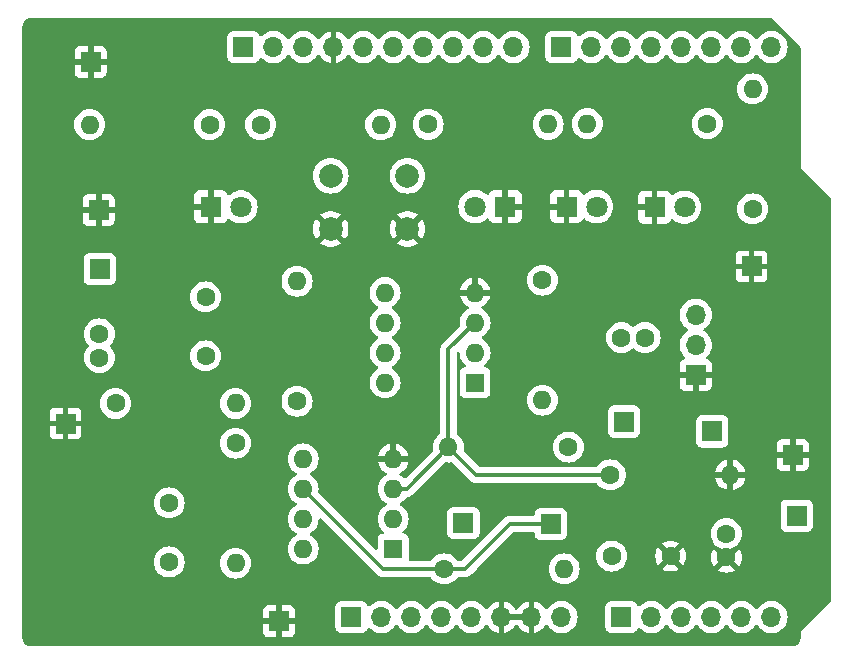
<source format=gbr>
%TF.GenerationSoftware,KiCad,Pcbnew,8.0.1*%
%TF.CreationDate,2024-05-26T21:08:22+02:00*%
%TF.ProjectId,RadarPCB,52616461-7250-4434-922e-6b696361645f,R1.3*%
%TF.SameCoordinates,Original*%
%TF.FileFunction,Copper,L4,Bot*%
%TF.FilePolarity,Positive*%
%FSLAX46Y46*%
G04 Gerber Fmt 4.6, Leading zero omitted, Abs format (unit mm)*
G04 Created by KiCad (PCBNEW 8.0.1) date 2024-05-26 21:08:22*
%MOMM*%
%LPD*%
G01*
G04 APERTURE LIST*
%TA.AperFunction,ComponentPad*%
%ADD10R,1.700000X1.700000*%
%TD*%
%TA.AperFunction,ComponentPad*%
%ADD11C,1.600000*%
%TD*%
%TA.AperFunction,ComponentPad*%
%ADD12O,1.600000X1.600000*%
%TD*%
%TA.AperFunction,ComponentPad*%
%ADD13R,1.800000X1.800000*%
%TD*%
%TA.AperFunction,ComponentPad*%
%ADD14C,1.800000*%
%TD*%
%TA.AperFunction,ComponentPad*%
%ADD15R,1.600000X1.600000*%
%TD*%
%TA.AperFunction,ComponentPad*%
%ADD16C,2.000000*%
%TD*%
%TA.AperFunction,ComponentPad*%
%ADD17O,1.700000X1.700000*%
%TD*%
%TA.AperFunction,Conductor*%
%ADD18C,0.350000*%
%TD*%
G04 APERTURE END LIST*
D10*
%TO.P,GND_TP4,1,1*%
%TO.N,GND*%
X103730000Y-81080000D03*
%TD*%
%TO.P,HPF1_TP,1,1*%
%TO.N,Net-(U1--)*%
X151020000Y-80910000D03*
%TD*%
D11*
%TO.P,R4,1*%
%TO.N,/Vin1*%
X149850000Y-85420000D03*
D12*
%TO.P,R4,2*%
%TO.N,GND*%
X160010000Y-85420000D03*
%TD*%
D10*
%TO.P,GND_TP3,1,1*%
%TO.N,GND*%
X121800000Y-97820000D03*
%TD*%
D11*
%TO.P,R2,1*%
%TO.N,Net-(D1-A)*%
X115930000Y-55770000D03*
D12*
%TO.P,R2,2*%
%TO.N,+5V*%
X105770000Y-55770000D03*
%TD*%
D11*
%TO.P,C3,1*%
%TO.N,Net-(C3-Pad1)*%
X150800000Y-73800000D03*
%TO.P,C3,2*%
%TO.N,/Signal*%
X152800000Y-73800000D03*
%TD*%
D10*
%TO.P,GND_TP2,1,1*%
%TO.N,GND*%
X106530000Y-62990000D03*
%TD*%
D11*
%TO.P,R9,1*%
%TO.N,Net-(U1--)*%
X123330000Y-79190000D03*
D12*
%TO.P,R9,2*%
%TO.N,/OP1_out*%
X123330000Y-69030000D03*
%TD*%
D11*
%TO.P,R6,1*%
%TO.N,Net-(D3-A)*%
X158070000Y-55680000D03*
D12*
%TO.P,R6,2*%
%TO.N,/LED_Orange*%
X147910000Y-55680000D03*
%TD*%
D10*
%TO.P,Signal_TP1,1,1*%
%TO.N,/Signal*%
X158500000Y-81750000D03*
%TD*%
D13*
%TO.P,D4,1,K*%
%TO.N,GND*%
X140950000Y-62710000D03*
D14*
%TO.P,D4,2,A*%
%TO.N,Net-(D4-A)*%
X138410000Y-62710000D03*
%TD*%
D11*
%TO.P,R11,1*%
%TO.N,Net-(U2--)*%
X118120000Y-82740000D03*
D12*
%TO.P,R11,2*%
%TO.N,/OP2_out*%
X118120000Y-92900000D03*
%TD*%
D11*
%TO.P,C5,1*%
%TO.N,/OP1_out*%
X106600000Y-73490000D03*
%TO.P,C5,2*%
%TO.N,Net-(C5-Pad2)*%
X106600000Y-75490000D03*
%TD*%
D13*
%TO.P,D3,1,K*%
%TO.N,GND*%
X146145000Y-62710000D03*
D14*
%TO.P,D3,2,A*%
%TO.N,Net-(D3-A)*%
X148685000Y-62710000D03*
%TD*%
D10*
%TO.P,OP2_TP1,1,1*%
%TO.N,/OP2_out*%
X144810000Y-89580000D03*
%TD*%
D11*
%TO.P,R12,1*%
%TO.N,/OP2_out*%
X135790000Y-93380000D03*
D12*
%TO.P,R12,2*%
%TO.N,/Vout*%
X145950000Y-93380000D03*
%TD*%
D11*
%TO.P,R3,1*%
%TO.N,+5V*%
X146310000Y-83070000D03*
D12*
%TO.P,R3,2*%
%TO.N,/Vin1*%
X136150000Y-83070000D03*
%TD*%
D11*
%TO.P,C1,1*%
%TO.N,/Vin1*%
X159680000Y-90400000D03*
%TO.P,C1,2*%
%TO.N,GND*%
X159680000Y-92400000D03*
%TD*%
D10*
%TO.P,GND_TP5,1,1*%
%TO.N,GND*%
X161810000Y-67780000D03*
%TD*%
D11*
%TO.P,C6,1*%
%TO.N,Net-(U2--)*%
X112500000Y-87800000D03*
%TO.P,C6,2*%
%TO.N,/OP2_out*%
X112500000Y-92800000D03*
%TD*%
%TO.P,R5,1*%
%TO.N,Net-(D2-A)*%
X161900000Y-62900000D03*
D12*
%TO.P,R5,2*%
%TO.N,/LED_Green*%
X161900000Y-52740000D03*
%TD*%
D13*
%TO.P,D2,1,K*%
%TO.N,GND*%
X153595000Y-62760000D03*
D14*
%TO.P,D2,2,A*%
%TO.N,Net-(D2-A)*%
X156135000Y-62760000D03*
%TD*%
D11*
%TO.P,R1,1*%
%TO.N,+5V*%
X120250000Y-55780000D03*
D12*
%TO.P,R1,2*%
%TO.N,/PushButton*%
X130410000Y-55780000D03*
%TD*%
D10*
%TO.P,VtgD_TP,1,1*%
%TO.N,/Vin1*%
X165630000Y-88870000D03*
%TD*%
%TO.P,GND_TP6,1,1*%
%TO.N,GND*%
X105850000Y-50450000D03*
%TD*%
D13*
%TO.P,D1,1,K*%
%TO.N,GND*%
X116040000Y-62730000D03*
D14*
%TO.P,D1,2,A*%
%TO.N,Net-(D1-A)*%
X118580000Y-62730000D03*
%TD*%
D15*
%TO.P,U2,1,NC*%
%TO.N,unconnected-(U2-NC-Pad1)*%
X131470000Y-91700000D03*
D12*
%TO.P,U2,2,-*%
%TO.N,Net-(U2--)*%
X131470000Y-89160000D03*
%TO.P,U2,3,+*%
%TO.N,/Vin1*%
X131470000Y-86620000D03*
%TO.P,U2,4,V-*%
%TO.N,GND*%
X131470000Y-84080000D03*
%TO.P,U2,5,NC*%
%TO.N,unconnected-(U2-NC-Pad5)*%
X123850000Y-84080000D03*
%TO.P,U2,6*%
%TO.N,/OP2_out*%
X123850000Y-86620000D03*
%TO.P,U2,7,V+*%
%TO.N,+5V*%
X123850000Y-89160000D03*
%TO.P,U2,8,NC*%
%TO.N,unconnected-(U2-NC-Pad8)*%
X123850000Y-91700000D03*
%TD*%
D15*
%TO.P,U1,1,NC*%
%TO.N,unconnected-(U1-NC-Pad1)*%
X138400000Y-77610000D03*
D12*
%TO.P,U1,2,-*%
%TO.N,Net-(U1--)*%
X138400000Y-75070000D03*
%TO.P,U1,3,+*%
%TO.N,/Vin1*%
X138400000Y-72530000D03*
%TO.P,U1,4,V-*%
%TO.N,GND*%
X138400000Y-69990000D03*
%TO.P,U1,5,NC*%
%TO.N,unconnected-(U1-NC-Pad5)*%
X130780000Y-69990000D03*
%TO.P,U1,6*%
%TO.N,/OP1_out*%
X130780000Y-72530000D03*
%TO.P,U1,7,V+*%
%TO.N,+5V*%
X130780000Y-75070000D03*
%TO.P,U1,8,NC*%
%TO.N,unconnected-(U1-NC-Pad8)*%
X130780000Y-77610000D03*
%TD*%
D10*
%TO.P,GND_TP1,1,1*%
%TO.N,GND*%
X165300000Y-83740000D03*
%TD*%
D11*
%TO.P,R7,1*%
%TO.N,Net-(D4-A)*%
X134430000Y-55740000D03*
D12*
%TO.P,R7,2*%
%TO.N,/LED_Red*%
X144590000Y-55740000D03*
%TD*%
D11*
%TO.P,R8,1*%
%TO.N,Net-(C3-Pad1)*%
X144110000Y-68940000D03*
D12*
%TO.P,R8,2*%
%TO.N,Net-(U1--)*%
X144110000Y-79100000D03*
%TD*%
D11*
%TO.P,C2,1*%
%TO.N,/Vin1*%
X149970000Y-92300000D03*
%TO.P,C2,2*%
%TO.N,GND*%
X154970000Y-92300000D03*
%TD*%
D16*
%TO.P,SW1,1,1*%
%TO.N,/PushButton*%
X126180000Y-60100000D03*
X132680000Y-60100000D03*
%TO.P,SW1,2,2*%
%TO.N,GND*%
X126180000Y-64600000D03*
X132680000Y-64600000D03*
%TD*%
D11*
%TO.P,R10,1*%
%TO.N,Net-(C5-Pad2)*%
X107960000Y-79380000D03*
D12*
%TO.P,R10,2*%
%TO.N,Net-(U2--)*%
X118120000Y-79380000D03*
%TD*%
D10*
%TO.P,HPF2_TP,1,1*%
%TO.N,Net-(U2--)*%
X137420000Y-89490000D03*
%TD*%
D11*
%TO.P,C4,1*%
%TO.N,Net-(U1--)*%
X115580000Y-75350000D03*
%TO.P,C4,2*%
%TO.N,/OP1_out*%
X115580000Y-70350000D03*
%TD*%
D10*
%TO.P,J5,1,Pin_1*%
%TO.N,GND*%
X157080000Y-76965000D03*
D17*
%TO.P,J5,2,Pin_2*%
%TO.N,/Signal*%
X157080000Y-74425000D03*
%TO.P,J5,3,Pin_3*%
%TO.N,+5V*%
X157080000Y-71885000D03*
%TD*%
D10*
%TO.P,OP1_TP1,1,1*%
%TO.N,/OP1_out*%
X106630000Y-68000000D03*
%TD*%
%TO.P,J1,1,Pin_1*%
%TO.N,unconnected-(J1-Pin_1-Pad1)*%
X127940000Y-97460000D03*
D17*
%TO.P,J1,2,Pin_2*%
%TO.N,/IOREF*%
X130480000Y-97460000D03*
%TO.P,J1,3,Pin_3*%
%TO.N,/~{RESET}*%
X133020000Y-97460000D03*
%TO.P,J1,4,Pin_4*%
%TO.N,unconnected-(J1-Pin_4-Pad4)*%
X135560000Y-97460000D03*
%TO.P,J1,5,Pin_5*%
%TO.N,+5V*%
X138100000Y-97460000D03*
%TO.P,J1,6,Pin_6*%
%TO.N,GND*%
X140640000Y-97460000D03*
%TO.P,J1,7,Pin_7*%
X143180000Y-97460000D03*
%TO.P,J1,8,Pin_8*%
%TO.N,/Vin*%
X145720000Y-97460000D03*
%TD*%
D10*
%TO.P,J3,1,Pin_1*%
%TO.N,/Vout*%
X150800000Y-97460000D03*
D17*
%TO.P,J3,2,Pin_2*%
%TO.N,/A1*%
X153340000Y-97460000D03*
%TO.P,J3,3,Pin_3*%
%TO.N,/A2*%
X155880000Y-97460000D03*
%TO.P,J3,4,Pin_4*%
%TO.N,/A3*%
X158420000Y-97460000D03*
%TO.P,J3,5,Pin_5*%
%TO.N,unconnected-(J3-Pin_5-Pad5)*%
X160960000Y-97460000D03*
%TO.P,J3,6,Pin_6*%
%TO.N,unconnected-(J3-Pin_6-Pad6)*%
X163500000Y-97460000D03*
%TD*%
D10*
%TO.P,J2,1,Pin_1*%
%TO.N,unconnected-(J2-Pin_1-Pad1)*%
X118796000Y-49200000D03*
D17*
%TO.P,J2,2,Pin_2*%
%TO.N,unconnected-(J2-Pin_2-Pad2)*%
X121336000Y-49200000D03*
%TO.P,J2,3,Pin_3*%
%TO.N,/AREF*%
X123876000Y-49200000D03*
%TO.P,J2,4,Pin_4*%
%TO.N,GND*%
X126416000Y-49200000D03*
%TO.P,J2,5,Pin_5*%
%TO.N,/13*%
X128956000Y-49200000D03*
%TO.P,J2,6,Pin_6*%
%TO.N,/12*%
X131496000Y-49200000D03*
%TO.P,J2,7,Pin_7*%
%TO.N,/\u002A11*%
X134036000Y-49200000D03*
%TO.P,J2,8,Pin_8*%
%TO.N,/\u002A10*%
X136576000Y-49200000D03*
%TO.P,J2,9,Pin_9*%
%TO.N,/\u002A9*%
X139116000Y-49200000D03*
%TO.P,J2,10,Pin_10*%
%TO.N,/8*%
X141656000Y-49200000D03*
%TD*%
D10*
%TO.P,J4,1,Pin_1*%
%TO.N,/PushButton*%
X145720000Y-49200000D03*
D17*
%TO.P,J4,2,Pin_2*%
%TO.N,/LED_Red*%
X148260000Y-49200000D03*
%TO.P,J4,3,Pin_3*%
%TO.N,/LED_Orange*%
X150800000Y-49200000D03*
%TO.P,J4,4,Pin_4*%
%TO.N,/LED_Green*%
X153340000Y-49200000D03*
%TO.P,J4,5,Pin_5*%
%TO.N,/\u002A3*%
X155880000Y-49200000D03*
%TO.P,J4,6,Pin_6*%
%TO.N,/2*%
X158420000Y-49200000D03*
%TO.P,J4,7,Pin_7*%
%TO.N,/TX{slash}1*%
X160960000Y-49200000D03*
%TO.P,J4,8,Pin_8*%
%TO.N,/RX{slash}0*%
X163500000Y-49200000D03*
%TD*%
D18*
%TO.N,/Vin1*%
X138500000Y-85420000D02*
X149850000Y-85420000D01*
X132600000Y-86620000D02*
X131470000Y-86620000D01*
X138400000Y-72530000D02*
X136150000Y-74780000D01*
X136150000Y-83070000D02*
X138500000Y-85420000D01*
X136150000Y-83070000D02*
X132600000Y-86620000D01*
X136150000Y-74780000D02*
X136150000Y-83070000D01*
%TO.N,/OP2_out*%
X123850000Y-86620000D02*
X130610000Y-93380000D01*
X141370000Y-89580000D02*
X144810000Y-89580000D01*
X137570000Y-93380000D02*
X141370000Y-89580000D01*
X130610000Y-93380000D02*
X135790000Y-93380000D01*
X135790000Y-93380000D02*
X137570000Y-93380000D01*
%TD*%
%TA.AperFunction,Conductor*%
%TO.N,GND*%
G36*
X142714075Y-97267007D02*
G01*
X142680000Y-97394174D01*
X142680000Y-97525826D01*
X142714075Y-97652993D01*
X142746988Y-97710000D01*
X141073012Y-97710000D01*
X141105925Y-97652993D01*
X141140000Y-97525826D01*
X141140000Y-97394174D01*
X141105925Y-97267007D01*
X141073012Y-97210000D01*
X142746988Y-97210000D01*
X142714075Y-97267007D01*
G37*
%TD.AperFunction*%
%TA.AperFunction,Conductor*%
G36*
X163484404Y-46755185D02*
G01*
X163505046Y-46771819D01*
X165928181Y-49194954D01*
X165961666Y-49256277D01*
X165964500Y-49282635D01*
X165964500Y-59344982D01*
X165964500Y-59375018D01*
X165975994Y-59402767D01*
X165975995Y-59402768D01*
X168468181Y-61894954D01*
X168501666Y-61956277D01*
X168504500Y-61982635D01*
X168504500Y-96107364D01*
X168484815Y-96174403D01*
X168468181Y-96195045D01*
X165997233Y-98665994D01*
X165975995Y-98687231D01*
X165964500Y-98714982D01*
X165964500Y-99231907D01*
X165963903Y-99244062D01*
X165952505Y-99359778D01*
X165947763Y-99383618D01*
X165917832Y-99482290D01*
X165915789Y-99489024D01*
X165906486Y-99511482D01*
X165854561Y-99608627D01*
X165841056Y-99628839D01*
X165771176Y-99713988D01*
X165753988Y-99731176D01*
X165668839Y-99801056D01*
X165648627Y-99814561D01*
X165551482Y-99866486D01*
X165529028Y-99875787D01*
X165487028Y-99888528D01*
X165423618Y-99907763D01*
X165399778Y-99912505D01*
X165291162Y-99923203D01*
X165284060Y-99923903D01*
X165271907Y-99924500D01*
X100768093Y-99924500D01*
X100755939Y-99923903D01*
X100747995Y-99923120D01*
X100640221Y-99912505D01*
X100616381Y-99907763D01*
X100599445Y-99902625D01*
X100510968Y-99875786D01*
X100488517Y-99866486D01*
X100391372Y-99814561D01*
X100371160Y-99801056D01*
X100286011Y-99731176D01*
X100268823Y-99713988D01*
X100198943Y-99628839D01*
X100185438Y-99608627D01*
X100133510Y-99511476D01*
X100124215Y-99489037D01*
X100092234Y-99383612D01*
X100087494Y-99359777D01*
X100076097Y-99244061D01*
X100075500Y-99231907D01*
X100075500Y-98717844D01*
X120450000Y-98717844D01*
X120456401Y-98777372D01*
X120456403Y-98777379D01*
X120506645Y-98912086D01*
X120506649Y-98912093D01*
X120592809Y-99027187D01*
X120592812Y-99027190D01*
X120707906Y-99113350D01*
X120707913Y-99113354D01*
X120842620Y-99163596D01*
X120842627Y-99163598D01*
X120902155Y-99169999D01*
X120902172Y-99170000D01*
X121550000Y-99170000D01*
X121550000Y-98253012D01*
X121607007Y-98285925D01*
X121734174Y-98320000D01*
X121865826Y-98320000D01*
X121992993Y-98285925D01*
X122050000Y-98253012D01*
X122050000Y-99170000D01*
X122697828Y-99170000D01*
X122697844Y-99169999D01*
X122757372Y-99163598D01*
X122757379Y-99163596D01*
X122892086Y-99113354D01*
X122892093Y-99113350D01*
X123007187Y-99027190D01*
X123007190Y-99027187D01*
X123093350Y-98912093D01*
X123093354Y-98912086D01*
X123143596Y-98777379D01*
X123143598Y-98777372D01*
X123149999Y-98717844D01*
X123150000Y-98717827D01*
X123150000Y-98358654D01*
X126581500Y-98358654D01*
X126588011Y-98419202D01*
X126588011Y-98419204D01*
X126639111Y-98556204D01*
X126726739Y-98673261D01*
X126843796Y-98760889D01*
X126980799Y-98811989D01*
X127008050Y-98814918D01*
X127041345Y-98818499D01*
X127041362Y-98818500D01*
X128838638Y-98818500D01*
X128838654Y-98818499D01*
X128865692Y-98815591D01*
X128899201Y-98811989D01*
X129036204Y-98760889D01*
X129153261Y-98673261D01*
X129240889Y-98556204D01*
X129286138Y-98434887D01*
X129328009Y-98378956D01*
X129393474Y-98354539D01*
X129461746Y-98369391D01*
X129493545Y-98394236D01*
X129556760Y-98462906D01*
X129734424Y-98601189D01*
X129734425Y-98601189D01*
X129734427Y-98601191D01*
X129861135Y-98669761D01*
X129932426Y-98708342D01*
X130145365Y-98781444D01*
X130367431Y-98818500D01*
X130592569Y-98818500D01*
X130814635Y-98781444D01*
X131027574Y-98708342D01*
X131225576Y-98601189D01*
X131403240Y-98462906D01*
X131524594Y-98331082D01*
X131555715Y-98297276D01*
X131555715Y-98297275D01*
X131555722Y-98297268D01*
X131646193Y-98158790D01*
X131699338Y-98113437D01*
X131768569Y-98104013D01*
X131831905Y-98133515D01*
X131853804Y-98158787D01*
X131944278Y-98297268D01*
X131944283Y-98297273D01*
X131944284Y-98297276D01*
X132070968Y-98434889D01*
X132096760Y-98462906D01*
X132274424Y-98601189D01*
X132274425Y-98601189D01*
X132274427Y-98601191D01*
X132401135Y-98669761D01*
X132472426Y-98708342D01*
X132685365Y-98781444D01*
X132907431Y-98818500D01*
X133132569Y-98818500D01*
X133354635Y-98781444D01*
X133567574Y-98708342D01*
X133765576Y-98601189D01*
X133943240Y-98462906D01*
X134064594Y-98331082D01*
X134095715Y-98297276D01*
X134095715Y-98297275D01*
X134095722Y-98297268D01*
X134186193Y-98158790D01*
X134239338Y-98113437D01*
X134308569Y-98104013D01*
X134371905Y-98133515D01*
X134393804Y-98158787D01*
X134484278Y-98297268D01*
X134484283Y-98297273D01*
X134484284Y-98297276D01*
X134610968Y-98434889D01*
X134636760Y-98462906D01*
X134814424Y-98601189D01*
X134814425Y-98601189D01*
X134814427Y-98601191D01*
X134941135Y-98669761D01*
X135012426Y-98708342D01*
X135225365Y-98781444D01*
X135447431Y-98818500D01*
X135672569Y-98818500D01*
X135894635Y-98781444D01*
X136107574Y-98708342D01*
X136305576Y-98601189D01*
X136483240Y-98462906D01*
X136604594Y-98331082D01*
X136635715Y-98297276D01*
X136635715Y-98297275D01*
X136635722Y-98297268D01*
X136726193Y-98158790D01*
X136779338Y-98113437D01*
X136848569Y-98104013D01*
X136911905Y-98133515D01*
X136933804Y-98158787D01*
X137024278Y-98297268D01*
X137024283Y-98297273D01*
X137024284Y-98297276D01*
X137150968Y-98434889D01*
X137176760Y-98462906D01*
X137354424Y-98601189D01*
X137354425Y-98601189D01*
X137354427Y-98601191D01*
X137481135Y-98669761D01*
X137552426Y-98708342D01*
X137765365Y-98781444D01*
X137987431Y-98818500D01*
X138212569Y-98818500D01*
X138434635Y-98781444D01*
X138647574Y-98708342D01*
X138845576Y-98601189D01*
X139023240Y-98462906D01*
X139144594Y-98331082D01*
X139175715Y-98297276D01*
X139175715Y-98297275D01*
X139175722Y-98297268D01*
X139269749Y-98153347D01*
X139322894Y-98107994D01*
X139392125Y-98098570D01*
X139455461Y-98128072D01*
X139475130Y-98150048D01*
X139601890Y-98331078D01*
X139768917Y-98498105D01*
X139962421Y-98633600D01*
X140176507Y-98733429D01*
X140176516Y-98733433D01*
X140390000Y-98790634D01*
X140390000Y-97893012D01*
X140447007Y-97925925D01*
X140574174Y-97960000D01*
X140705826Y-97960000D01*
X140832993Y-97925925D01*
X140890000Y-97893012D01*
X140890000Y-98790633D01*
X141103483Y-98733433D01*
X141103492Y-98733429D01*
X141317578Y-98633600D01*
X141511082Y-98498105D01*
X141678105Y-98331082D01*
X141808425Y-98144968D01*
X141863002Y-98101344D01*
X141932501Y-98094151D01*
X141994855Y-98125673D01*
X142011575Y-98144968D01*
X142141894Y-98331082D01*
X142308917Y-98498105D01*
X142502421Y-98633600D01*
X142716507Y-98733429D01*
X142716516Y-98733433D01*
X142930000Y-98790634D01*
X142930000Y-97893012D01*
X142987007Y-97925925D01*
X143114174Y-97960000D01*
X143245826Y-97960000D01*
X143372993Y-97925925D01*
X143430000Y-97893012D01*
X143430000Y-98790633D01*
X143643483Y-98733433D01*
X143643492Y-98733429D01*
X143857578Y-98633600D01*
X144051082Y-98498105D01*
X144218105Y-98331082D01*
X144344868Y-98150048D01*
X144399445Y-98106423D01*
X144468944Y-98099231D01*
X144531298Y-98130753D01*
X144550251Y-98153350D01*
X144644276Y-98297265D01*
X144644284Y-98297276D01*
X144770968Y-98434889D01*
X144796760Y-98462906D01*
X144974424Y-98601189D01*
X144974425Y-98601189D01*
X144974427Y-98601191D01*
X145101135Y-98669761D01*
X145172426Y-98708342D01*
X145385365Y-98781444D01*
X145607431Y-98818500D01*
X145832569Y-98818500D01*
X146054635Y-98781444D01*
X146267574Y-98708342D01*
X146465576Y-98601189D01*
X146643240Y-98462906D01*
X146739212Y-98358654D01*
X149441500Y-98358654D01*
X149448011Y-98419202D01*
X149448011Y-98419204D01*
X149499111Y-98556204D01*
X149586739Y-98673261D01*
X149703796Y-98760889D01*
X149840799Y-98811989D01*
X149868050Y-98814918D01*
X149901345Y-98818499D01*
X149901362Y-98818500D01*
X151698638Y-98818500D01*
X151698654Y-98818499D01*
X151725692Y-98815591D01*
X151759201Y-98811989D01*
X151896204Y-98760889D01*
X152013261Y-98673261D01*
X152100889Y-98556204D01*
X152146138Y-98434887D01*
X152188009Y-98378956D01*
X152253474Y-98354539D01*
X152321746Y-98369391D01*
X152353545Y-98394236D01*
X152416760Y-98462906D01*
X152594424Y-98601189D01*
X152594425Y-98601189D01*
X152594427Y-98601191D01*
X152721135Y-98669761D01*
X152792426Y-98708342D01*
X153005365Y-98781444D01*
X153227431Y-98818500D01*
X153452569Y-98818500D01*
X153674635Y-98781444D01*
X153887574Y-98708342D01*
X154085576Y-98601189D01*
X154263240Y-98462906D01*
X154384594Y-98331082D01*
X154415715Y-98297276D01*
X154415715Y-98297275D01*
X154415722Y-98297268D01*
X154506193Y-98158790D01*
X154559338Y-98113437D01*
X154628569Y-98104013D01*
X154691905Y-98133515D01*
X154713804Y-98158787D01*
X154804278Y-98297268D01*
X154804283Y-98297273D01*
X154804284Y-98297276D01*
X154930968Y-98434889D01*
X154956760Y-98462906D01*
X155134424Y-98601189D01*
X155134425Y-98601189D01*
X155134427Y-98601191D01*
X155261135Y-98669761D01*
X155332426Y-98708342D01*
X155545365Y-98781444D01*
X155767431Y-98818500D01*
X155992569Y-98818500D01*
X156214635Y-98781444D01*
X156427574Y-98708342D01*
X156625576Y-98601189D01*
X156803240Y-98462906D01*
X156924594Y-98331082D01*
X156955715Y-98297276D01*
X156955715Y-98297275D01*
X156955722Y-98297268D01*
X157046193Y-98158790D01*
X157099338Y-98113437D01*
X157168569Y-98104013D01*
X157231905Y-98133515D01*
X157253804Y-98158787D01*
X157344278Y-98297268D01*
X157344283Y-98297273D01*
X157344284Y-98297276D01*
X157470968Y-98434889D01*
X157496760Y-98462906D01*
X157674424Y-98601189D01*
X157674425Y-98601189D01*
X157674427Y-98601191D01*
X157801135Y-98669761D01*
X157872426Y-98708342D01*
X158085365Y-98781444D01*
X158307431Y-98818500D01*
X158532569Y-98818500D01*
X158754635Y-98781444D01*
X158967574Y-98708342D01*
X159165576Y-98601189D01*
X159343240Y-98462906D01*
X159464594Y-98331082D01*
X159495715Y-98297276D01*
X159495715Y-98297275D01*
X159495722Y-98297268D01*
X159586193Y-98158790D01*
X159639338Y-98113437D01*
X159708569Y-98104013D01*
X159771905Y-98133515D01*
X159793804Y-98158787D01*
X159884278Y-98297268D01*
X159884283Y-98297273D01*
X159884284Y-98297276D01*
X160010968Y-98434889D01*
X160036760Y-98462906D01*
X160214424Y-98601189D01*
X160214425Y-98601189D01*
X160214427Y-98601191D01*
X160341135Y-98669761D01*
X160412426Y-98708342D01*
X160625365Y-98781444D01*
X160847431Y-98818500D01*
X161072569Y-98818500D01*
X161294635Y-98781444D01*
X161507574Y-98708342D01*
X161705576Y-98601189D01*
X161883240Y-98462906D01*
X162004594Y-98331082D01*
X162035715Y-98297276D01*
X162035715Y-98297275D01*
X162035722Y-98297268D01*
X162126193Y-98158790D01*
X162179338Y-98113437D01*
X162248569Y-98104013D01*
X162311905Y-98133515D01*
X162333804Y-98158787D01*
X162424278Y-98297268D01*
X162424283Y-98297273D01*
X162424284Y-98297276D01*
X162550968Y-98434889D01*
X162576760Y-98462906D01*
X162754424Y-98601189D01*
X162754425Y-98601189D01*
X162754427Y-98601191D01*
X162881135Y-98669761D01*
X162952426Y-98708342D01*
X163165365Y-98781444D01*
X163387431Y-98818500D01*
X163612569Y-98818500D01*
X163834635Y-98781444D01*
X164047574Y-98708342D01*
X164245576Y-98601189D01*
X164423240Y-98462906D01*
X164544594Y-98331082D01*
X164575715Y-98297276D01*
X164575717Y-98297273D01*
X164575722Y-98297268D01*
X164698860Y-98108791D01*
X164789296Y-97902616D01*
X164844564Y-97684368D01*
X164854041Y-97570000D01*
X164863156Y-97460005D01*
X164863156Y-97459994D01*
X164844565Y-97235640D01*
X164844563Y-97235628D01*
X164789296Y-97017385D01*
X164779071Y-96994075D01*
X164698860Y-96811209D01*
X164682706Y-96786484D01*
X164575723Y-96622734D01*
X164575715Y-96622723D01*
X164423243Y-96457097D01*
X164423238Y-96457092D01*
X164245577Y-96318812D01*
X164245572Y-96318808D01*
X164047580Y-96211661D01*
X164047577Y-96211659D01*
X164047574Y-96211658D01*
X164047571Y-96211657D01*
X164047569Y-96211656D01*
X163834637Y-96138556D01*
X163612569Y-96101500D01*
X163387431Y-96101500D01*
X163165362Y-96138556D01*
X162952430Y-96211656D01*
X162952419Y-96211661D01*
X162754427Y-96318808D01*
X162754422Y-96318812D01*
X162576761Y-96457092D01*
X162576756Y-96457097D01*
X162424284Y-96622723D01*
X162424276Y-96622734D01*
X162333808Y-96761206D01*
X162280662Y-96806562D01*
X162211431Y-96815986D01*
X162148095Y-96786484D01*
X162126192Y-96761206D01*
X162035723Y-96622734D01*
X162035715Y-96622723D01*
X161883243Y-96457097D01*
X161883238Y-96457092D01*
X161705577Y-96318812D01*
X161705572Y-96318808D01*
X161507580Y-96211661D01*
X161507577Y-96211659D01*
X161507574Y-96211658D01*
X161507571Y-96211657D01*
X161507569Y-96211656D01*
X161294637Y-96138556D01*
X161072569Y-96101500D01*
X160847431Y-96101500D01*
X160625362Y-96138556D01*
X160412430Y-96211656D01*
X160412419Y-96211661D01*
X160214427Y-96318808D01*
X160214422Y-96318812D01*
X160036761Y-96457092D01*
X160036756Y-96457097D01*
X159884284Y-96622723D01*
X159884276Y-96622734D01*
X159793808Y-96761206D01*
X159740662Y-96806562D01*
X159671431Y-96815986D01*
X159608095Y-96786484D01*
X159586192Y-96761206D01*
X159495723Y-96622734D01*
X159495715Y-96622723D01*
X159343243Y-96457097D01*
X159343238Y-96457092D01*
X159165577Y-96318812D01*
X159165572Y-96318808D01*
X158967580Y-96211661D01*
X158967577Y-96211659D01*
X158967574Y-96211658D01*
X158967571Y-96211657D01*
X158967569Y-96211656D01*
X158754637Y-96138556D01*
X158532569Y-96101500D01*
X158307431Y-96101500D01*
X158085362Y-96138556D01*
X157872430Y-96211656D01*
X157872419Y-96211661D01*
X157674427Y-96318808D01*
X157674422Y-96318812D01*
X157496761Y-96457092D01*
X157496756Y-96457097D01*
X157344284Y-96622723D01*
X157344276Y-96622734D01*
X157253808Y-96761206D01*
X157200662Y-96806562D01*
X157131431Y-96815986D01*
X157068095Y-96786484D01*
X157046192Y-96761206D01*
X156955723Y-96622734D01*
X156955715Y-96622723D01*
X156803243Y-96457097D01*
X156803238Y-96457092D01*
X156625577Y-96318812D01*
X156625572Y-96318808D01*
X156427580Y-96211661D01*
X156427577Y-96211659D01*
X156427574Y-96211658D01*
X156427571Y-96211657D01*
X156427569Y-96211656D01*
X156214637Y-96138556D01*
X155992569Y-96101500D01*
X155767431Y-96101500D01*
X155545362Y-96138556D01*
X155332430Y-96211656D01*
X155332419Y-96211661D01*
X155134427Y-96318808D01*
X155134422Y-96318812D01*
X154956761Y-96457092D01*
X154956756Y-96457097D01*
X154804284Y-96622723D01*
X154804276Y-96622734D01*
X154713808Y-96761206D01*
X154660662Y-96806562D01*
X154591431Y-96815986D01*
X154528095Y-96786484D01*
X154506192Y-96761206D01*
X154415723Y-96622734D01*
X154415715Y-96622723D01*
X154263243Y-96457097D01*
X154263238Y-96457092D01*
X154085577Y-96318812D01*
X154085572Y-96318808D01*
X153887580Y-96211661D01*
X153887577Y-96211659D01*
X153887574Y-96211658D01*
X153887571Y-96211657D01*
X153887569Y-96211656D01*
X153674637Y-96138556D01*
X153452569Y-96101500D01*
X153227431Y-96101500D01*
X153005362Y-96138556D01*
X152792430Y-96211656D01*
X152792419Y-96211661D01*
X152594427Y-96318808D01*
X152594422Y-96318812D01*
X152416761Y-96457092D01*
X152353548Y-96525760D01*
X152293661Y-96561750D01*
X152223823Y-96559649D01*
X152166207Y-96520124D01*
X152146138Y-96485110D01*
X152100889Y-96363796D01*
X152067214Y-96318812D01*
X152013261Y-96246739D01*
X151896204Y-96159111D01*
X151895172Y-96158726D01*
X151759203Y-96108011D01*
X151698654Y-96101500D01*
X151698638Y-96101500D01*
X149901362Y-96101500D01*
X149901345Y-96101500D01*
X149840797Y-96108011D01*
X149840795Y-96108011D01*
X149703795Y-96159111D01*
X149586739Y-96246739D01*
X149499111Y-96363795D01*
X149448011Y-96500795D01*
X149448011Y-96500797D01*
X149441500Y-96561345D01*
X149441500Y-98358654D01*
X146739212Y-98358654D01*
X146764594Y-98331082D01*
X146795715Y-98297276D01*
X146795717Y-98297273D01*
X146795722Y-98297268D01*
X146918860Y-98108791D01*
X147009296Y-97902616D01*
X147064564Y-97684368D01*
X147074041Y-97570000D01*
X147083156Y-97460005D01*
X147083156Y-97459994D01*
X147064565Y-97235640D01*
X147064563Y-97235628D01*
X147009296Y-97017385D01*
X146999071Y-96994075D01*
X146918860Y-96811209D01*
X146902706Y-96786484D01*
X146795723Y-96622734D01*
X146795715Y-96622723D01*
X146643243Y-96457097D01*
X146643238Y-96457092D01*
X146465577Y-96318812D01*
X146465572Y-96318808D01*
X146267580Y-96211661D01*
X146267577Y-96211659D01*
X146267574Y-96211658D01*
X146267571Y-96211657D01*
X146267569Y-96211656D01*
X146054637Y-96138556D01*
X145832569Y-96101500D01*
X145607431Y-96101500D01*
X145385362Y-96138556D01*
X145172430Y-96211656D01*
X145172419Y-96211661D01*
X144974427Y-96318808D01*
X144974422Y-96318812D01*
X144796761Y-96457092D01*
X144796756Y-96457097D01*
X144644284Y-96622723D01*
X144644276Y-96622734D01*
X144550251Y-96766650D01*
X144497105Y-96812007D01*
X144427873Y-96821430D01*
X144364538Y-96791928D01*
X144344868Y-96769951D01*
X144218113Y-96588926D01*
X144218108Y-96588920D01*
X144051082Y-96421894D01*
X143857578Y-96286399D01*
X143643492Y-96186570D01*
X143643486Y-96186567D01*
X143430000Y-96129364D01*
X143430000Y-97026988D01*
X143372993Y-96994075D01*
X143245826Y-96960000D01*
X143114174Y-96960000D01*
X142987007Y-96994075D01*
X142930000Y-97026988D01*
X142930000Y-96129364D01*
X142929999Y-96129364D01*
X142716513Y-96186567D01*
X142716507Y-96186570D01*
X142502422Y-96286399D01*
X142502420Y-96286400D01*
X142308926Y-96421886D01*
X142308920Y-96421891D01*
X142141891Y-96588920D01*
X142141890Y-96588922D01*
X142011575Y-96775031D01*
X141956998Y-96818655D01*
X141887499Y-96825848D01*
X141825145Y-96794326D01*
X141808425Y-96775031D01*
X141678109Y-96588922D01*
X141678108Y-96588920D01*
X141511082Y-96421894D01*
X141317578Y-96286399D01*
X141103492Y-96186570D01*
X141103486Y-96186567D01*
X140890000Y-96129364D01*
X140890000Y-97026988D01*
X140832993Y-96994075D01*
X140705826Y-96960000D01*
X140574174Y-96960000D01*
X140447007Y-96994075D01*
X140390000Y-97026988D01*
X140390000Y-96129364D01*
X140389999Y-96129364D01*
X140176513Y-96186567D01*
X140176507Y-96186570D01*
X139962422Y-96286399D01*
X139962420Y-96286400D01*
X139768926Y-96421886D01*
X139768920Y-96421891D01*
X139601891Y-96588920D01*
X139601890Y-96588922D01*
X139475131Y-96769952D01*
X139420554Y-96813577D01*
X139351055Y-96820769D01*
X139288701Y-96789247D01*
X139269752Y-96766656D01*
X139175722Y-96622732D01*
X139175715Y-96622725D01*
X139175715Y-96622723D01*
X139023243Y-96457097D01*
X139023238Y-96457092D01*
X138845577Y-96318812D01*
X138845572Y-96318808D01*
X138647580Y-96211661D01*
X138647577Y-96211659D01*
X138647574Y-96211658D01*
X138647571Y-96211657D01*
X138647569Y-96211656D01*
X138434637Y-96138556D01*
X138212569Y-96101500D01*
X137987431Y-96101500D01*
X137765362Y-96138556D01*
X137552430Y-96211656D01*
X137552419Y-96211661D01*
X137354427Y-96318808D01*
X137354422Y-96318812D01*
X137176761Y-96457092D01*
X137176756Y-96457097D01*
X137024284Y-96622723D01*
X137024276Y-96622734D01*
X136933808Y-96761206D01*
X136880662Y-96806562D01*
X136811431Y-96815986D01*
X136748095Y-96786484D01*
X136726192Y-96761206D01*
X136635723Y-96622734D01*
X136635715Y-96622723D01*
X136483243Y-96457097D01*
X136483238Y-96457092D01*
X136305577Y-96318812D01*
X136305572Y-96318808D01*
X136107580Y-96211661D01*
X136107577Y-96211659D01*
X136107574Y-96211658D01*
X136107571Y-96211657D01*
X136107569Y-96211656D01*
X135894637Y-96138556D01*
X135672569Y-96101500D01*
X135447431Y-96101500D01*
X135225362Y-96138556D01*
X135012430Y-96211656D01*
X135012419Y-96211661D01*
X134814427Y-96318808D01*
X134814422Y-96318812D01*
X134636761Y-96457092D01*
X134636756Y-96457097D01*
X134484284Y-96622723D01*
X134484276Y-96622734D01*
X134393808Y-96761206D01*
X134340662Y-96806562D01*
X134271431Y-96815986D01*
X134208095Y-96786484D01*
X134186192Y-96761206D01*
X134095723Y-96622734D01*
X134095715Y-96622723D01*
X133943243Y-96457097D01*
X133943238Y-96457092D01*
X133765577Y-96318812D01*
X133765572Y-96318808D01*
X133567580Y-96211661D01*
X133567577Y-96211659D01*
X133567574Y-96211658D01*
X133567571Y-96211657D01*
X133567569Y-96211656D01*
X133354637Y-96138556D01*
X133132569Y-96101500D01*
X132907431Y-96101500D01*
X132685362Y-96138556D01*
X132472430Y-96211656D01*
X132472419Y-96211661D01*
X132274427Y-96318808D01*
X132274422Y-96318812D01*
X132096761Y-96457092D01*
X132096756Y-96457097D01*
X131944284Y-96622723D01*
X131944276Y-96622734D01*
X131853808Y-96761206D01*
X131800662Y-96806562D01*
X131731431Y-96815986D01*
X131668095Y-96786484D01*
X131646192Y-96761206D01*
X131555723Y-96622734D01*
X131555715Y-96622723D01*
X131403243Y-96457097D01*
X131403238Y-96457092D01*
X131225577Y-96318812D01*
X131225572Y-96318808D01*
X131027580Y-96211661D01*
X131027577Y-96211659D01*
X131027574Y-96211658D01*
X131027571Y-96211657D01*
X131027569Y-96211656D01*
X130814637Y-96138556D01*
X130592569Y-96101500D01*
X130367431Y-96101500D01*
X130145362Y-96138556D01*
X129932430Y-96211656D01*
X129932419Y-96211661D01*
X129734427Y-96318808D01*
X129734422Y-96318812D01*
X129556761Y-96457092D01*
X129493548Y-96525760D01*
X129433661Y-96561750D01*
X129363823Y-96559649D01*
X129306207Y-96520124D01*
X129286138Y-96485110D01*
X129240889Y-96363796D01*
X129207214Y-96318812D01*
X129153261Y-96246739D01*
X129036204Y-96159111D01*
X129035172Y-96158726D01*
X128899203Y-96108011D01*
X128838654Y-96101500D01*
X128838638Y-96101500D01*
X127041362Y-96101500D01*
X127041345Y-96101500D01*
X126980797Y-96108011D01*
X126980795Y-96108011D01*
X126843795Y-96159111D01*
X126726739Y-96246739D01*
X126639111Y-96363795D01*
X126588011Y-96500795D01*
X126588011Y-96500797D01*
X126581500Y-96561345D01*
X126581500Y-98358654D01*
X123150000Y-98358654D01*
X123150000Y-98070000D01*
X122233012Y-98070000D01*
X122265925Y-98012993D01*
X122300000Y-97885826D01*
X122300000Y-97754174D01*
X122265925Y-97627007D01*
X122233012Y-97570000D01*
X123150000Y-97570000D01*
X123150000Y-96922172D01*
X123149999Y-96922155D01*
X123143598Y-96862627D01*
X123143596Y-96862620D01*
X123093354Y-96727913D01*
X123093350Y-96727906D01*
X123007190Y-96612812D01*
X123007187Y-96612809D01*
X122892093Y-96526649D01*
X122892086Y-96526645D01*
X122757379Y-96476403D01*
X122757372Y-96476401D01*
X122697844Y-96470000D01*
X122050000Y-96470000D01*
X122050000Y-97386988D01*
X121992993Y-97354075D01*
X121865826Y-97320000D01*
X121734174Y-97320000D01*
X121607007Y-97354075D01*
X121550000Y-97386988D01*
X121550000Y-96470000D01*
X120902155Y-96470000D01*
X120842627Y-96476401D01*
X120842620Y-96476403D01*
X120707913Y-96526645D01*
X120707906Y-96526649D01*
X120592812Y-96612809D01*
X120592809Y-96612812D01*
X120506649Y-96727906D01*
X120506645Y-96727913D01*
X120456403Y-96862620D01*
X120456401Y-96862627D01*
X120450000Y-96922155D01*
X120450000Y-97570000D01*
X121366988Y-97570000D01*
X121334075Y-97627007D01*
X121300000Y-97754174D01*
X121300000Y-97885826D01*
X121334075Y-98012993D01*
X121366988Y-98070000D01*
X120450000Y-98070000D01*
X120450000Y-98717844D01*
X100075500Y-98717844D01*
X100075500Y-92800001D01*
X111186502Y-92800001D01*
X111206456Y-93028081D01*
X111206457Y-93028089D01*
X111265714Y-93249238D01*
X111265718Y-93249249D01*
X111326689Y-93380001D01*
X111362477Y-93456749D01*
X111493802Y-93644300D01*
X111655700Y-93806198D01*
X111843251Y-93937523D01*
X111946589Y-93985710D01*
X112050750Y-94034281D01*
X112050752Y-94034281D01*
X112050757Y-94034284D01*
X112271913Y-94093543D01*
X112434832Y-94107796D01*
X112499998Y-94113498D01*
X112500000Y-94113498D01*
X112500002Y-94113498D01*
X112557021Y-94108509D01*
X112728087Y-94093543D01*
X112949243Y-94034284D01*
X113156749Y-93937523D01*
X113344300Y-93806198D01*
X113506198Y-93644300D01*
X113637523Y-93456749D01*
X113734284Y-93249243D01*
X113793543Y-93028087D01*
X113804749Y-92900001D01*
X116806502Y-92900001D01*
X116826456Y-93128081D01*
X116826457Y-93128089D01*
X116885714Y-93349238D01*
X116885718Y-93349249D01*
X116968264Y-93526269D01*
X116982477Y-93556749D01*
X117113802Y-93744300D01*
X117275700Y-93906198D01*
X117463251Y-94037523D01*
X117561174Y-94083185D01*
X117670750Y-94134281D01*
X117670752Y-94134281D01*
X117670757Y-94134284D01*
X117891913Y-94193543D01*
X118054832Y-94207796D01*
X118119998Y-94213498D01*
X118120000Y-94213498D01*
X118120002Y-94213498D01*
X118177021Y-94208509D01*
X118348087Y-94193543D01*
X118569243Y-94134284D01*
X118776749Y-94037523D01*
X118964300Y-93906198D01*
X119126198Y-93744300D01*
X119257523Y-93556749D01*
X119354284Y-93349243D01*
X119413543Y-93128087D01*
X119433498Y-92900000D01*
X119413543Y-92671913D01*
X119354284Y-92450757D01*
X119257523Y-92243251D01*
X119126198Y-92055700D01*
X118964300Y-91893802D01*
X118776749Y-91762477D01*
X118744665Y-91747516D01*
X118642769Y-91700001D01*
X122536502Y-91700001D01*
X122556456Y-91928081D01*
X122556457Y-91928089D01*
X122615714Y-92149238D01*
X122615718Y-92149249D01*
X122709683Y-92350757D01*
X122712477Y-92356749D01*
X122843802Y-92544300D01*
X123005700Y-92706198D01*
X123193251Y-92837523D01*
X123318091Y-92895736D01*
X123400750Y-92934281D01*
X123400752Y-92934281D01*
X123400757Y-92934284D01*
X123621913Y-92993543D01*
X123784832Y-93007796D01*
X123849998Y-93013498D01*
X123850000Y-93013498D01*
X123850002Y-93013498D01*
X123907021Y-93008509D01*
X124078087Y-92993543D01*
X124299243Y-92934284D01*
X124506749Y-92837523D01*
X124694300Y-92706198D01*
X124856198Y-92544300D01*
X124987523Y-92356749D01*
X125084284Y-92149243D01*
X125143543Y-91928087D01*
X125163498Y-91700000D01*
X125160991Y-91671350D01*
X125151750Y-91565716D01*
X125143543Y-91471913D01*
X125084284Y-91250757D01*
X124987523Y-91043251D01*
X124856198Y-90855700D01*
X124694300Y-90693802D01*
X124506749Y-90562477D01*
X124463655Y-90542382D01*
X124411215Y-90496210D01*
X124392063Y-90429017D01*
X124412278Y-90362136D01*
X124463655Y-90317618D01*
X124466882Y-90316112D01*
X124506749Y-90297523D01*
X124694300Y-90166198D01*
X124856198Y-90004300D01*
X124987523Y-89816749D01*
X125084284Y-89609243D01*
X125143543Y-89388087D01*
X125161229Y-89185924D01*
X125186681Y-89120858D01*
X125243272Y-89079879D01*
X125313034Y-89076001D01*
X125372438Y-89109053D01*
X130079091Y-93815706D01*
X130174294Y-93910909D01*
X130286241Y-93985710D01*
X130337763Y-94007050D01*
X130337764Y-94007051D01*
X130367947Y-94019553D01*
X130410631Y-94037234D01*
X130465817Y-94048210D01*
X130516378Y-94058268D01*
X130516399Y-94058271D01*
X130516415Y-94058275D01*
X130529461Y-94060870D01*
X130542679Y-94063500D01*
X130542681Y-94063500D01*
X130542682Y-94063500D01*
X130677319Y-94063500D01*
X134606658Y-94063500D01*
X134673697Y-94083185D01*
X134708231Y-94116374D01*
X134783802Y-94224300D01*
X134945700Y-94386198D01*
X135133251Y-94517523D01*
X135258091Y-94575736D01*
X135340750Y-94614281D01*
X135340752Y-94614281D01*
X135340757Y-94614284D01*
X135561913Y-94673543D01*
X135724832Y-94687796D01*
X135789998Y-94693498D01*
X135790000Y-94693498D01*
X135790002Y-94693498D01*
X135847021Y-94688509D01*
X136018087Y-94673543D01*
X136239243Y-94614284D01*
X136446749Y-94517523D01*
X136634300Y-94386198D01*
X136796198Y-94224300D01*
X136871768Y-94116374D01*
X136926344Y-94072752D01*
X136973342Y-94063500D01*
X137637320Y-94063500D01*
X137637321Y-94063499D01*
X137769369Y-94037234D01*
X137842235Y-94007051D01*
X137893759Y-93985710D01*
X138005706Y-93910909D01*
X138100909Y-93815706D01*
X138536614Y-93380001D01*
X144636502Y-93380001D01*
X144656456Y-93608081D01*
X144656457Y-93608089D01*
X144715714Y-93829238D01*
X144715718Y-93829249D01*
X144811328Y-94034285D01*
X144812477Y-94036749D01*
X144943802Y-94224300D01*
X145105700Y-94386198D01*
X145293251Y-94517523D01*
X145418091Y-94575736D01*
X145500750Y-94614281D01*
X145500752Y-94614281D01*
X145500757Y-94614284D01*
X145721913Y-94673543D01*
X145884832Y-94687796D01*
X145949998Y-94693498D01*
X145950000Y-94693498D01*
X145950002Y-94693498D01*
X146007021Y-94688509D01*
X146178087Y-94673543D01*
X146399243Y-94614284D01*
X146606749Y-94517523D01*
X146794300Y-94386198D01*
X146956198Y-94224300D01*
X147087523Y-94036749D01*
X147184284Y-93829243D01*
X147243543Y-93608087D01*
X147263498Y-93380000D01*
X147243543Y-93151913D01*
X147184284Y-92930757D01*
X147169942Y-92900001D01*
X147098285Y-92746331D01*
X147087523Y-92723251D01*
X146956198Y-92535700D01*
X146794300Y-92373802D01*
X146688902Y-92300001D01*
X148656502Y-92300001D01*
X148676456Y-92528081D01*
X148676457Y-92528089D01*
X148735714Y-92749238D01*
X148735718Y-92749249D01*
X148822000Y-92934281D01*
X148832477Y-92956749D01*
X148963802Y-93144300D01*
X149125700Y-93306198D01*
X149313251Y-93437523D01*
X149354482Y-93456749D01*
X149520750Y-93534281D01*
X149520752Y-93534281D01*
X149520757Y-93534284D01*
X149741913Y-93593543D01*
X149904832Y-93607796D01*
X149969998Y-93613498D01*
X149970000Y-93613498D01*
X149970002Y-93613498D01*
X150031917Y-93608081D01*
X150198087Y-93593543D01*
X150419243Y-93534284D01*
X150626749Y-93437523D01*
X150814300Y-93306198D01*
X150976198Y-93144300D01*
X151107523Y-92956749D01*
X151204284Y-92749243D01*
X151263543Y-92528087D01*
X151283498Y-92300002D01*
X153665034Y-92300002D01*
X153684858Y-92526599D01*
X153684860Y-92526610D01*
X153743730Y-92746317D01*
X153743735Y-92746331D01*
X153839863Y-92952478D01*
X153890974Y-93025472D01*
X154570000Y-92346446D01*
X154570000Y-92352661D01*
X154597259Y-92454394D01*
X154649920Y-92545606D01*
X154724394Y-92620080D01*
X154815606Y-92672741D01*
X154917339Y-92700000D01*
X154923553Y-92700000D01*
X154244526Y-93379025D01*
X154317513Y-93430132D01*
X154317521Y-93430136D01*
X154523668Y-93526264D01*
X154523682Y-93526269D01*
X154743389Y-93585139D01*
X154743400Y-93585141D01*
X154969998Y-93604966D01*
X154970002Y-93604966D01*
X155196599Y-93585141D01*
X155196610Y-93585139D01*
X155416317Y-93526269D01*
X155416331Y-93526264D01*
X155622478Y-93430136D01*
X155695471Y-93379024D01*
X155016447Y-92700000D01*
X155022661Y-92700000D01*
X155124394Y-92672741D01*
X155215606Y-92620080D01*
X155290080Y-92545606D01*
X155342741Y-92454394D01*
X155370000Y-92352661D01*
X155370000Y-92346447D01*
X156049024Y-93025471D01*
X156100136Y-92952478D01*
X156196264Y-92746331D01*
X156196269Y-92746317D01*
X156255139Y-92526610D01*
X156255141Y-92526599D01*
X156274966Y-92300002D01*
X156274966Y-92299997D01*
X156255141Y-92073400D01*
X156255139Y-92073389D01*
X156196269Y-91853682D01*
X156196264Y-91853668D01*
X156100136Y-91647521D01*
X156100132Y-91647513D01*
X156049025Y-91574526D01*
X155370000Y-92253551D01*
X155370000Y-92247339D01*
X155342741Y-92145606D01*
X155290080Y-92054394D01*
X155215606Y-91979920D01*
X155124394Y-91927259D01*
X155022661Y-91900000D01*
X155016448Y-91900000D01*
X155695472Y-91220974D01*
X155622478Y-91169863D01*
X155416331Y-91073735D01*
X155416317Y-91073730D01*
X155196610Y-91014860D01*
X155196599Y-91014858D01*
X154970002Y-90995034D01*
X154969998Y-90995034D01*
X154743400Y-91014858D01*
X154743389Y-91014860D01*
X154523682Y-91073730D01*
X154523673Y-91073734D01*
X154317516Y-91169866D01*
X154317512Y-91169868D01*
X154244526Y-91220973D01*
X154244526Y-91220974D01*
X154923553Y-91900000D01*
X154917339Y-91900000D01*
X154815606Y-91927259D01*
X154724394Y-91979920D01*
X154649920Y-92054394D01*
X154597259Y-92145606D01*
X154570000Y-92247339D01*
X154570000Y-92253552D01*
X153890974Y-91574526D01*
X153890973Y-91574526D01*
X153839868Y-91647512D01*
X153839866Y-91647516D01*
X153743734Y-91853673D01*
X153743730Y-91853682D01*
X153684860Y-92073389D01*
X153684858Y-92073400D01*
X153665034Y-92299997D01*
X153665034Y-92300002D01*
X151283498Y-92300002D01*
X151283498Y-92300000D01*
X151263543Y-92071913D01*
X151204284Y-91850757D01*
X151177727Y-91793806D01*
X151130974Y-91693543D01*
X151107523Y-91643251D01*
X150976198Y-91455700D01*
X150814300Y-91293802D01*
X150626749Y-91162477D01*
X150626745Y-91162475D01*
X150419249Y-91065718D01*
X150419238Y-91065714D01*
X150198089Y-91006457D01*
X150198081Y-91006456D01*
X149970002Y-90986502D01*
X149969998Y-90986502D01*
X149741918Y-91006456D01*
X149741910Y-91006457D01*
X149520761Y-91065714D01*
X149520750Y-91065718D01*
X149313254Y-91162475D01*
X149313252Y-91162476D01*
X149242856Y-91211767D01*
X149125700Y-91293802D01*
X149125698Y-91293803D01*
X149125695Y-91293806D01*
X148963806Y-91455695D01*
X148963803Y-91455698D01*
X148963802Y-91455700D01*
X148906509Y-91537523D01*
X148832476Y-91643252D01*
X148832475Y-91643254D01*
X148735718Y-91850750D01*
X148735714Y-91850761D01*
X148676457Y-92071910D01*
X148676456Y-92071918D01*
X148656502Y-92299998D01*
X148656502Y-92300001D01*
X146688902Y-92300001D01*
X146606749Y-92242477D01*
X146606745Y-92242475D01*
X146399249Y-92145718D01*
X146399238Y-92145714D01*
X146178089Y-92086457D01*
X146178081Y-92086456D01*
X145950002Y-92066502D01*
X145949998Y-92066502D01*
X145721918Y-92086456D01*
X145721910Y-92086457D01*
X145500761Y-92145714D01*
X145500750Y-92145718D01*
X145293254Y-92242475D01*
X145293252Y-92242476D01*
X145292144Y-92243252D01*
X145105700Y-92373802D01*
X145105698Y-92373803D01*
X145105695Y-92373806D01*
X144943806Y-92535695D01*
X144943803Y-92535698D01*
X144943802Y-92535700D01*
X144918442Y-92571918D01*
X144812476Y-92723252D01*
X144812475Y-92723254D01*
X144715718Y-92930750D01*
X144715714Y-92930761D01*
X144656457Y-93151910D01*
X144656456Y-93151918D01*
X144636502Y-93379998D01*
X144636502Y-93380001D01*
X138536614Y-93380001D01*
X141616796Y-90299819D01*
X141678119Y-90266334D01*
X141704477Y-90263500D01*
X143327500Y-90263500D01*
X143394539Y-90283185D01*
X143440294Y-90335989D01*
X143451500Y-90387500D01*
X143451500Y-90478654D01*
X143458011Y-90539202D01*
X143458011Y-90539204D01*
X143500753Y-90653795D01*
X143509111Y-90676204D01*
X143596739Y-90793261D01*
X143713796Y-90880889D01*
X143850799Y-90931989D01*
X143878050Y-90934918D01*
X143911345Y-90938499D01*
X143911362Y-90938500D01*
X145708638Y-90938500D01*
X145708654Y-90938499D01*
X145735692Y-90935591D01*
X145769201Y-90931989D01*
X145906204Y-90880889D01*
X146023261Y-90793261D01*
X146110889Y-90676204D01*
X146161989Y-90539201D01*
X146166611Y-90496210D01*
X146168499Y-90478654D01*
X146168500Y-90478637D01*
X146168500Y-90400001D01*
X158366502Y-90400001D01*
X158386456Y-90628081D01*
X158386457Y-90628089D01*
X158445714Y-90849238D01*
X158445718Y-90849249D01*
X158522943Y-91014858D01*
X158542477Y-91056749D01*
X158673802Y-91244300D01*
X158835700Y-91406198D01*
X159023251Y-91537523D01*
X159148091Y-91595736D01*
X159230750Y-91634281D01*
X159230752Y-91634282D01*
X159230757Y-91634284D01*
X159230760Y-91634284D01*
X159230766Y-91634287D01*
X159249315Y-91639257D01*
X159304904Y-91671351D01*
X159633553Y-92000000D01*
X159627339Y-92000000D01*
X159525606Y-92027259D01*
X159434394Y-92079920D01*
X159359920Y-92154394D01*
X159307259Y-92245606D01*
X159280000Y-92347339D01*
X159280000Y-92353552D01*
X158600974Y-91674526D01*
X158600973Y-91674526D01*
X158549868Y-91747512D01*
X158549866Y-91747516D01*
X158453734Y-91953673D01*
X158453730Y-91953682D01*
X158394860Y-92173389D01*
X158394858Y-92173400D01*
X158375034Y-92399997D01*
X158375034Y-92400002D01*
X158394858Y-92626599D01*
X158394860Y-92626610D01*
X158453730Y-92846317D01*
X158453735Y-92846331D01*
X158549863Y-93052478D01*
X158600974Y-93125472D01*
X159280000Y-92446446D01*
X159280000Y-92452661D01*
X159307259Y-92554394D01*
X159359920Y-92645606D01*
X159434394Y-92720080D01*
X159525606Y-92772741D01*
X159627339Y-92800000D01*
X159633553Y-92800000D01*
X158954526Y-93479025D01*
X159027513Y-93530132D01*
X159027521Y-93530136D01*
X159233668Y-93626264D01*
X159233682Y-93626269D01*
X159453389Y-93685139D01*
X159453400Y-93685141D01*
X159679998Y-93704966D01*
X159680002Y-93704966D01*
X159906599Y-93685141D01*
X159906610Y-93685139D01*
X160126317Y-93626269D01*
X160126331Y-93626264D01*
X160332478Y-93530136D01*
X160405471Y-93479024D01*
X159726447Y-92800000D01*
X159732661Y-92800000D01*
X159834394Y-92772741D01*
X159925606Y-92720080D01*
X160000080Y-92645606D01*
X160052741Y-92554394D01*
X160080000Y-92452661D01*
X160080000Y-92446447D01*
X160759024Y-93125471D01*
X160810136Y-93052478D01*
X160906264Y-92846331D01*
X160906269Y-92846317D01*
X160965139Y-92626610D01*
X160965141Y-92626599D01*
X160984966Y-92400002D01*
X160984966Y-92399997D01*
X160965141Y-92173400D01*
X160965139Y-92173389D01*
X160906269Y-91953682D01*
X160906264Y-91953668D01*
X160810136Y-91747521D01*
X160810132Y-91747513D01*
X160759025Y-91674526D01*
X160080000Y-92353551D01*
X160080000Y-92347339D01*
X160052741Y-92245606D01*
X160000080Y-92154394D01*
X159925606Y-92079920D01*
X159834394Y-92027259D01*
X159732661Y-92000000D01*
X159726445Y-92000000D01*
X160055094Y-91671350D01*
X160110685Y-91639256D01*
X160129243Y-91634284D01*
X160336749Y-91537523D01*
X160524300Y-91406198D01*
X160686198Y-91244300D01*
X160817523Y-91056749D01*
X160914284Y-90849243D01*
X160973543Y-90628087D01*
X160993498Y-90400000D01*
X160992921Y-90393410D01*
X160987796Y-90334832D01*
X160973543Y-90171913D01*
X160914284Y-89950757D01*
X160829369Y-89768654D01*
X164271500Y-89768654D01*
X164278011Y-89829202D01*
X164278011Y-89829204D01*
X164323351Y-89950761D01*
X164329111Y-89966204D01*
X164416739Y-90083261D01*
X164533796Y-90170889D01*
X164670799Y-90221989D01*
X164698050Y-90224918D01*
X164731345Y-90228499D01*
X164731362Y-90228500D01*
X166528638Y-90228500D01*
X166528654Y-90228499D01*
X166555692Y-90225591D01*
X166589201Y-90221989D01*
X166726204Y-90170889D01*
X166843261Y-90083261D01*
X166930889Y-89966204D01*
X166981989Y-89829201D01*
X166985591Y-89795692D01*
X166988499Y-89768654D01*
X166988500Y-89768637D01*
X166988500Y-87971362D01*
X166988499Y-87971345D01*
X166985157Y-87940270D01*
X166981989Y-87910799D01*
X166974598Y-87890984D01*
X166940663Y-87800001D01*
X166930889Y-87773796D01*
X166843261Y-87656739D01*
X166726204Y-87569111D01*
X166589203Y-87518011D01*
X166528654Y-87511500D01*
X166528638Y-87511500D01*
X164731362Y-87511500D01*
X164731345Y-87511500D01*
X164670797Y-87518011D01*
X164670795Y-87518011D01*
X164533795Y-87569111D01*
X164416739Y-87656739D01*
X164329111Y-87773795D01*
X164278011Y-87910795D01*
X164278011Y-87910797D01*
X164271500Y-87971345D01*
X164271500Y-89768654D01*
X160829369Y-89768654D01*
X160817523Y-89743251D01*
X160686198Y-89555700D01*
X160524300Y-89393802D01*
X160336749Y-89262477D01*
X160336745Y-89262475D01*
X160129249Y-89165718D01*
X160129238Y-89165714D01*
X159908089Y-89106457D01*
X159908081Y-89106456D01*
X159680002Y-89086502D01*
X159679998Y-89086502D01*
X159451918Y-89106456D01*
X159451910Y-89106457D01*
X159230761Y-89165714D01*
X159230750Y-89165718D01*
X159023254Y-89262475D01*
X159023252Y-89262476D01*
X159023251Y-89262477D01*
X158835700Y-89393802D01*
X158835698Y-89393803D01*
X158835695Y-89393806D01*
X158673806Y-89555695D01*
X158673803Y-89555698D01*
X158673802Y-89555700D01*
X158591767Y-89672856D01*
X158542476Y-89743252D01*
X158542475Y-89743254D01*
X158445718Y-89950750D01*
X158445714Y-89950761D01*
X158386457Y-90171910D01*
X158386456Y-90171918D01*
X158366502Y-90399998D01*
X158366502Y-90400001D01*
X146168500Y-90400001D01*
X146168500Y-88681362D01*
X146168499Y-88681345D01*
X146164516Y-88644304D01*
X146161989Y-88620799D01*
X146151009Y-88591362D01*
X146128420Y-88530799D01*
X146110889Y-88483796D01*
X146023261Y-88366739D01*
X145906204Y-88279111D01*
X145769203Y-88228011D01*
X145708654Y-88221500D01*
X145708638Y-88221500D01*
X143911362Y-88221500D01*
X143911345Y-88221500D01*
X143850797Y-88228011D01*
X143850795Y-88228011D01*
X143713795Y-88279111D01*
X143596739Y-88366739D01*
X143509111Y-88483795D01*
X143458011Y-88620795D01*
X143458011Y-88620797D01*
X143451500Y-88681345D01*
X143451500Y-88772500D01*
X143431815Y-88839539D01*
X143379011Y-88885294D01*
X143327500Y-88896500D01*
X141302676Y-88896500D01*
X141276416Y-88901722D01*
X141276417Y-88901723D01*
X141170636Y-88922764D01*
X141170630Y-88922766D01*
X141135005Y-88937523D01*
X141135004Y-88937523D01*
X141046247Y-88974286D01*
X141046240Y-88974290D01*
X141008841Y-88999280D01*
X140971441Y-89024270D01*
X140971440Y-89024271D01*
X140934292Y-89049091D01*
X140934291Y-89049092D01*
X137323204Y-92660181D01*
X137261881Y-92693666D01*
X137235523Y-92696500D01*
X136973342Y-92696500D01*
X136906303Y-92676815D01*
X136871768Y-92643625D01*
X136796198Y-92535700D01*
X136634300Y-92373802D01*
X136446749Y-92242477D01*
X136446745Y-92242475D01*
X136239249Y-92145718D01*
X136239238Y-92145714D01*
X136018089Y-92086457D01*
X136018081Y-92086456D01*
X135790002Y-92066502D01*
X135789998Y-92066502D01*
X135561918Y-92086456D01*
X135561910Y-92086457D01*
X135340761Y-92145714D01*
X135340750Y-92145718D01*
X135133254Y-92242475D01*
X135133252Y-92242476D01*
X135132144Y-92243252D01*
X134945700Y-92373802D01*
X134945698Y-92373803D01*
X134945695Y-92373806D01*
X134783802Y-92535699D01*
X134743714Y-92592950D01*
X134708231Y-92643625D01*
X134653656Y-92687248D01*
X134606658Y-92696500D01*
X132900649Y-92696500D01*
X132833610Y-92676815D01*
X132787855Y-92624011D01*
X132777360Y-92559240D01*
X132778499Y-92548644D01*
X132778500Y-92548637D01*
X132778500Y-90851362D01*
X132778499Y-90851345D01*
X132775157Y-90820270D01*
X132771989Y-90790799D01*
X132720889Y-90653796D01*
X132633261Y-90536739D01*
X132516204Y-90449111D01*
X132379203Y-90398011D01*
X132364498Y-90396430D01*
X132345726Y-90388654D01*
X136061500Y-90388654D01*
X136068011Y-90449202D01*
X136068011Y-90449204D01*
X136102766Y-90542382D01*
X136119111Y-90586204D01*
X136206739Y-90703261D01*
X136323796Y-90790889D01*
X136460799Y-90841989D01*
X136488050Y-90844918D01*
X136521345Y-90848499D01*
X136521362Y-90848500D01*
X138318638Y-90848500D01*
X138318654Y-90848499D01*
X138345692Y-90845591D01*
X138379201Y-90841989D01*
X138516204Y-90790889D01*
X138633261Y-90703261D01*
X138720889Y-90586204D01*
X138771989Y-90449201D01*
X138775591Y-90415692D01*
X138778499Y-90388654D01*
X138778500Y-90388637D01*
X138778500Y-88591362D01*
X138778499Y-88591345D01*
X138775157Y-88560270D01*
X138771989Y-88530799D01*
X138761714Y-88503252D01*
X138744368Y-88456745D01*
X138720889Y-88393796D01*
X138633261Y-88276739D01*
X138516204Y-88189111D01*
X138379203Y-88138011D01*
X138318654Y-88131500D01*
X138318638Y-88131500D01*
X136521362Y-88131500D01*
X136521345Y-88131500D01*
X136460797Y-88138011D01*
X136460795Y-88138011D01*
X136323795Y-88189111D01*
X136206739Y-88276739D01*
X136119111Y-88393795D01*
X136068011Y-88530795D01*
X136068011Y-88530797D01*
X136061500Y-88591345D01*
X136061500Y-90388654D01*
X132345726Y-90388654D01*
X132299947Y-90369691D01*
X132260100Y-90312298D01*
X132257607Y-90242473D01*
X132293261Y-90182385D01*
X132306624Y-90171572D01*
X132314300Y-90166198D01*
X132476198Y-90004300D01*
X132607523Y-89816749D01*
X132704284Y-89609243D01*
X132763543Y-89388087D01*
X132783498Y-89160000D01*
X132763543Y-88931913D01*
X132704284Y-88710757D01*
X132607523Y-88503251D01*
X132476198Y-88315700D01*
X132314300Y-88153802D01*
X132126749Y-88022477D01*
X132083655Y-88002382D01*
X132031215Y-87956210D01*
X132012063Y-87889017D01*
X132032278Y-87822136D01*
X132083655Y-87777618D01*
X132091853Y-87773795D01*
X132126749Y-87757523D01*
X132314300Y-87626198D01*
X132476198Y-87464300D01*
X132551768Y-87356374D01*
X132606344Y-87312752D01*
X132653342Y-87303500D01*
X132667320Y-87303500D01*
X132667321Y-87303499D01*
X132799369Y-87277234D01*
X132872235Y-87247051D01*
X132923759Y-87225710D01*
X133035706Y-87150909D01*
X133130909Y-87055706D01*
X135793337Y-84393276D01*
X135854658Y-84359793D01*
X135913109Y-84361184D01*
X135914230Y-84361484D01*
X135921913Y-84363543D01*
X136084832Y-84377796D01*
X136149998Y-84383498D01*
X136150000Y-84383498D01*
X136150002Y-84383498D01*
X136181614Y-84380732D01*
X136378087Y-84363543D01*
X136378095Y-84363541D01*
X136386883Y-84361186D01*
X136456733Y-84362845D01*
X136506663Y-84393278D01*
X137969091Y-85855706D01*
X138064294Y-85950909D01*
X138064295Y-85950910D01*
X138082769Y-85963254D01*
X138176241Y-86025710D01*
X138212827Y-86040864D01*
X138212828Y-86040865D01*
X138212829Y-86040865D01*
X138300631Y-86077234D01*
X138432676Y-86103499D01*
X138432680Y-86103500D01*
X138432681Y-86103500D01*
X138567319Y-86103500D01*
X148666658Y-86103500D01*
X148733697Y-86123185D01*
X148768231Y-86156374D01*
X148843802Y-86264300D01*
X149005700Y-86426198D01*
X149193251Y-86557523D01*
X149318091Y-86615736D01*
X149400750Y-86654281D01*
X149400752Y-86654281D01*
X149400757Y-86654284D01*
X149621913Y-86713543D01*
X149784832Y-86727796D01*
X149849998Y-86733498D01*
X149850000Y-86733498D01*
X149850002Y-86733498D01*
X149907021Y-86728509D01*
X150078087Y-86713543D01*
X150299243Y-86654284D01*
X150506749Y-86557523D01*
X150694300Y-86426198D01*
X150856198Y-86264300D01*
X150987523Y-86076749D01*
X151084284Y-85869243D01*
X151143543Y-85648087D01*
X151163498Y-85420000D01*
X151163166Y-85416210D01*
X151149990Y-85265606D01*
X151143543Y-85191913D01*
X151137671Y-85169999D01*
X158731127Y-85169999D01*
X158731128Y-85170000D01*
X159694314Y-85170000D01*
X159689920Y-85174394D01*
X159637259Y-85265606D01*
X159610000Y-85367339D01*
X159610000Y-85472661D01*
X159637259Y-85574394D01*
X159689920Y-85665606D01*
X159694314Y-85670000D01*
X158731128Y-85670000D01*
X158783730Y-85866317D01*
X158783734Y-85866326D01*
X158879865Y-86072482D01*
X159010342Y-86258820D01*
X159171179Y-86419657D01*
X159357517Y-86550134D01*
X159563673Y-86646265D01*
X159563682Y-86646269D01*
X159759999Y-86698872D01*
X159760000Y-86698871D01*
X159760000Y-85735686D01*
X159764394Y-85740080D01*
X159855606Y-85792741D01*
X159957339Y-85820000D01*
X160062661Y-85820000D01*
X160164394Y-85792741D01*
X160255606Y-85740080D01*
X160260000Y-85735686D01*
X160260000Y-86698872D01*
X160456317Y-86646269D01*
X160456326Y-86646265D01*
X160662482Y-86550134D01*
X160848820Y-86419657D01*
X161009657Y-86258820D01*
X161140134Y-86072482D01*
X161236265Y-85866326D01*
X161236269Y-85866317D01*
X161288872Y-85670000D01*
X160325686Y-85670000D01*
X160330080Y-85665606D01*
X160382741Y-85574394D01*
X160410000Y-85472661D01*
X160410000Y-85367339D01*
X160382741Y-85265606D01*
X160330080Y-85174394D01*
X160325686Y-85170000D01*
X161288872Y-85170000D01*
X161288872Y-85169999D01*
X161236269Y-84973682D01*
X161236265Y-84973673D01*
X161140134Y-84767517D01*
X161049335Y-84637844D01*
X163950000Y-84637844D01*
X163956401Y-84697372D01*
X163956403Y-84697379D01*
X164006645Y-84832086D01*
X164006649Y-84832093D01*
X164092809Y-84947187D01*
X164092812Y-84947190D01*
X164207906Y-85033350D01*
X164207913Y-85033354D01*
X164342620Y-85083596D01*
X164342627Y-85083598D01*
X164402155Y-85089999D01*
X164402172Y-85090000D01*
X165050000Y-85090000D01*
X165050000Y-84173012D01*
X165107007Y-84205925D01*
X165234174Y-84240000D01*
X165365826Y-84240000D01*
X165492993Y-84205925D01*
X165550000Y-84173012D01*
X165550000Y-85090000D01*
X166197828Y-85090000D01*
X166197844Y-85089999D01*
X166257372Y-85083598D01*
X166257379Y-85083596D01*
X166392086Y-85033354D01*
X166392093Y-85033350D01*
X166507187Y-84947190D01*
X166507190Y-84947187D01*
X166593350Y-84832093D01*
X166593354Y-84832086D01*
X166643596Y-84697379D01*
X166643598Y-84697372D01*
X166649999Y-84637844D01*
X166650000Y-84637827D01*
X166650000Y-83990000D01*
X165733012Y-83990000D01*
X165765925Y-83932993D01*
X165800000Y-83805826D01*
X165800000Y-83674174D01*
X165765925Y-83547007D01*
X165733012Y-83490000D01*
X166650000Y-83490000D01*
X166650000Y-82842172D01*
X166649999Y-82842155D01*
X166643598Y-82782627D01*
X166643596Y-82782620D01*
X166593354Y-82647913D01*
X166593350Y-82647906D01*
X166507190Y-82532812D01*
X166507187Y-82532809D01*
X166392093Y-82446649D01*
X166392086Y-82446645D01*
X166257379Y-82396403D01*
X166257372Y-82396401D01*
X166197844Y-82390000D01*
X165550000Y-82390000D01*
X165550000Y-83306988D01*
X165492993Y-83274075D01*
X165365826Y-83240000D01*
X165234174Y-83240000D01*
X165107007Y-83274075D01*
X165050000Y-83306988D01*
X165050000Y-82390000D01*
X164402155Y-82390000D01*
X164342627Y-82396401D01*
X164342620Y-82396403D01*
X164207913Y-82446645D01*
X164207906Y-82446649D01*
X164092812Y-82532809D01*
X164092809Y-82532812D01*
X164006649Y-82647906D01*
X164006645Y-82647913D01*
X163956403Y-82782620D01*
X163956401Y-82782627D01*
X163950000Y-82842155D01*
X163950000Y-83490000D01*
X164866988Y-83490000D01*
X164834075Y-83547007D01*
X164800000Y-83674174D01*
X164800000Y-83805826D01*
X164834075Y-83932993D01*
X164866988Y-83990000D01*
X163950000Y-83990000D01*
X163950000Y-84637844D01*
X161049335Y-84637844D01*
X161009657Y-84581179D01*
X160848820Y-84420342D01*
X160662482Y-84289865D01*
X160456328Y-84193734D01*
X160260000Y-84141127D01*
X160260000Y-85104314D01*
X160255606Y-85099920D01*
X160164394Y-85047259D01*
X160062661Y-85020000D01*
X159957339Y-85020000D01*
X159855606Y-85047259D01*
X159764394Y-85099920D01*
X159760000Y-85104314D01*
X159760000Y-84141127D01*
X159563671Y-84193734D01*
X159357517Y-84289865D01*
X159171179Y-84420342D01*
X159010342Y-84581179D01*
X158879865Y-84767517D01*
X158783734Y-84973673D01*
X158783730Y-84973682D01*
X158731127Y-85169999D01*
X151137671Y-85169999D01*
X151084284Y-84970757D01*
X150987523Y-84763251D01*
X150856198Y-84575700D01*
X150694300Y-84413802D01*
X150506749Y-84282477D01*
X150506745Y-84282475D01*
X150299249Y-84185718D01*
X150299238Y-84185714D01*
X150078089Y-84126457D01*
X150078081Y-84126456D01*
X149850002Y-84106502D01*
X149849998Y-84106502D01*
X149621918Y-84126456D01*
X149621910Y-84126457D01*
X149400761Y-84185714D01*
X149400750Y-84185718D01*
X149193254Y-84282475D01*
X149193252Y-84282476D01*
X149193251Y-84282477D01*
X149005700Y-84413802D01*
X149005698Y-84413803D01*
X149005695Y-84413806D01*
X148843802Y-84575699D01*
X148803714Y-84632950D01*
X148768231Y-84683625D01*
X148713656Y-84727248D01*
X148666658Y-84736500D01*
X138834477Y-84736500D01*
X138767438Y-84716815D01*
X138746796Y-84700181D01*
X137473278Y-83426663D01*
X137439793Y-83365340D01*
X137441186Y-83306883D01*
X137443542Y-83298091D01*
X137443542Y-83298089D01*
X137443543Y-83298087D01*
X137463498Y-83070001D01*
X144996502Y-83070001D01*
X145016456Y-83298081D01*
X145016457Y-83298089D01*
X145075714Y-83519238D01*
X145075718Y-83519249D01*
X145163389Y-83707259D01*
X145172477Y-83726749D01*
X145303802Y-83914300D01*
X145465700Y-84076198D01*
X145653251Y-84207523D01*
X145722899Y-84240000D01*
X145860750Y-84304281D01*
X145860752Y-84304281D01*
X145860757Y-84304284D01*
X146081913Y-84363543D01*
X146244832Y-84377796D01*
X146309998Y-84383498D01*
X146310000Y-84383498D01*
X146310002Y-84383498D01*
X146367021Y-84378509D01*
X146538087Y-84363543D01*
X146759243Y-84304284D01*
X146966749Y-84207523D01*
X147154300Y-84076198D01*
X147316198Y-83914300D01*
X147447523Y-83726749D01*
X147544284Y-83519243D01*
X147603543Y-83298087D01*
X147623498Y-83070000D01*
X147603543Y-82841913D01*
X147551759Y-82648654D01*
X157141500Y-82648654D01*
X157148011Y-82709202D01*
X157148011Y-82709204D01*
X157197512Y-82841918D01*
X157199111Y-82846204D01*
X157286739Y-82963261D01*
X157403796Y-83050889D01*
X157540799Y-83101989D01*
X157568050Y-83104918D01*
X157601345Y-83108499D01*
X157601362Y-83108500D01*
X159398638Y-83108500D01*
X159398654Y-83108499D01*
X159425692Y-83105591D01*
X159459201Y-83101989D01*
X159596204Y-83050889D01*
X159713261Y-82963261D01*
X159800889Y-82846204D01*
X159851989Y-82709201D01*
X159855591Y-82675692D01*
X159858499Y-82648654D01*
X159858500Y-82648637D01*
X159858500Y-80851362D01*
X159858499Y-80851345D01*
X159855157Y-80820270D01*
X159851989Y-80790799D01*
X159800889Y-80653796D01*
X159713261Y-80536739D01*
X159596204Y-80449111D01*
X159459203Y-80398011D01*
X159398654Y-80391500D01*
X159398638Y-80391500D01*
X157601362Y-80391500D01*
X157601345Y-80391500D01*
X157540797Y-80398011D01*
X157540795Y-80398011D01*
X157403795Y-80449111D01*
X157286739Y-80536739D01*
X157199111Y-80653795D01*
X157148011Y-80790795D01*
X157148011Y-80790797D01*
X157141500Y-80851345D01*
X157141500Y-82648654D01*
X147551759Y-82648654D01*
X147544284Y-82620757D01*
X147447523Y-82413251D01*
X147316198Y-82225700D01*
X147154300Y-82063802D01*
X146966749Y-81932477D01*
X146966745Y-81932475D01*
X146759249Y-81835718D01*
X146759238Y-81835714D01*
X146658249Y-81808654D01*
X149661500Y-81808654D01*
X149668011Y-81869202D01*
X149668011Y-81869204D01*
X149698598Y-81951208D01*
X149719111Y-82006204D01*
X149806739Y-82123261D01*
X149923796Y-82210889D01*
X150060799Y-82261989D01*
X150088050Y-82264918D01*
X150121345Y-82268499D01*
X150121362Y-82268500D01*
X151918638Y-82268500D01*
X151918654Y-82268499D01*
X151945692Y-82265591D01*
X151979201Y-82261989D01*
X152116204Y-82210889D01*
X152233261Y-82123261D01*
X152320889Y-82006204D01*
X152371989Y-81869201D01*
X152375591Y-81835692D01*
X152378499Y-81808654D01*
X152378500Y-81808637D01*
X152378500Y-80011362D01*
X152378499Y-80011345D01*
X152375157Y-79980270D01*
X152371989Y-79950799D01*
X152369566Y-79944304D01*
X152333178Y-79846745D01*
X152320889Y-79813796D01*
X152233261Y-79696739D01*
X152116204Y-79609111D01*
X152113459Y-79608087D01*
X151979203Y-79558011D01*
X151918654Y-79551500D01*
X151918638Y-79551500D01*
X150121362Y-79551500D01*
X150121345Y-79551500D01*
X150060797Y-79558011D01*
X150060795Y-79558011D01*
X149923795Y-79609111D01*
X149806739Y-79696739D01*
X149719111Y-79813795D01*
X149668011Y-79950795D01*
X149668011Y-79950797D01*
X149661500Y-80011345D01*
X149661500Y-81808654D01*
X146658249Y-81808654D01*
X146538089Y-81776457D01*
X146538081Y-81776456D01*
X146310002Y-81756502D01*
X146309998Y-81756502D01*
X146081918Y-81776456D01*
X146081910Y-81776457D01*
X145860761Y-81835714D01*
X145860750Y-81835718D01*
X145653254Y-81932475D01*
X145653252Y-81932476D01*
X145653251Y-81932477D01*
X145465700Y-82063802D01*
X145465698Y-82063803D01*
X145465695Y-82063806D01*
X145303806Y-82225695D01*
X145303803Y-82225698D01*
X145303802Y-82225700D01*
X145258246Y-82290761D01*
X145172476Y-82413252D01*
X145172475Y-82413254D01*
X145075718Y-82620750D01*
X145075714Y-82620761D01*
X145016457Y-82841910D01*
X145016456Y-82841918D01*
X144996502Y-83069998D01*
X144996502Y-83070001D01*
X137463498Y-83070001D01*
X137463498Y-83070000D01*
X137443543Y-82841913D01*
X137384284Y-82620757D01*
X137287523Y-82413251D01*
X137156198Y-82225700D01*
X136994300Y-82063802D01*
X136994295Y-82063798D01*
X136994292Y-82063796D01*
X136886376Y-81988231D01*
X136842751Y-81933654D01*
X136833500Y-81886657D01*
X136833500Y-79100001D01*
X142796502Y-79100001D01*
X142816456Y-79328081D01*
X142816457Y-79328089D01*
X142875714Y-79549238D01*
X142875718Y-79549249D01*
X142972475Y-79756745D01*
X142972477Y-79756749D01*
X143103802Y-79944300D01*
X143265700Y-80106198D01*
X143453251Y-80237523D01*
X143578091Y-80295736D01*
X143660750Y-80334281D01*
X143660752Y-80334281D01*
X143660757Y-80334284D01*
X143881913Y-80393543D01*
X144044832Y-80407796D01*
X144109998Y-80413498D01*
X144110000Y-80413498D01*
X144110002Y-80413498D01*
X144167021Y-80408509D01*
X144338087Y-80393543D01*
X144559243Y-80334284D01*
X144766749Y-80237523D01*
X144954300Y-80106198D01*
X145116198Y-79944300D01*
X145247523Y-79756749D01*
X145344284Y-79549243D01*
X145403543Y-79328087D01*
X145423498Y-79100000D01*
X145403543Y-78871913D01*
X145344284Y-78650757D01*
X145247523Y-78443251D01*
X145116198Y-78255700D01*
X144954300Y-78093802D01*
X144766749Y-77962477D01*
X144766745Y-77962475D01*
X144559249Y-77865718D01*
X144559238Y-77865714D01*
X144338089Y-77806457D01*
X144338081Y-77806456D01*
X144110002Y-77786502D01*
X144109998Y-77786502D01*
X143881918Y-77806456D01*
X143881910Y-77806457D01*
X143660761Y-77865714D01*
X143660750Y-77865718D01*
X143453254Y-77962475D01*
X143453252Y-77962476D01*
X143453251Y-77962477D01*
X143265700Y-78093802D01*
X143265698Y-78093803D01*
X143265695Y-78093806D01*
X143103806Y-78255695D01*
X143103803Y-78255698D01*
X143103802Y-78255700D01*
X143062280Y-78315000D01*
X142972476Y-78443252D01*
X142972475Y-78443254D01*
X142875718Y-78650750D01*
X142875714Y-78650761D01*
X142816457Y-78871910D01*
X142816456Y-78871918D01*
X142796502Y-79099998D01*
X142796502Y-79100001D01*
X136833500Y-79100001D01*
X136833500Y-75114476D01*
X136853185Y-75047437D01*
X136869815Y-75026799D01*
X136877562Y-75019051D01*
X136938884Y-74985568D01*
X137008576Y-74990552D01*
X137064509Y-75032424D01*
X137088770Y-75095926D01*
X137106456Y-75298082D01*
X137106457Y-75298089D01*
X137165714Y-75519238D01*
X137165718Y-75519249D01*
X137237573Y-75673342D01*
X137262477Y-75726749D01*
X137393802Y-75914300D01*
X137555700Y-76076198D01*
X137563370Y-76081568D01*
X137606993Y-76136144D01*
X137614185Y-76205642D01*
X137582663Y-76267997D01*
X137522433Y-76303410D01*
X137505501Y-76306430D01*
X137490797Y-76308011D01*
X137490795Y-76308011D01*
X137353795Y-76359111D01*
X137236739Y-76446739D01*
X137149111Y-76563795D01*
X137098011Y-76700795D01*
X137098011Y-76700797D01*
X137091500Y-76761345D01*
X137091500Y-78458654D01*
X137098011Y-78519202D01*
X137098011Y-78519204D01*
X137134189Y-78616198D01*
X137149111Y-78656204D01*
X137236739Y-78773261D01*
X137353796Y-78860889D01*
X137490799Y-78911989D01*
X137518050Y-78914918D01*
X137551345Y-78918499D01*
X137551362Y-78918500D01*
X139248638Y-78918500D01*
X139248654Y-78918499D01*
X139275692Y-78915591D01*
X139309201Y-78911989D01*
X139446204Y-78860889D01*
X139563261Y-78773261D01*
X139650889Y-78656204D01*
X139701989Y-78519201D01*
X139705591Y-78485692D01*
X139708499Y-78458654D01*
X139708500Y-78458637D01*
X139708500Y-76761362D01*
X139708499Y-76761345D01*
X139704514Y-76724284D01*
X139701989Y-76700799D01*
X139650889Y-76563796D01*
X139563261Y-76446739D01*
X139446204Y-76359111D01*
X139438381Y-76356193D01*
X139309203Y-76308011D01*
X139294498Y-76306430D01*
X139229947Y-76279691D01*
X139190100Y-76222298D01*
X139187607Y-76152473D01*
X139223261Y-76092385D01*
X139236624Y-76081572D01*
X139244300Y-76076198D01*
X139406198Y-75914300D01*
X139537523Y-75726749D01*
X139634284Y-75519243D01*
X139693543Y-75298087D01*
X139713498Y-75070000D01*
X139693543Y-74841913D01*
X139634284Y-74620757D01*
X139614197Y-74577681D01*
X139573311Y-74490000D01*
X139537523Y-74413251D01*
X139406198Y-74225700D01*
X139244300Y-74063802D01*
X139056749Y-73932477D01*
X139013655Y-73912382D01*
X138961215Y-73866210D01*
X138942343Y-73800001D01*
X149486502Y-73800001D01*
X149506456Y-74028081D01*
X149506457Y-74028089D01*
X149565714Y-74249238D01*
X149565718Y-74249249D01*
X149657775Y-74446666D01*
X149662477Y-74456749D01*
X149793802Y-74644300D01*
X149955700Y-74806198D01*
X150143251Y-74937523D01*
X150246285Y-74985568D01*
X150350750Y-75034281D01*
X150350752Y-75034281D01*
X150350757Y-75034284D01*
X150571913Y-75093543D01*
X150734832Y-75107796D01*
X150799998Y-75113498D01*
X150800000Y-75113498D01*
X150800002Y-75113498D01*
X150857021Y-75108509D01*
X151028087Y-75093543D01*
X151249243Y-75034284D01*
X151456749Y-74937523D01*
X151644300Y-74806198D01*
X151712319Y-74738179D01*
X151773642Y-74704694D01*
X151843334Y-74709678D01*
X151887681Y-74738179D01*
X151955700Y-74806198D01*
X152143251Y-74937523D01*
X152246285Y-74985568D01*
X152350750Y-75034281D01*
X152350752Y-75034281D01*
X152350757Y-75034284D01*
X152571913Y-75093543D01*
X152734832Y-75107796D01*
X152799998Y-75113498D01*
X152800000Y-75113498D01*
X152800002Y-75113498D01*
X152857021Y-75108509D01*
X153028087Y-75093543D01*
X153249243Y-75034284D01*
X153456749Y-74937523D01*
X153644300Y-74806198D01*
X153806198Y-74644300D01*
X153937523Y-74456749D01*
X153952325Y-74425005D01*
X155716844Y-74425005D01*
X155735434Y-74649359D01*
X155735436Y-74649369D01*
X155790703Y-74867614D01*
X155881140Y-75073792D01*
X156004044Y-75261910D01*
X156004278Y-75262268D01*
X156155707Y-75426762D01*
X156186629Y-75489415D01*
X156178769Y-75558841D01*
X156134622Y-75612997D01*
X156107811Y-75626926D01*
X155987912Y-75671646D01*
X155987906Y-75671649D01*
X155872812Y-75757809D01*
X155872809Y-75757812D01*
X155786649Y-75872906D01*
X155786645Y-75872913D01*
X155736403Y-76007620D01*
X155736401Y-76007627D01*
X155730000Y-76067155D01*
X155730000Y-76715000D01*
X156646988Y-76715000D01*
X156614075Y-76772007D01*
X156580000Y-76899174D01*
X156580000Y-77030826D01*
X156614075Y-77157993D01*
X156646988Y-77215000D01*
X155730000Y-77215000D01*
X155730000Y-77862844D01*
X155736401Y-77922372D01*
X155736403Y-77922379D01*
X155786645Y-78057086D01*
X155786649Y-78057093D01*
X155872809Y-78172187D01*
X155872812Y-78172190D01*
X155987906Y-78258350D01*
X155987913Y-78258354D01*
X156122620Y-78308596D01*
X156122627Y-78308598D01*
X156182155Y-78314999D01*
X156182172Y-78315000D01*
X156830000Y-78315000D01*
X156830000Y-77398012D01*
X156887007Y-77430925D01*
X157014174Y-77465000D01*
X157145826Y-77465000D01*
X157272993Y-77430925D01*
X157330000Y-77398012D01*
X157330000Y-78315000D01*
X157977828Y-78315000D01*
X157977844Y-78314999D01*
X158037372Y-78308598D01*
X158037379Y-78308596D01*
X158172086Y-78258354D01*
X158172093Y-78258350D01*
X158287187Y-78172190D01*
X158287190Y-78172187D01*
X158373350Y-78057093D01*
X158373354Y-78057086D01*
X158423596Y-77922379D01*
X158423598Y-77922372D01*
X158429999Y-77862844D01*
X158430000Y-77862827D01*
X158430000Y-77215000D01*
X157513012Y-77215000D01*
X157545925Y-77157993D01*
X157580000Y-77030826D01*
X157580000Y-76899174D01*
X157545925Y-76772007D01*
X157513012Y-76715000D01*
X158430000Y-76715000D01*
X158430000Y-76067172D01*
X158429999Y-76067155D01*
X158423598Y-76007627D01*
X158423596Y-76007620D01*
X158373354Y-75872913D01*
X158373350Y-75872906D01*
X158287190Y-75757812D01*
X158287187Y-75757809D01*
X158172093Y-75671649D01*
X158172088Y-75671646D01*
X158052188Y-75626926D01*
X157996255Y-75585054D01*
X157971838Y-75519590D01*
X157986690Y-75451317D01*
X158004286Y-75426769D01*
X158155722Y-75262268D01*
X158278860Y-75073791D01*
X158369296Y-74867616D01*
X158424564Y-74649368D01*
X158424868Y-74645700D01*
X158443156Y-74425005D01*
X158443156Y-74424994D01*
X158424565Y-74200640D01*
X158424563Y-74200628D01*
X158388054Y-74056457D01*
X158369296Y-73982384D01*
X158278860Y-73776209D01*
X158155722Y-73587732D01*
X158155719Y-73587729D01*
X158155715Y-73587723D01*
X158003243Y-73422097D01*
X158003238Y-73422092D01*
X157825577Y-73283812D01*
X157825578Y-73283812D01*
X157825576Y-73283811D01*
X157789070Y-73264055D01*
X157739479Y-73214836D01*
X157724371Y-73146619D01*
X157748541Y-73081064D01*
X157789070Y-73045945D01*
X157798649Y-73040761D01*
X157825576Y-73026189D01*
X158003240Y-72887906D01*
X158122750Y-72758085D01*
X158155715Y-72722276D01*
X158155716Y-72722274D01*
X158155722Y-72722268D01*
X158278860Y-72533791D01*
X158369296Y-72327616D01*
X158424564Y-72109368D01*
X158424565Y-72109359D01*
X158443156Y-71885005D01*
X158443156Y-71884994D01*
X158424565Y-71660640D01*
X158424563Y-71660628D01*
X158369296Y-71442385D01*
X158347404Y-71392476D01*
X158278860Y-71236209D01*
X158155722Y-71047732D01*
X158155719Y-71047729D01*
X158155715Y-71047723D01*
X158003243Y-70882097D01*
X158003238Y-70882092D01*
X157825577Y-70743812D01*
X157825572Y-70743808D01*
X157627580Y-70636661D01*
X157627577Y-70636659D01*
X157627574Y-70636658D01*
X157627571Y-70636657D01*
X157627569Y-70636656D01*
X157414637Y-70563556D01*
X157192569Y-70526500D01*
X156967431Y-70526500D01*
X156745362Y-70563556D01*
X156532430Y-70636656D01*
X156532419Y-70636661D01*
X156334427Y-70743808D01*
X156334422Y-70743812D01*
X156156761Y-70882092D01*
X156156756Y-70882097D01*
X156004284Y-71047723D01*
X156004276Y-71047734D01*
X155881140Y-71236207D01*
X155790703Y-71442385D01*
X155735436Y-71660628D01*
X155735434Y-71660640D01*
X155716844Y-71884994D01*
X155716844Y-71885005D01*
X155735434Y-72109359D01*
X155735436Y-72109371D01*
X155790703Y-72327614D01*
X155881140Y-72533792D01*
X156004276Y-72722265D01*
X156004284Y-72722276D01*
X156156756Y-72887902D01*
X156156760Y-72887906D01*
X156334424Y-73026189D01*
X156334429Y-73026191D01*
X156334431Y-73026193D01*
X156370930Y-73045946D01*
X156420520Y-73095165D01*
X156435628Y-73163382D01*
X156411457Y-73228937D01*
X156370930Y-73264054D01*
X156334431Y-73283806D01*
X156334422Y-73283812D01*
X156156761Y-73422092D01*
X156156756Y-73422097D01*
X156004284Y-73587723D01*
X156004276Y-73587734D01*
X155881140Y-73776207D01*
X155790703Y-73982385D01*
X155735436Y-74200628D01*
X155735434Y-74200640D01*
X155716844Y-74424994D01*
X155716844Y-74425005D01*
X153952325Y-74425005D01*
X154034284Y-74249243D01*
X154093543Y-74028087D01*
X154113498Y-73800000D01*
X154093543Y-73571913D01*
X154034284Y-73350757D01*
X153937523Y-73143251D01*
X153806198Y-72955700D01*
X153644300Y-72793802D01*
X153456749Y-72662477D01*
X153456745Y-72662475D01*
X153249249Y-72565718D01*
X153249238Y-72565714D01*
X153028089Y-72506457D01*
X153028081Y-72506456D01*
X152800002Y-72486502D01*
X152799998Y-72486502D01*
X152571918Y-72506456D01*
X152571910Y-72506457D01*
X152350761Y-72565714D01*
X152350750Y-72565718D01*
X152143254Y-72662475D01*
X152143252Y-72662476D01*
X152143251Y-72662477D01*
X151955700Y-72793802D01*
X151955698Y-72793803D01*
X151955695Y-72793806D01*
X151887681Y-72861821D01*
X151826358Y-72895306D01*
X151756666Y-72890322D01*
X151712319Y-72861821D01*
X151644304Y-72793806D01*
X151644300Y-72793802D01*
X151456749Y-72662477D01*
X151456745Y-72662475D01*
X151249249Y-72565718D01*
X151249238Y-72565714D01*
X151028089Y-72506457D01*
X151028081Y-72506456D01*
X150800002Y-72486502D01*
X150799998Y-72486502D01*
X150571918Y-72506456D01*
X150571910Y-72506457D01*
X150350761Y-72565714D01*
X150350750Y-72565718D01*
X150143254Y-72662475D01*
X150143252Y-72662476D01*
X150143251Y-72662477D01*
X149955700Y-72793802D01*
X149955698Y-72793803D01*
X149955695Y-72793806D01*
X149793806Y-72955695D01*
X149793803Y-72955698D01*
X149793802Y-72955700D01*
X149730612Y-73045945D01*
X149662476Y-73143252D01*
X149662475Y-73143254D01*
X149565718Y-73350750D01*
X149565714Y-73350761D01*
X149506457Y-73571910D01*
X149506456Y-73571918D01*
X149486502Y-73799998D01*
X149486502Y-73800001D01*
X138942343Y-73800001D01*
X138942063Y-73799017D01*
X138962278Y-73732136D01*
X139013655Y-73687618D01*
X139016882Y-73686112D01*
X139056749Y-73667523D01*
X139244300Y-73536198D01*
X139406198Y-73374300D01*
X139537523Y-73186749D01*
X139634284Y-72979243D01*
X139693543Y-72758087D01*
X139713498Y-72530000D01*
X139693543Y-72301913D01*
X139634284Y-72080757D01*
X139537523Y-71873251D01*
X139406198Y-71685700D01*
X139244300Y-71523802D01*
X139056749Y-71392477D01*
X139003596Y-71367691D01*
X138951158Y-71321519D01*
X138932007Y-71254325D01*
X138952223Y-71187444D01*
X139003600Y-71142927D01*
X139052483Y-71120133D01*
X139238820Y-70989657D01*
X139399657Y-70828820D01*
X139530134Y-70642482D01*
X139626265Y-70436326D01*
X139626269Y-70436317D01*
X139678872Y-70240000D01*
X138715686Y-70240000D01*
X138720080Y-70235606D01*
X138772741Y-70144394D01*
X138800000Y-70042661D01*
X138800000Y-69937339D01*
X138772741Y-69835606D01*
X138720080Y-69744394D01*
X138715686Y-69740000D01*
X139678872Y-69740000D01*
X139678872Y-69739999D01*
X139626269Y-69543682D01*
X139626265Y-69543673D01*
X139530134Y-69337517D01*
X139399657Y-69151179D01*
X139238820Y-68990342D01*
X139166927Y-68940001D01*
X142796502Y-68940001D01*
X142816456Y-69168081D01*
X142816457Y-69168089D01*
X142875714Y-69389238D01*
X142875718Y-69389249D01*
X142969330Y-69590000D01*
X142972477Y-69596749D01*
X143103802Y-69784300D01*
X143265700Y-69946198D01*
X143453251Y-70077523D01*
X143548440Y-70121910D01*
X143660750Y-70174281D01*
X143660752Y-70174281D01*
X143660757Y-70174284D01*
X143881913Y-70233543D01*
X144044832Y-70247796D01*
X144109998Y-70253498D01*
X144110000Y-70253498D01*
X144110002Y-70253498D01*
X144167021Y-70248509D01*
X144338087Y-70233543D01*
X144559243Y-70174284D01*
X144766749Y-70077523D01*
X144954300Y-69946198D01*
X145116198Y-69784300D01*
X145247523Y-69596749D01*
X145344284Y-69389243D01*
X145403543Y-69168087D01*
X145423498Y-68940000D01*
X145403543Y-68711913D01*
X145394414Y-68677844D01*
X160460000Y-68677844D01*
X160466401Y-68737372D01*
X160466403Y-68737379D01*
X160516645Y-68872086D01*
X160516649Y-68872093D01*
X160602809Y-68987187D01*
X160602812Y-68987190D01*
X160717906Y-69073350D01*
X160717913Y-69073354D01*
X160852620Y-69123596D01*
X160852627Y-69123598D01*
X160912155Y-69129999D01*
X160912172Y-69130000D01*
X161560000Y-69130000D01*
X161560000Y-68213012D01*
X161617007Y-68245925D01*
X161744174Y-68280000D01*
X161875826Y-68280000D01*
X162002993Y-68245925D01*
X162060000Y-68213012D01*
X162060000Y-69130000D01*
X162707828Y-69130000D01*
X162707844Y-69129999D01*
X162767372Y-69123598D01*
X162767379Y-69123596D01*
X162902086Y-69073354D01*
X162902093Y-69073350D01*
X163017187Y-68987190D01*
X163017190Y-68987187D01*
X163103350Y-68872093D01*
X163103354Y-68872086D01*
X163153596Y-68737379D01*
X163153598Y-68737372D01*
X163159999Y-68677844D01*
X163160000Y-68677827D01*
X163160000Y-68030000D01*
X162243012Y-68030000D01*
X162275925Y-67972993D01*
X162310000Y-67845826D01*
X162310000Y-67714174D01*
X162275925Y-67587007D01*
X162243012Y-67530000D01*
X163160000Y-67530000D01*
X163160000Y-66882172D01*
X163159999Y-66882155D01*
X163153598Y-66822627D01*
X163153596Y-66822620D01*
X163103354Y-66687913D01*
X163103350Y-66687906D01*
X163017190Y-66572812D01*
X163017187Y-66572809D01*
X162902093Y-66486649D01*
X162902086Y-66486645D01*
X162767379Y-66436403D01*
X162767372Y-66436401D01*
X162707844Y-66430000D01*
X162060000Y-66430000D01*
X162060000Y-67346988D01*
X162002993Y-67314075D01*
X161875826Y-67280000D01*
X161744174Y-67280000D01*
X161617007Y-67314075D01*
X161560000Y-67346988D01*
X161560000Y-66430000D01*
X160912155Y-66430000D01*
X160852627Y-66436401D01*
X160852620Y-66436403D01*
X160717913Y-66486645D01*
X160717906Y-66486649D01*
X160602812Y-66572809D01*
X160602809Y-66572812D01*
X160516649Y-66687906D01*
X160516645Y-66687913D01*
X160466403Y-66822620D01*
X160466401Y-66822627D01*
X160460000Y-66882155D01*
X160460000Y-67530000D01*
X161376988Y-67530000D01*
X161344075Y-67587007D01*
X161310000Y-67714174D01*
X161310000Y-67845826D01*
X161344075Y-67972993D01*
X161376988Y-68030000D01*
X160460000Y-68030000D01*
X160460000Y-68677844D01*
X145394414Y-68677844D01*
X145344284Y-68490757D01*
X145247523Y-68283251D01*
X145116198Y-68095700D01*
X144954300Y-67933802D01*
X144766749Y-67802477D01*
X144766745Y-67802475D01*
X144559249Y-67705718D01*
X144559238Y-67705714D01*
X144338089Y-67646457D01*
X144338081Y-67646456D01*
X144110002Y-67626502D01*
X144109998Y-67626502D01*
X143881918Y-67646456D01*
X143881910Y-67646457D01*
X143660761Y-67705714D01*
X143660750Y-67705718D01*
X143453254Y-67802475D01*
X143453252Y-67802476D01*
X143453251Y-67802477D01*
X143265700Y-67933802D01*
X143265698Y-67933803D01*
X143265695Y-67933806D01*
X143103806Y-68095695D01*
X142972476Y-68283252D01*
X142972475Y-68283254D01*
X142875718Y-68490750D01*
X142875714Y-68490761D01*
X142816457Y-68711910D01*
X142816456Y-68711918D01*
X142796502Y-68939998D01*
X142796502Y-68940001D01*
X139166927Y-68940001D01*
X139052482Y-68859865D01*
X138846328Y-68763734D01*
X138650000Y-68711127D01*
X138650000Y-69674314D01*
X138645606Y-69669920D01*
X138554394Y-69617259D01*
X138452661Y-69590000D01*
X138347339Y-69590000D01*
X138245606Y-69617259D01*
X138154394Y-69669920D01*
X138150000Y-69674314D01*
X138150000Y-68711127D01*
X137953671Y-68763734D01*
X137747517Y-68859865D01*
X137561179Y-68990342D01*
X137400342Y-69151179D01*
X137269865Y-69337517D01*
X137173734Y-69543673D01*
X137173730Y-69543682D01*
X137121127Y-69739999D01*
X137121128Y-69740000D01*
X138084314Y-69740000D01*
X138079920Y-69744394D01*
X138027259Y-69835606D01*
X138000000Y-69937339D01*
X138000000Y-70042661D01*
X138027259Y-70144394D01*
X138079920Y-70235606D01*
X138084314Y-70240000D01*
X137121128Y-70240000D01*
X137173730Y-70436317D01*
X137173734Y-70436326D01*
X137269865Y-70642482D01*
X137400342Y-70828820D01*
X137561179Y-70989657D01*
X137747517Y-71120133D01*
X137796399Y-71142927D01*
X137848839Y-71189099D01*
X137867992Y-71256292D01*
X137847777Y-71323174D01*
X137796402Y-71367691D01*
X137743256Y-71392474D01*
X137743252Y-71392476D01*
X137672856Y-71441767D01*
X137555700Y-71523802D01*
X137555698Y-71523803D01*
X137555695Y-71523806D01*
X137393806Y-71685695D01*
X137262476Y-71873252D01*
X137262475Y-71873254D01*
X137165718Y-72080750D01*
X137165714Y-72080761D01*
X137106457Y-72301910D01*
X137106456Y-72301918D01*
X137088562Y-72506456D01*
X137086502Y-72530000D01*
X137106456Y-72758081D01*
X137106457Y-72758085D01*
X137106456Y-72758085D01*
X137108816Y-72766890D01*
X137107151Y-72836740D01*
X137076721Y-72886662D01*
X136051003Y-73912382D01*
X135714294Y-74249091D01*
X135666691Y-74296693D01*
X135619089Y-74344295D01*
X135544291Y-74456237D01*
X135544290Y-74456240D01*
X135523813Y-74505677D01*
X135523813Y-74505678D01*
X135492767Y-74580628D01*
X135492764Y-74580638D01*
X135479093Y-74649369D01*
X135466500Y-74712676D01*
X135466500Y-81886657D01*
X135446815Y-81953696D01*
X135413624Y-81988231D01*
X135305707Y-82063796D01*
X135305696Y-82063805D01*
X135143806Y-82225695D01*
X135143803Y-82225698D01*
X135143802Y-82225700D01*
X135098246Y-82290761D01*
X135012476Y-82413252D01*
X135012475Y-82413254D01*
X134915718Y-82620750D01*
X134915714Y-82620761D01*
X134856457Y-82841910D01*
X134856456Y-82841918D01*
X134845418Y-82968087D01*
X134836502Y-83070000D01*
X134856456Y-83298081D01*
X134856457Y-83298085D01*
X134856456Y-83298085D01*
X134858816Y-83306890D01*
X134857151Y-83376740D01*
X134826721Y-83426662D01*
X132564622Y-85688762D01*
X132503299Y-85722247D01*
X132433607Y-85717263D01*
X132389260Y-85688762D01*
X132314304Y-85613806D01*
X132314300Y-85613802D01*
X132126749Y-85482477D01*
X132073596Y-85457691D01*
X132021158Y-85411519D01*
X132002007Y-85344325D01*
X132022223Y-85277444D01*
X132073600Y-85232927D01*
X132122483Y-85210133D01*
X132308820Y-85079657D01*
X132469657Y-84918820D01*
X132600134Y-84732482D01*
X132696265Y-84526326D01*
X132696269Y-84526317D01*
X132748872Y-84330000D01*
X131785686Y-84330000D01*
X131790080Y-84325606D01*
X131842741Y-84234394D01*
X131870000Y-84132661D01*
X131870000Y-84027339D01*
X131842741Y-83925606D01*
X131790080Y-83834394D01*
X131785686Y-83830000D01*
X132748872Y-83830000D01*
X132748872Y-83829999D01*
X132696269Y-83633682D01*
X132696265Y-83633673D01*
X132600134Y-83427517D01*
X132469657Y-83241179D01*
X132308820Y-83080342D01*
X132122482Y-82949865D01*
X131916328Y-82853734D01*
X131720000Y-82801127D01*
X131720000Y-83764314D01*
X131715606Y-83759920D01*
X131624394Y-83707259D01*
X131522661Y-83680000D01*
X131417339Y-83680000D01*
X131315606Y-83707259D01*
X131224394Y-83759920D01*
X131220000Y-83764314D01*
X131220000Y-82801127D01*
X131023671Y-82853734D01*
X130817517Y-82949865D01*
X130631179Y-83080342D01*
X130470342Y-83241179D01*
X130339865Y-83427517D01*
X130243734Y-83633673D01*
X130243730Y-83633682D01*
X130191127Y-83829999D01*
X130191128Y-83830000D01*
X131154314Y-83830000D01*
X131149920Y-83834394D01*
X131097259Y-83925606D01*
X131070000Y-84027339D01*
X131070000Y-84132661D01*
X131097259Y-84234394D01*
X131149920Y-84325606D01*
X131154314Y-84330000D01*
X130191128Y-84330000D01*
X130243730Y-84526317D01*
X130243734Y-84526326D01*
X130339865Y-84732482D01*
X130470342Y-84918820D01*
X130631179Y-85079657D01*
X130817517Y-85210133D01*
X130866399Y-85232927D01*
X130918839Y-85279099D01*
X130937992Y-85346292D01*
X130917777Y-85413174D01*
X130866402Y-85457691D01*
X130813256Y-85482474D01*
X130813252Y-85482476D01*
X130742856Y-85531767D01*
X130625700Y-85613802D01*
X130625698Y-85613803D01*
X130625695Y-85613806D01*
X130463806Y-85775695D01*
X130463803Y-85775698D01*
X130463802Y-85775700D01*
X130451870Y-85792741D01*
X130332476Y-85963252D01*
X130332475Y-85963254D01*
X130235718Y-86170750D01*
X130235714Y-86170761D01*
X130176457Y-86391910D01*
X130176456Y-86391918D01*
X130156502Y-86619998D01*
X130156502Y-86620001D01*
X130176456Y-86848081D01*
X130176457Y-86848089D01*
X130235714Y-87069238D01*
X130235718Y-87069249D01*
X130332475Y-87276745D01*
X130332477Y-87276749D01*
X130463802Y-87464300D01*
X130625700Y-87626198D01*
X130813251Y-87757523D01*
X130856345Y-87777618D01*
X130908784Y-87823791D01*
X130927936Y-87890984D01*
X130907720Y-87957865D01*
X130856345Y-88002382D01*
X130813251Y-88022476D01*
X130688126Y-88110090D01*
X130625700Y-88153802D01*
X130625698Y-88153803D01*
X130625695Y-88153806D01*
X130463806Y-88315695D01*
X130463803Y-88315698D01*
X130463802Y-88315700D01*
X130381767Y-88432856D01*
X130332476Y-88503252D01*
X130332475Y-88503254D01*
X130235718Y-88710750D01*
X130235714Y-88710761D01*
X130176457Y-88931910D01*
X130176456Y-88931918D01*
X130156502Y-89159998D01*
X130156502Y-89160001D01*
X130176456Y-89388081D01*
X130176457Y-89388089D01*
X130235714Y-89609238D01*
X130235718Y-89609249D01*
X130310050Y-89768654D01*
X130332477Y-89816749D01*
X130463802Y-90004300D01*
X130625700Y-90166198D01*
X130633370Y-90171568D01*
X130676993Y-90226144D01*
X130684185Y-90295642D01*
X130652663Y-90357997D01*
X130592433Y-90393410D01*
X130575501Y-90396430D01*
X130560797Y-90398011D01*
X130560795Y-90398011D01*
X130423795Y-90449111D01*
X130306739Y-90536739D01*
X130219111Y-90653795D01*
X130168011Y-90790795D01*
X130168011Y-90790797D01*
X130161500Y-90851345D01*
X130161500Y-91665523D01*
X130141815Y-91732562D01*
X130089011Y-91778317D01*
X130019853Y-91788261D01*
X129956297Y-91759236D01*
X129949819Y-91753204D01*
X125173278Y-86976663D01*
X125139793Y-86915340D01*
X125141186Y-86856883D01*
X125143542Y-86848091D01*
X125143542Y-86848089D01*
X125143543Y-86848087D01*
X125163498Y-86620000D01*
X125143543Y-86391913D01*
X125084284Y-86170757D01*
X124987523Y-85963251D01*
X124856198Y-85775700D01*
X124694300Y-85613802D01*
X124506749Y-85482477D01*
X124485698Y-85472661D01*
X124463655Y-85462382D01*
X124411215Y-85416210D01*
X124392063Y-85349017D01*
X124412278Y-85282136D01*
X124463655Y-85237618D01*
X124466882Y-85236112D01*
X124506749Y-85217523D01*
X124694300Y-85086198D01*
X124856198Y-84924300D01*
X124987523Y-84736749D01*
X125084284Y-84529243D01*
X125143543Y-84308087D01*
X125163498Y-84080000D01*
X125163165Y-84076198D01*
X125154249Y-83974281D01*
X125143543Y-83851913D01*
X125084284Y-83630757D01*
X124987523Y-83423251D01*
X124856198Y-83235700D01*
X124694300Y-83073802D01*
X124506749Y-82942477D01*
X124506745Y-82942475D01*
X124299249Y-82845718D01*
X124299238Y-82845714D01*
X124078089Y-82786457D01*
X124078081Y-82786456D01*
X123850002Y-82766502D01*
X123849998Y-82766502D01*
X123621918Y-82786456D01*
X123621910Y-82786457D01*
X123400761Y-82845714D01*
X123400750Y-82845718D01*
X123193254Y-82942475D01*
X123193252Y-82942476D01*
X123193251Y-82942477D01*
X123005700Y-83073802D01*
X123005698Y-83073803D01*
X123005695Y-83073806D01*
X122843806Y-83235695D01*
X122843803Y-83235698D01*
X122843802Y-83235700D01*
X122761767Y-83352856D01*
X122712476Y-83423252D01*
X122712475Y-83423254D01*
X122615718Y-83630750D01*
X122615714Y-83630761D01*
X122556457Y-83851910D01*
X122556456Y-83851918D01*
X122536502Y-84079998D01*
X122536502Y-84080001D01*
X122556456Y-84308081D01*
X122556457Y-84308089D01*
X122615714Y-84529238D01*
X122615718Y-84529249D01*
X122710487Y-84732482D01*
X122712477Y-84736749D01*
X122843802Y-84924300D01*
X123005700Y-85086198D01*
X123182697Y-85210133D01*
X123193251Y-85217523D01*
X123236345Y-85237618D01*
X123288784Y-85283791D01*
X123307936Y-85350984D01*
X123287720Y-85417865D01*
X123236345Y-85462382D01*
X123193251Y-85482476D01*
X123068126Y-85570090D01*
X123005700Y-85613802D01*
X123005698Y-85613803D01*
X123005695Y-85613806D01*
X122843806Y-85775695D01*
X122843803Y-85775698D01*
X122843802Y-85775700D01*
X122831870Y-85792741D01*
X122712476Y-85963252D01*
X122712475Y-85963254D01*
X122615718Y-86170750D01*
X122615714Y-86170761D01*
X122556457Y-86391910D01*
X122556456Y-86391918D01*
X122536502Y-86619998D01*
X122536502Y-86620001D01*
X122556456Y-86848081D01*
X122556457Y-86848089D01*
X122615714Y-87069238D01*
X122615718Y-87069249D01*
X122712475Y-87276745D01*
X122712477Y-87276749D01*
X122843802Y-87464300D01*
X123005700Y-87626198D01*
X123193251Y-87757523D01*
X123236345Y-87777618D01*
X123288784Y-87823791D01*
X123307936Y-87890984D01*
X123287720Y-87957865D01*
X123236345Y-88002382D01*
X123193251Y-88022476D01*
X123068126Y-88110090D01*
X123005700Y-88153802D01*
X123005698Y-88153803D01*
X123005695Y-88153806D01*
X122843806Y-88315695D01*
X122843803Y-88315698D01*
X122843802Y-88315700D01*
X122761767Y-88432856D01*
X122712476Y-88503252D01*
X122712475Y-88503254D01*
X122615718Y-88710750D01*
X122615714Y-88710761D01*
X122556457Y-88931910D01*
X122556456Y-88931918D01*
X122536502Y-89159998D01*
X122536502Y-89160001D01*
X122556456Y-89388081D01*
X122556457Y-89388089D01*
X122615714Y-89609238D01*
X122615718Y-89609249D01*
X122690050Y-89768654D01*
X122712477Y-89816749D01*
X122843802Y-90004300D01*
X123005700Y-90166198D01*
X123190565Y-90295642D01*
X123193251Y-90297523D01*
X123236345Y-90317618D01*
X123288784Y-90363791D01*
X123307936Y-90430984D01*
X123287720Y-90497865D01*
X123236345Y-90542382D01*
X123193251Y-90562476D01*
X123068126Y-90650090D01*
X123005700Y-90693802D01*
X123005698Y-90693803D01*
X123005695Y-90693806D01*
X122843806Y-90855695D01*
X122843803Y-90855698D01*
X122843802Y-90855700D01*
X122790384Y-90931989D01*
X122712476Y-91043252D01*
X122712475Y-91043254D01*
X122615718Y-91250750D01*
X122615714Y-91250761D01*
X122556457Y-91471910D01*
X122556456Y-91471918D01*
X122536502Y-91699998D01*
X122536502Y-91700001D01*
X118642769Y-91700001D01*
X118569249Y-91665718D01*
X118569238Y-91665714D01*
X118348089Y-91606457D01*
X118348081Y-91606456D01*
X118120002Y-91586502D01*
X118119998Y-91586502D01*
X117891918Y-91606456D01*
X117891910Y-91606457D01*
X117670761Y-91665714D01*
X117670750Y-91665718D01*
X117463254Y-91762475D01*
X117463252Y-91762476D01*
X117463251Y-91762477D01*
X117275700Y-91893802D01*
X117275698Y-91893803D01*
X117275695Y-91893806D01*
X117113806Y-92055695D01*
X117113803Y-92055698D01*
X117113802Y-92055700D01*
X117092266Y-92086457D01*
X116982476Y-92243252D01*
X116982475Y-92243254D01*
X116885718Y-92450750D01*
X116885714Y-92450761D01*
X116826457Y-92671910D01*
X116826456Y-92671918D01*
X116806502Y-92899998D01*
X116806502Y-92900001D01*
X113804749Y-92900001D01*
X113813498Y-92800000D01*
X113793543Y-92571913D01*
X113734284Y-92350757D01*
X113637523Y-92143251D01*
X113506198Y-91955700D01*
X113344300Y-91793802D01*
X113156749Y-91662477D01*
X113124665Y-91647516D01*
X112949249Y-91565718D01*
X112949238Y-91565714D01*
X112728089Y-91506457D01*
X112728081Y-91506456D01*
X112500002Y-91486502D01*
X112499998Y-91486502D01*
X112271918Y-91506456D01*
X112271910Y-91506457D01*
X112050761Y-91565714D01*
X112050750Y-91565718D01*
X111843254Y-91662475D01*
X111843252Y-91662476D01*
X111826043Y-91674526D01*
X111655700Y-91793802D01*
X111655698Y-91793803D01*
X111655695Y-91793806D01*
X111493806Y-91955695D01*
X111362476Y-92143252D01*
X111362475Y-92143254D01*
X111265718Y-92350750D01*
X111265714Y-92350761D01*
X111206457Y-92571910D01*
X111206456Y-92571918D01*
X111186502Y-92799998D01*
X111186502Y-92800001D01*
X100075500Y-92800001D01*
X100075500Y-87800001D01*
X111186502Y-87800001D01*
X111206456Y-88028081D01*
X111206457Y-88028089D01*
X111265714Y-88249238D01*
X111265718Y-88249249D01*
X111362475Y-88456745D01*
X111362477Y-88456749D01*
X111493802Y-88644300D01*
X111655700Y-88806198D01*
X111843251Y-88937523D01*
X111843252Y-88937523D01*
X111843253Y-88937524D01*
X112050750Y-89034281D01*
X112050752Y-89034281D01*
X112050757Y-89034284D01*
X112271913Y-89093543D01*
X112419521Y-89106457D01*
X112499998Y-89113498D01*
X112500000Y-89113498D01*
X112500002Y-89113498D01*
X112557021Y-89108509D01*
X112728087Y-89093543D01*
X112949243Y-89034284D01*
X113156749Y-88937523D01*
X113344300Y-88806198D01*
X113506198Y-88644300D01*
X113637523Y-88456749D01*
X113734284Y-88249243D01*
X113793543Y-88028087D01*
X113813498Y-87800000D01*
X113811205Y-87773796D01*
X113793543Y-87571918D01*
X113793543Y-87571913D01*
X113734284Y-87350757D01*
X113637523Y-87143251D01*
X113506198Y-86955700D01*
X113344300Y-86793802D01*
X113156749Y-86662477D01*
X113121991Y-86646269D01*
X112949249Y-86565718D01*
X112949238Y-86565714D01*
X112728089Y-86506457D01*
X112728081Y-86506456D01*
X112500002Y-86486502D01*
X112499998Y-86486502D01*
X112271918Y-86506456D01*
X112271910Y-86506457D01*
X112050761Y-86565714D01*
X112050750Y-86565718D01*
X111843254Y-86662475D01*
X111843252Y-86662476D01*
X111843251Y-86662477D01*
X111655700Y-86793802D01*
X111655698Y-86793803D01*
X111655695Y-86793806D01*
X111493806Y-86955695D01*
X111362476Y-87143252D01*
X111362475Y-87143254D01*
X111265718Y-87350750D01*
X111265714Y-87350761D01*
X111206457Y-87571910D01*
X111206456Y-87571918D01*
X111186502Y-87799998D01*
X111186502Y-87800001D01*
X100075500Y-87800001D01*
X100075500Y-82740001D01*
X116806502Y-82740001D01*
X116826456Y-82968081D01*
X116826457Y-82968089D01*
X116885714Y-83189238D01*
X116885718Y-83189249D01*
X116967831Y-83365340D01*
X116982477Y-83396749D01*
X117113802Y-83584300D01*
X117275700Y-83746198D01*
X117463251Y-83877523D01*
X117542120Y-83914300D01*
X117670750Y-83974281D01*
X117670752Y-83974281D01*
X117670757Y-83974284D01*
X117891913Y-84033543D01*
X118054832Y-84047796D01*
X118119998Y-84053498D01*
X118120000Y-84053498D01*
X118120002Y-84053498D01*
X118177021Y-84048509D01*
X118348087Y-84033543D01*
X118569243Y-83974284D01*
X118776749Y-83877523D01*
X118964300Y-83746198D01*
X119126198Y-83584300D01*
X119257523Y-83396749D01*
X119354284Y-83189243D01*
X119413543Y-82968087D01*
X119433498Y-82740000D01*
X119430803Y-82709201D01*
X119423066Y-82620761D01*
X119413543Y-82511913D01*
X119354284Y-82290757D01*
X119352619Y-82287187D01*
X119257524Y-82083254D01*
X119257523Y-82083252D01*
X119257523Y-82083251D01*
X119126198Y-81895700D01*
X118964300Y-81733802D01*
X118776749Y-81602477D01*
X118728547Y-81580000D01*
X118569249Y-81505718D01*
X118569238Y-81505714D01*
X118348089Y-81446457D01*
X118348081Y-81446456D01*
X118120002Y-81426502D01*
X118119998Y-81426502D01*
X117891918Y-81446456D01*
X117891910Y-81446457D01*
X117670761Y-81505714D01*
X117670750Y-81505718D01*
X117463254Y-81602475D01*
X117463252Y-81602476D01*
X117463251Y-81602477D01*
X117275700Y-81733802D01*
X117275698Y-81733803D01*
X117275695Y-81733806D01*
X117113806Y-81895695D01*
X117113803Y-81895698D01*
X117113802Y-81895700D01*
X117074935Y-81951208D01*
X116982476Y-82083252D01*
X116982475Y-82083254D01*
X116885718Y-82290750D01*
X116885714Y-82290761D01*
X116826457Y-82511910D01*
X116826456Y-82511918D01*
X116806502Y-82739998D01*
X116806502Y-82740001D01*
X100075500Y-82740001D01*
X100075500Y-81977844D01*
X102380000Y-81977844D01*
X102386401Y-82037372D01*
X102386403Y-82037379D01*
X102436645Y-82172086D01*
X102436649Y-82172093D01*
X102522809Y-82287187D01*
X102522812Y-82287190D01*
X102637906Y-82373350D01*
X102637913Y-82373354D01*
X102772620Y-82423596D01*
X102772627Y-82423598D01*
X102832155Y-82429999D01*
X102832172Y-82430000D01*
X103480000Y-82430000D01*
X103480000Y-81513012D01*
X103537007Y-81545925D01*
X103664174Y-81580000D01*
X103795826Y-81580000D01*
X103922993Y-81545925D01*
X103980000Y-81513012D01*
X103980000Y-82430000D01*
X104627828Y-82430000D01*
X104627844Y-82429999D01*
X104687372Y-82423598D01*
X104687379Y-82423596D01*
X104822086Y-82373354D01*
X104822093Y-82373350D01*
X104937187Y-82287190D01*
X104937190Y-82287187D01*
X105023350Y-82172093D01*
X105023354Y-82172086D01*
X105073596Y-82037379D01*
X105073598Y-82037372D01*
X105079999Y-81977844D01*
X105080000Y-81977827D01*
X105080000Y-81330000D01*
X104163012Y-81330000D01*
X104195925Y-81272993D01*
X104230000Y-81145826D01*
X104230000Y-81014174D01*
X104195925Y-80887007D01*
X104163012Y-80830000D01*
X105080000Y-80830000D01*
X105080000Y-80182172D01*
X105079999Y-80182155D01*
X105073598Y-80122627D01*
X105073596Y-80122620D01*
X105023354Y-79987913D01*
X105023350Y-79987906D01*
X104937190Y-79872812D01*
X104937187Y-79872809D01*
X104822093Y-79786649D01*
X104822086Y-79786645D01*
X104687379Y-79736403D01*
X104687372Y-79736401D01*
X104627844Y-79730000D01*
X103980000Y-79730000D01*
X103980000Y-80646988D01*
X103922993Y-80614075D01*
X103795826Y-80580000D01*
X103664174Y-80580000D01*
X103537007Y-80614075D01*
X103480000Y-80646988D01*
X103480000Y-79730000D01*
X102832155Y-79730000D01*
X102772627Y-79736401D01*
X102772620Y-79736403D01*
X102637913Y-79786645D01*
X102637906Y-79786649D01*
X102522812Y-79872809D01*
X102522809Y-79872812D01*
X102436649Y-79987906D01*
X102436645Y-79987913D01*
X102386403Y-80122620D01*
X102386401Y-80122627D01*
X102380000Y-80182155D01*
X102380000Y-80830000D01*
X103296988Y-80830000D01*
X103264075Y-80887007D01*
X103230000Y-81014174D01*
X103230000Y-81145826D01*
X103264075Y-81272993D01*
X103296988Y-81330000D01*
X102380000Y-81330000D01*
X102380000Y-81977844D01*
X100075500Y-81977844D01*
X100075500Y-79380001D01*
X106646502Y-79380001D01*
X106666456Y-79608081D01*
X106666457Y-79608089D01*
X106725714Y-79829238D01*
X106725718Y-79829249D01*
X106810631Y-80011345D01*
X106822477Y-80036749D01*
X106953802Y-80224300D01*
X107115700Y-80386198D01*
X107303251Y-80517523D01*
X107428091Y-80575736D01*
X107510750Y-80614281D01*
X107510752Y-80614281D01*
X107510757Y-80614284D01*
X107731913Y-80673543D01*
X107894832Y-80687796D01*
X107959998Y-80693498D01*
X107960000Y-80693498D01*
X107960002Y-80693498D01*
X108017021Y-80688509D01*
X108188087Y-80673543D01*
X108409243Y-80614284D01*
X108616749Y-80517523D01*
X108804300Y-80386198D01*
X108966198Y-80224300D01*
X109097523Y-80036749D01*
X109194284Y-79829243D01*
X109253543Y-79608087D01*
X109273498Y-79380001D01*
X116806502Y-79380001D01*
X116826456Y-79608081D01*
X116826457Y-79608089D01*
X116885714Y-79829238D01*
X116885718Y-79829249D01*
X116970631Y-80011345D01*
X116982477Y-80036749D01*
X117113802Y-80224300D01*
X117275700Y-80386198D01*
X117463251Y-80517523D01*
X117588091Y-80575736D01*
X117670750Y-80614281D01*
X117670752Y-80614281D01*
X117670757Y-80614284D01*
X117891913Y-80673543D01*
X118054832Y-80687796D01*
X118119998Y-80693498D01*
X118120000Y-80693498D01*
X118120002Y-80693498D01*
X118177021Y-80688509D01*
X118348087Y-80673543D01*
X118569243Y-80614284D01*
X118776749Y-80517523D01*
X118964300Y-80386198D01*
X119126198Y-80224300D01*
X119257523Y-80036749D01*
X119354284Y-79829243D01*
X119413543Y-79608087D01*
X119433498Y-79380000D01*
X119416875Y-79190001D01*
X122016502Y-79190001D01*
X122036456Y-79418081D01*
X122036457Y-79418089D01*
X122095714Y-79639238D01*
X122095718Y-79639249D01*
X122192475Y-79846745D01*
X122192477Y-79846749D01*
X122323802Y-80034300D01*
X122485700Y-80196198D01*
X122673251Y-80327523D01*
X122798091Y-80385736D01*
X122880750Y-80424281D01*
X122880752Y-80424281D01*
X122880757Y-80424284D01*
X123101913Y-80483543D01*
X123264832Y-80497796D01*
X123329998Y-80503498D01*
X123330000Y-80503498D01*
X123330002Y-80503498D01*
X123387021Y-80498509D01*
X123558087Y-80483543D01*
X123779243Y-80424284D01*
X123986749Y-80327523D01*
X124174300Y-80196198D01*
X124336198Y-80034300D01*
X124467523Y-79846749D01*
X124564284Y-79639243D01*
X124623543Y-79418087D01*
X124643498Y-79190000D01*
X124623543Y-78961913D01*
X124564284Y-78740757D01*
X124556121Y-78723252D01*
X124522313Y-78650750D01*
X124467523Y-78533251D01*
X124336198Y-78345700D01*
X124174300Y-78183802D01*
X123986749Y-78052477D01*
X123986745Y-78052475D01*
X123779249Y-77955718D01*
X123779238Y-77955714D01*
X123558089Y-77896457D01*
X123558081Y-77896456D01*
X123330002Y-77876502D01*
X123329998Y-77876502D01*
X123101918Y-77896456D01*
X123101910Y-77896457D01*
X122880761Y-77955714D01*
X122880750Y-77955718D01*
X122673254Y-78052475D01*
X122673252Y-78052476D01*
X122653221Y-78066502D01*
X122485700Y-78183802D01*
X122485698Y-78183803D01*
X122485695Y-78183806D01*
X122323806Y-78345695D01*
X122192476Y-78533252D01*
X122192475Y-78533254D01*
X122095718Y-78740750D01*
X122095714Y-78740761D01*
X122036457Y-78961910D01*
X122036456Y-78961918D01*
X122016502Y-79189998D01*
X122016502Y-79190001D01*
X119416875Y-79190001D01*
X119413543Y-79151913D01*
X119354284Y-78930757D01*
X119345532Y-78911989D01*
X119280842Y-78773260D01*
X119257523Y-78723251D01*
X119126198Y-78535700D01*
X118964300Y-78373802D01*
X118776749Y-78242477D01*
X118776745Y-78242475D01*
X118569249Y-78145718D01*
X118569238Y-78145714D01*
X118348089Y-78086457D01*
X118348081Y-78086456D01*
X118120002Y-78066502D01*
X118119998Y-78066502D01*
X117891918Y-78086456D01*
X117891910Y-78086457D01*
X117670761Y-78145714D01*
X117670750Y-78145718D01*
X117463254Y-78242475D01*
X117463252Y-78242476D01*
X117440582Y-78258350D01*
X117275700Y-78373802D01*
X117275698Y-78373803D01*
X117275695Y-78373806D01*
X117113806Y-78535695D01*
X116982476Y-78723252D01*
X116982475Y-78723254D01*
X116885718Y-78930750D01*
X116885714Y-78930761D01*
X116826457Y-79151910D01*
X116826456Y-79151918D01*
X116806502Y-79379998D01*
X116806502Y-79380001D01*
X109273498Y-79380001D01*
X109273498Y-79380000D01*
X109253543Y-79151913D01*
X109194284Y-78930757D01*
X109185532Y-78911989D01*
X109120842Y-78773260D01*
X109097523Y-78723251D01*
X108966198Y-78535700D01*
X108804300Y-78373802D01*
X108616749Y-78242477D01*
X108616745Y-78242475D01*
X108409249Y-78145718D01*
X108409238Y-78145714D01*
X108188089Y-78086457D01*
X108188081Y-78086456D01*
X107960002Y-78066502D01*
X107959998Y-78066502D01*
X107731918Y-78086456D01*
X107731910Y-78086457D01*
X107510761Y-78145714D01*
X107510750Y-78145718D01*
X107303254Y-78242475D01*
X107303252Y-78242476D01*
X107280582Y-78258350D01*
X107115700Y-78373802D01*
X107115698Y-78373803D01*
X107115695Y-78373806D01*
X106953806Y-78535695D01*
X106822476Y-78723252D01*
X106822475Y-78723254D01*
X106725718Y-78930750D01*
X106725714Y-78930761D01*
X106666457Y-79151910D01*
X106666456Y-79151918D01*
X106646502Y-79379998D01*
X106646502Y-79380001D01*
X100075500Y-79380001D01*
X100075500Y-77610001D01*
X129466502Y-77610001D01*
X129486456Y-77838081D01*
X129486457Y-77838089D01*
X129545714Y-78059238D01*
X129545718Y-78059249D01*
X129638562Y-78258354D01*
X129642477Y-78266749D01*
X129773802Y-78454300D01*
X129935700Y-78616198D01*
X130123251Y-78747523D01*
X130178445Y-78773260D01*
X130330750Y-78844281D01*
X130330752Y-78844281D01*
X130330757Y-78844284D01*
X130551913Y-78903543D01*
X130714832Y-78917796D01*
X130779998Y-78923498D01*
X130780000Y-78923498D01*
X130780002Y-78923498D01*
X130837139Y-78918499D01*
X131008087Y-78903543D01*
X131229243Y-78844284D01*
X131436749Y-78747523D01*
X131624300Y-78616198D01*
X131786198Y-78454300D01*
X131917523Y-78266749D01*
X132014284Y-78059243D01*
X132073543Y-77838087D01*
X132093498Y-77610000D01*
X132073543Y-77381913D01*
X132014284Y-77160757D01*
X131917523Y-76953251D01*
X131786198Y-76765700D01*
X131624300Y-76603802D01*
X131436749Y-76472477D01*
X131420714Y-76465000D01*
X131393655Y-76452382D01*
X131341215Y-76406210D01*
X131322063Y-76339017D01*
X131342278Y-76272136D01*
X131393655Y-76227618D01*
X131396882Y-76226112D01*
X131436749Y-76207523D01*
X131624300Y-76076198D01*
X131786198Y-75914300D01*
X131917523Y-75726749D01*
X132014284Y-75519243D01*
X132073543Y-75298087D01*
X132093498Y-75070000D01*
X132073543Y-74841913D01*
X132014284Y-74620757D01*
X131994197Y-74577681D01*
X131953311Y-74490000D01*
X131917523Y-74413251D01*
X131786198Y-74225700D01*
X131624300Y-74063802D01*
X131436749Y-73932477D01*
X131393655Y-73912382D01*
X131341215Y-73866210D01*
X131322063Y-73799017D01*
X131342278Y-73732136D01*
X131393655Y-73687618D01*
X131396882Y-73686112D01*
X131436749Y-73667523D01*
X131624300Y-73536198D01*
X131786198Y-73374300D01*
X131917523Y-73186749D01*
X132014284Y-72979243D01*
X132073543Y-72758087D01*
X132093498Y-72530000D01*
X132073543Y-72301913D01*
X132014284Y-72080757D01*
X131917523Y-71873251D01*
X131786198Y-71685700D01*
X131624300Y-71523802D01*
X131436749Y-71392477D01*
X131393655Y-71372382D01*
X131341215Y-71326210D01*
X131322063Y-71259017D01*
X131342278Y-71192136D01*
X131393655Y-71147618D01*
X131396882Y-71146112D01*
X131436749Y-71127523D01*
X131624300Y-70996198D01*
X131786198Y-70834300D01*
X131917523Y-70646749D01*
X132014284Y-70439243D01*
X132073543Y-70218087D01*
X132093498Y-69990000D01*
X132073543Y-69761913D01*
X132014284Y-69540757D01*
X131997934Y-69505695D01*
X131943630Y-69389238D01*
X131917523Y-69333251D01*
X131786198Y-69145700D01*
X131624300Y-68983802D01*
X131436749Y-68852477D01*
X131436745Y-68852475D01*
X131229249Y-68755718D01*
X131229238Y-68755714D01*
X131008089Y-68696457D01*
X131008081Y-68696456D01*
X130780002Y-68676502D01*
X130779998Y-68676502D01*
X130551918Y-68696456D01*
X130551910Y-68696457D01*
X130330761Y-68755714D01*
X130330750Y-68755718D01*
X130123254Y-68852475D01*
X130123252Y-68852476D01*
X130057328Y-68898637D01*
X129935700Y-68983802D01*
X129935698Y-68983803D01*
X129935695Y-68983806D01*
X129773806Y-69145695D01*
X129773803Y-69145698D01*
X129773802Y-69145700D01*
X129758125Y-69168089D01*
X129642476Y-69333252D01*
X129642475Y-69333254D01*
X129545718Y-69540750D01*
X129545714Y-69540761D01*
X129486457Y-69761910D01*
X129486456Y-69761918D01*
X129466502Y-69989998D01*
X129466502Y-69990001D01*
X129486456Y-70218081D01*
X129486457Y-70218089D01*
X129545714Y-70439238D01*
X129545718Y-70439249D01*
X129637773Y-70636661D01*
X129642477Y-70646749D01*
X129773802Y-70834300D01*
X129935700Y-70996198D01*
X130112697Y-71120133D01*
X130123251Y-71127523D01*
X130166345Y-71147618D01*
X130218784Y-71193791D01*
X130237936Y-71260984D01*
X130217720Y-71327865D01*
X130166345Y-71372382D01*
X130123251Y-71392476D01*
X130051975Y-71442385D01*
X129935700Y-71523802D01*
X129935698Y-71523803D01*
X129935695Y-71523806D01*
X129773806Y-71685695D01*
X129642476Y-71873252D01*
X129642475Y-71873254D01*
X129545718Y-72080750D01*
X129545714Y-72080761D01*
X129486457Y-72301910D01*
X129486456Y-72301918D01*
X129466502Y-72529998D01*
X129466502Y-72530001D01*
X129486456Y-72758081D01*
X129486457Y-72758089D01*
X129545714Y-72979238D01*
X129545718Y-72979249D01*
X129642475Y-73186745D01*
X129642477Y-73186749D01*
X129773802Y-73374300D01*
X129935700Y-73536198D01*
X130123251Y-73667523D01*
X130166345Y-73687618D01*
X130218784Y-73733791D01*
X130237936Y-73800984D01*
X130217720Y-73867865D01*
X130166345Y-73912382D01*
X130123251Y-73932476D01*
X130051975Y-73982385D01*
X129935700Y-74063802D01*
X129935698Y-74063803D01*
X129935695Y-74063806D01*
X129773806Y-74225695D01*
X129773803Y-74225698D01*
X129773802Y-74225700D01*
X129757317Y-74249243D01*
X129642476Y-74413252D01*
X129642475Y-74413254D01*
X129545718Y-74620750D01*
X129545714Y-74620761D01*
X129486457Y-74841910D01*
X129486456Y-74841918D01*
X129466502Y-75069998D01*
X129466502Y-75070001D01*
X129486456Y-75298081D01*
X129486457Y-75298089D01*
X129545714Y-75519238D01*
X129545718Y-75519249D01*
X129617573Y-75673342D01*
X129642477Y-75726749D01*
X129773802Y-75914300D01*
X129935700Y-76076198D01*
X130120565Y-76205642D01*
X130123251Y-76207523D01*
X130166345Y-76227618D01*
X130218784Y-76273791D01*
X130237936Y-76340984D01*
X130217720Y-76407865D01*
X130166345Y-76452382D01*
X130123251Y-76472476D01*
X129998126Y-76560090D01*
X129935700Y-76603802D01*
X129935698Y-76603803D01*
X129935695Y-76603806D01*
X129773806Y-76765695D01*
X129773803Y-76765698D01*
X129773802Y-76765700D01*
X129691767Y-76882856D01*
X129642476Y-76953252D01*
X129642475Y-76953254D01*
X129545718Y-77160750D01*
X129545714Y-77160761D01*
X129486457Y-77381910D01*
X129486456Y-77381918D01*
X129466502Y-77609998D01*
X129466502Y-77610001D01*
X100075500Y-77610001D01*
X100075500Y-75490001D01*
X105286502Y-75490001D01*
X105306456Y-75718081D01*
X105306457Y-75718089D01*
X105365714Y-75939238D01*
X105365718Y-75939249D01*
X105432081Y-76081564D01*
X105462477Y-76146749D01*
X105593802Y-76334300D01*
X105755700Y-76496198D01*
X105943251Y-76627523D01*
X106008595Y-76657993D01*
X106150750Y-76724281D01*
X106150752Y-76724281D01*
X106150757Y-76724284D01*
X106371913Y-76783543D01*
X106534832Y-76797796D01*
X106599998Y-76803498D01*
X106600000Y-76803498D01*
X106600002Y-76803498D01*
X106657021Y-76798509D01*
X106828087Y-76783543D01*
X107049243Y-76724284D01*
X107256749Y-76627523D01*
X107444300Y-76496198D01*
X107606198Y-76334300D01*
X107737523Y-76146749D01*
X107834284Y-75939243D01*
X107893543Y-75718087D01*
X107913498Y-75490000D01*
X107901250Y-75350001D01*
X114266502Y-75350001D01*
X114286456Y-75578081D01*
X114286457Y-75578089D01*
X114345714Y-75799238D01*
X114345718Y-75799249D01*
X114411001Y-75939249D01*
X114442477Y-76006749D01*
X114573802Y-76194300D01*
X114735700Y-76356198D01*
X114923251Y-76487523D01*
X114941855Y-76496198D01*
X115130750Y-76584281D01*
X115130752Y-76584281D01*
X115130757Y-76584284D01*
X115351913Y-76643543D01*
X115514832Y-76657796D01*
X115579998Y-76663498D01*
X115580000Y-76663498D01*
X115580002Y-76663498D01*
X115637021Y-76658509D01*
X115808087Y-76643543D01*
X116029243Y-76584284D01*
X116236749Y-76487523D01*
X116424300Y-76356198D01*
X116586198Y-76194300D01*
X116717523Y-76006749D01*
X116814284Y-75799243D01*
X116873543Y-75578087D01*
X116893498Y-75350000D01*
X116873543Y-75121913D01*
X116814284Y-74900757D01*
X116717523Y-74693251D01*
X116586198Y-74505700D01*
X116424300Y-74343802D01*
X116236749Y-74212477D01*
X116236745Y-74212475D01*
X116029249Y-74115718D01*
X116029238Y-74115714D01*
X115808089Y-74056457D01*
X115808081Y-74056456D01*
X115580002Y-74036502D01*
X115579998Y-74036502D01*
X115351918Y-74056456D01*
X115351910Y-74056457D01*
X115130761Y-74115714D01*
X115130750Y-74115718D01*
X114923254Y-74212475D01*
X114923252Y-74212476D01*
X114870751Y-74249238D01*
X114735700Y-74343802D01*
X114735698Y-74343803D01*
X114735695Y-74343806D01*
X114573806Y-74505695D01*
X114573803Y-74505698D01*
X114573802Y-74505700D01*
X114523400Y-74577681D01*
X114442476Y-74693252D01*
X114442475Y-74693254D01*
X114345718Y-74900750D01*
X114345714Y-74900761D01*
X114286457Y-75121910D01*
X114286456Y-75121918D01*
X114266502Y-75349998D01*
X114266502Y-75350001D01*
X107901250Y-75350001D01*
X107893543Y-75261913D01*
X107834284Y-75040757D01*
X107830398Y-75032424D01*
X107786146Y-74937524D01*
X107737523Y-74833251D01*
X107606198Y-74645700D01*
X107538179Y-74577681D01*
X107504694Y-74516358D01*
X107509678Y-74446666D01*
X107538179Y-74402319D01*
X107606198Y-74334300D01*
X107737523Y-74146749D01*
X107834284Y-73939243D01*
X107893543Y-73718087D01*
X107913498Y-73490000D01*
X107893543Y-73261913D01*
X107834284Y-73040757D01*
X107827491Y-73026190D01*
X107791731Y-72949502D01*
X107737523Y-72833251D01*
X107606198Y-72645700D01*
X107444300Y-72483802D01*
X107256749Y-72352477D01*
X107256745Y-72352475D01*
X107049249Y-72255718D01*
X107049238Y-72255714D01*
X106828089Y-72196457D01*
X106828081Y-72196456D01*
X106600002Y-72176502D01*
X106599998Y-72176502D01*
X106371918Y-72196456D01*
X106371910Y-72196457D01*
X106150761Y-72255714D01*
X106150750Y-72255718D01*
X105943254Y-72352475D01*
X105943252Y-72352476D01*
X105943251Y-72352477D01*
X105755700Y-72483802D01*
X105755698Y-72483803D01*
X105755695Y-72483806D01*
X105593806Y-72645695D01*
X105593803Y-72645698D01*
X105593802Y-72645700D01*
X105540183Y-72722276D01*
X105462476Y-72833252D01*
X105462475Y-72833254D01*
X105365718Y-73040750D01*
X105365714Y-73040761D01*
X105306457Y-73261910D01*
X105306456Y-73261918D01*
X105286502Y-73489998D01*
X105286502Y-73490001D01*
X105306456Y-73718081D01*
X105306457Y-73718089D01*
X105365714Y-73939238D01*
X105365718Y-73939249D01*
X105407144Y-74028087D01*
X105462477Y-74146749D01*
X105593802Y-74334300D01*
X105593806Y-74334304D01*
X105661821Y-74402319D01*
X105695306Y-74463642D01*
X105690322Y-74533334D01*
X105661821Y-74577681D01*
X105593806Y-74645695D01*
X105593803Y-74645698D01*
X105593802Y-74645700D01*
X105552494Y-74704694D01*
X105462476Y-74833252D01*
X105462475Y-74833254D01*
X105365718Y-75040750D01*
X105365714Y-75040761D01*
X105306457Y-75261910D01*
X105306456Y-75261918D01*
X105286502Y-75489998D01*
X105286502Y-75490001D01*
X100075500Y-75490001D01*
X100075500Y-70350001D01*
X114266502Y-70350001D01*
X114286456Y-70578081D01*
X114286457Y-70578089D01*
X114345714Y-70799238D01*
X114345718Y-70799249D01*
X114384351Y-70882097D01*
X114442477Y-71006749D01*
X114573802Y-71194300D01*
X114735700Y-71356198D01*
X114923251Y-71487523D01*
X115001052Y-71523802D01*
X115130750Y-71584281D01*
X115130752Y-71584281D01*
X115130757Y-71584284D01*
X115351913Y-71643543D01*
X115514832Y-71657796D01*
X115579998Y-71663498D01*
X115580000Y-71663498D01*
X115580002Y-71663498D01*
X115637021Y-71658509D01*
X115808087Y-71643543D01*
X116029243Y-71584284D01*
X116236749Y-71487523D01*
X116424300Y-71356198D01*
X116586198Y-71194300D01*
X116717523Y-71006749D01*
X116814284Y-70799243D01*
X116873543Y-70578087D01*
X116893498Y-70350000D01*
X116890005Y-70310080D01*
X116881957Y-70218087D01*
X116873543Y-70121913D01*
X116814284Y-69900757D01*
X116717523Y-69693251D01*
X116586198Y-69505700D01*
X116424300Y-69343802D01*
X116236749Y-69212477D01*
X116236745Y-69212475D01*
X116029249Y-69115718D01*
X116029238Y-69115714D01*
X115808089Y-69056457D01*
X115808081Y-69056456D01*
X115580002Y-69036502D01*
X115579998Y-69036502D01*
X115351918Y-69056456D01*
X115351910Y-69056457D01*
X115130761Y-69115714D01*
X115130750Y-69115718D01*
X114923254Y-69212475D01*
X114923252Y-69212476D01*
X114922131Y-69213261D01*
X114735700Y-69343802D01*
X114735698Y-69343803D01*
X114735695Y-69343806D01*
X114573806Y-69505695D01*
X114573803Y-69505698D01*
X114573802Y-69505700D01*
X114510050Y-69596747D01*
X114442476Y-69693252D01*
X114442475Y-69693254D01*
X114345718Y-69900750D01*
X114345714Y-69900761D01*
X114286457Y-70121910D01*
X114286456Y-70121918D01*
X114266502Y-70349998D01*
X114266502Y-70350001D01*
X100075500Y-70350001D01*
X100075500Y-68898654D01*
X105271500Y-68898654D01*
X105278011Y-68959202D01*
X105278011Y-68959204D01*
X105314286Y-69056457D01*
X105329111Y-69096204D01*
X105416739Y-69213261D01*
X105533796Y-69300889D01*
X105670799Y-69351989D01*
X105698050Y-69354918D01*
X105731345Y-69358499D01*
X105731362Y-69358500D01*
X107528638Y-69358500D01*
X107528654Y-69358499D01*
X107555692Y-69355591D01*
X107589201Y-69351989D01*
X107726204Y-69300889D01*
X107843261Y-69213261D01*
X107930889Y-69096204D01*
X107955582Y-69030001D01*
X122016502Y-69030001D01*
X122036456Y-69258081D01*
X122036457Y-69258089D01*
X122095714Y-69479238D01*
X122095718Y-69479249D01*
X122192475Y-69686745D01*
X122192477Y-69686749D01*
X122323802Y-69874300D01*
X122485700Y-70036198D01*
X122673251Y-70167523D01*
X122781674Y-70218081D01*
X122880750Y-70264281D01*
X122880752Y-70264281D01*
X122880757Y-70264284D01*
X123101913Y-70323543D01*
X123264832Y-70337796D01*
X123329998Y-70343498D01*
X123330000Y-70343498D01*
X123330002Y-70343498D01*
X123387021Y-70338509D01*
X123558087Y-70323543D01*
X123779243Y-70264284D01*
X123986749Y-70167523D01*
X124174300Y-70036198D01*
X124336198Y-69874300D01*
X124467523Y-69686749D01*
X124564284Y-69479243D01*
X124623543Y-69258087D01*
X124643498Y-69030000D01*
X124623543Y-68801913D01*
X124564284Y-68580757D01*
X124467523Y-68373251D01*
X124336198Y-68185700D01*
X124174300Y-68023802D01*
X123986749Y-67892477D01*
X123986745Y-67892475D01*
X123779249Y-67795718D01*
X123779238Y-67795714D01*
X123558089Y-67736457D01*
X123558081Y-67736456D01*
X123330002Y-67716502D01*
X123329998Y-67716502D01*
X123101918Y-67736456D01*
X123101910Y-67736457D01*
X122880761Y-67795714D01*
X122880750Y-67795718D01*
X122673254Y-67892475D01*
X122673252Y-67892476D01*
X122673251Y-67892477D01*
X122485700Y-68023802D01*
X122485698Y-68023803D01*
X122485695Y-68023806D01*
X122323806Y-68185695D01*
X122192476Y-68373252D01*
X122192475Y-68373254D01*
X122095718Y-68580750D01*
X122095714Y-68580761D01*
X122036457Y-68801910D01*
X122036456Y-68801918D01*
X122016502Y-69029998D01*
X122016502Y-69030001D01*
X107955582Y-69030001D01*
X107981989Y-68959201D01*
X107985591Y-68925692D01*
X107988499Y-68898654D01*
X107988500Y-68898637D01*
X107988500Y-67101362D01*
X107988499Y-67101345D01*
X107985157Y-67070270D01*
X107981989Y-67040799D01*
X107930889Y-66903796D01*
X107843261Y-66786739D01*
X107726204Y-66699111D01*
X107589203Y-66648011D01*
X107528654Y-66641500D01*
X107528638Y-66641500D01*
X105731362Y-66641500D01*
X105731345Y-66641500D01*
X105670797Y-66648011D01*
X105670795Y-66648011D01*
X105533795Y-66699111D01*
X105416739Y-66786739D01*
X105329111Y-66903795D01*
X105278011Y-67040795D01*
X105278011Y-67040797D01*
X105271500Y-67101345D01*
X105271500Y-68898654D01*
X100075500Y-68898654D01*
X100075500Y-64600005D01*
X124674859Y-64600005D01*
X124695385Y-64847729D01*
X124695387Y-64847738D01*
X124756412Y-65088717D01*
X124856266Y-65316364D01*
X124956564Y-65469882D01*
X125656212Y-64770234D01*
X125667482Y-64812292D01*
X125739890Y-64937708D01*
X125842292Y-65040110D01*
X125967708Y-65112518D01*
X126009765Y-65123787D01*
X125309942Y-65823609D01*
X125356768Y-65860055D01*
X125356770Y-65860056D01*
X125575385Y-65978364D01*
X125575396Y-65978369D01*
X125810506Y-66059083D01*
X126055707Y-66100000D01*
X126304293Y-66100000D01*
X126549493Y-66059083D01*
X126784603Y-65978369D01*
X126784614Y-65978364D01*
X127003228Y-65860057D01*
X127003231Y-65860055D01*
X127050056Y-65823609D01*
X126350234Y-65123787D01*
X126392292Y-65112518D01*
X126517708Y-65040110D01*
X126620110Y-64937708D01*
X126692518Y-64812292D01*
X126703787Y-64770235D01*
X127403434Y-65469882D01*
X127503731Y-65316369D01*
X127603587Y-65088717D01*
X127664612Y-64847738D01*
X127664614Y-64847729D01*
X127685141Y-64600005D01*
X131174859Y-64600005D01*
X131195385Y-64847729D01*
X131195387Y-64847738D01*
X131256412Y-65088717D01*
X131356266Y-65316364D01*
X131456564Y-65469882D01*
X132156212Y-64770234D01*
X132167482Y-64812292D01*
X132239890Y-64937708D01*
X132342292Y-65040110D01*
X132467708Y-65112518D01*
X132509765Y-65123787D01*
X131809942Y-65823609D01*
X131856768Y-65860055D01*
X131856770Y-65860056D01*
X132075385Y-65978364D01*
X132075396Y-65978369D01*
X132310506Y-66059083D01*
X132555707Y-66100000D01*
X132804293Y-66100000D01*
X133049493Y-66059083D01*
X133284603Y-65978369D01*
X133284614Y-65978364D01*
X133503228Y-65860057D01*
X133503231Y-65860055D01*
X133550056Y-65823609D01*
X132850234Y-65123787D01*
X132892292Y-65112518D01*
X133017708Y-65040110D01*
X133120110Y-64937708D01*
X133192518Y-64812292D01*
X133203787Y-64770235D01*
X133903434Y-65469882D01*
X134003731Y-65316369D01*
X134103587Y-65088717D01*
X134164612Y-64847738D01*
X134164614Y-64847729D01*
X134185141Y-64600005D01*
X134185141Y-64599994D01*
X134164614Y-64352270D01*
X134164612Y-64352261D01*
X134103587Y-64111282D01*
X134003731Y-63883630D01*
X133903434Y-63730116D01*
X133203787Y-64429764D01*
X133192518Y-64387708D01*
X133120110Y-64262292D01*
X133017708Y-64159890D01*
X132892292Y-64087482D01*
X132850235Y-64076212D01*
X133550057Y-63376390D01*
X133550056Y-63376389D01*
X133503229Y-63339943D01*
X133284614Y-63221635D01*
X133284603Y-63221630D01*
X133049493Y-63140916D01*
X132804293Y-63100000D01*
X132555707Y-63100000D01*
X132310506Y-63140916D01*
X132075396Y-63221630D01*
X132075390Y-63221632D01*
X131856761Y-63339949D01*
X131809942Y-63376388D01*
X131809942Y-63376390D01*
X132509765Y-64076212D01*
X132467708Y-64087482D01*
X132342292Y-64159890D01*
X132239890Y-64262292D01*
X132167482Y-64387708D01*
X132156212Y-64429764D01*
X131456564Y-63730116D01*
X131356267Y-63883632D01*
X131256412Y-64111282D01*
X131195387Y-64352261D01*
X131195385Y-64352270D01*
X131174859Y-64599994D01*
X131174859Y-64600005D01*
X127685141Y-64600005D01*
X127685141Y-64599994D01*
X127664614Y-64352270D01*
X127664612Y-64352261D01*
X127603587Y-64111282D01*
X127503731Y-63883630D01*
X127403434Y-63730116D01*
X126703787Y-64429764D01*
X126692518Y-64387708D01*
X126620110Y-64262292D01*
X126517708Y-64159890D01*
X126392292Y-64087482D01*
X126350235Y-64076212D01*
X127050057Y-63376390D01*
X127050056Y-63376389D01*
X127003229Y-63339943D01*
X126784614Y-63221635D01*
X126784603Y-63221630D01*
X126549493Y-63140916D01*
X126304293Y-63100000D01*
X126055707Y-63100000D01*
X125810506Y-63140916D01*
X125575396Y-63221630D01*
X125575390Y-63221632D01*
X125356761Y-63339949D01*
X125309942Y-63376388D01*
X125309942Y-63376390D01*
X126009765Y-64076212D01*
X125967708Y-64087482D01*
X125842292Y-64159890D01*
X125739890Y-64262292D01*
X125667482Y-64387708D01*
X125656212Y-64429764D01*
X124956564Y-63730116D01*
X124856267Y-63883632D01*
X124756412Y-64111282D01*
X124695387Y-64352261D01*
X124695385Y-64352270D01*
X124674859Y-64599994D01*
X124674859Y-64600005D01*
X100075500Y-64600005D01*
X100075500Y-63887844D01*
X105180000Y-63887844D01*
X105186401Y-63947372D01*
X105186403Y-63947379D01*
X105236645Y-64082086D01*
X105236649Y-64082093D01*
X105322809Y-64197187D01*
X105322812Y-64197190D01*
X105437906Y-64283350D01*
X105437913Y-64283354D01*
X105572620Y-64333596D01*
X105572627Y-64333598D01*
X105632155Y-64339999D01*
X105632172Y-64340000D01*
X106280000Y-64340000D01*
X106280000Y-63423012D01*
X106337007Y-63455925D01*
X106464174Y-63490000D01*
X106595826Y-63490000D01*
X106722993Y-63455925D01*
X106780000Y-63423012D01*
X106780000Y-64340000D01*
X107427828Y-64340000D01*
X107427844Y-64339999D01*
X107487372Y-64333598D01*
X107487379Y-64333596D01*
X107622086Y-64283354D01*
X107622093Y-64283350D01*
X107737187Y-64197190D01*
X107737190Y-64197187D01*
X107823350Y-64082093D01*
X107823354Y-64082086D01*
X107873596Y-63947379D01*
X107873598Y-63947372D01*
X107879999Y-63887844D01*
X107880000Y-63887827D01*
X107880000Y-63677844D01*
X114640000Y-63677844D01*
X114646401Y-63737372D01*
X114646403Y-63737379D01*
X114696645Y-63872086D01*
X114696649Y-63872093D01*
X114782809Y-63987187D01*
X114782812Y-63987190D01*
X114897906Y-64073350D01*
X114897913Y-64073354D01*
X115032620Y-64123596D01*
X115032627Y-64123598D01*
X115092155Y-64129999D01*
X115092172Y-64130000D01*
X115790000Y-64130000D01*
X115790000Y-63105277D01*
X115866306Y-63149333D01*
X115980756Y-63180000D01*
X116099244Y-63180000D01*
X116213694Y-63149333D01*
X116290000Y-63105277D01*
X116290000Y-64130000D01*
X116987828Y-64130000D01*
X116987844Y-64129999D01*
X117047372Y-64123598D01*
X117047379Y-64123596D01*
X117182086Y-64073354D01*
X117182093Y-64073350D01*
X117297187Y-63987190D01*
X117297190Y-63987187D01*
X117383350Y-63872093D01*
X117383355Y-63872084D01*
X117408940Y-63803486D01*
X117450810Y-63747552D01*
X117516274Y-63723134D01*
X117584547Y-63737985D01*
X117616349Y-63762832D01*
X117622780Y-63769818D01*
X117806983Y-63913190D01*
X117806985Y-63913191D01*
X117806988Y-63913193D01*
X117862418Y-63943190D01*
X118012273Y-64024287D01*
X118126914Y-64063643D01*
X118233045Y-64100079D01*
X118233047Y-64100079D01*
X118233049Y-64100080D01*
X118463288Y-64138500D01*
X118463289Y-64138500D01*
X118696711Y-64138500D01*
X118696712Y-64138500D01*
X118926951Y-64100080D01*
X119147727Y-64024287D01*
X119353017Y-63913190D01*
X119537220Y-63769818D01*
X119695314Y-63598083D01*
X119822984Y-63402669D01*
X119916749Y-63188907D01*
X119974051Y-62962626D01*
X119990842Y-62759994D01*
X119993327Y-62730005D01*
X119993327Y-62729994D01*
X119991671Y-62710005D01*
X136996673Y-62710005D01*
X137015948Y-62942622D01*
X137073251Y-63168907D01*
X137167015Y-63382668D01*
X137294686Y-63578084D01*
X137446354Y-63742838D01*
X137452780Y-63749818D01*
X137636983Y-63893190D01*
X137636985Y-63893191D01*
X137636988Y-63893193D01*
X137673945Y-63913193D01*
X137842273Y-64004287D01*
X137956914Y-64043643D01*
X138063045Y-64080079D01*
X138063047Y-64080079D01*
X138063049Y-64080080D01*
X138293288Y-64118500D01*
X138293289Y-64118500D01*
X138526711Y-64118500D01*
X138526712Y-64118500D01*
X138756951Y-64080080D01*
X138977727Y-64004287D01*
X139183017Y-63893190D01*
X139367220Y-63749818D01*
X139373646Y-63742837D01*
X139433531Y-63706845D01*
X139503369Y-63708944D01*
X139560986Y-63748466D01*
X139581059Y-63783485D01*
X139606645Y-63852086D01*
X139606649Y-63852093D01*
X139692809Y-63967187D01*
X139692812Y-63967190D01*
X139807906Y-64053350D01*
X139807913Y-64053354D01*
X139942620Y-64103596D01*
X139942627Y-64103598D01*
X140002155Y-64109999D01*
X140002172Y-64110000D01*
X140700000Y-64110000D01*
X140700000Y-63085277D01*
X140776306Y-63129333D01*
X140890756Y-63160000D01*
X141009244Y-63160000D01*
X141123694Y-63129333D01*
X141200000Y-63085277D01*
X141200000Y-64110000D01*
X141897828Y-64110000D01*
X141897844Y-64109999D01*
X141957372Y-64103598D01*
X141957379Y-64103596D01*
X142092086Y-64053354D01*
X142092093Y-64053350D01*
X142207187Y-63967190D01*
X142207190Y-63967187D01*
X142293350Y-63852093D01*
X142293354Y-63852086D01*
X142343596Y-63717379D01*
X142343598Y-63717372D01*
X142349999Y-63657844D01*
X144745000Y-63657844D01*
X144751401Y-63717372D01*
X144751403Y-63717379D01*
X144801645Y-63852086D01*
X144801649Y-63852093D01*
X144887809Y-63967187D01*
X144887812Y-63967190D01*
X145002906Y-64053350D01*
X145002913Y-64053354D01*
X145137620Y-64103596D01*
X145137627Y-64103598D01*
X145197155Y-64109999D01*
X145197172Y-64110000D01*
X145895000Y-64110000D01*
X145895000Y-63085277D01*
X145971306Y-63129333D01*
X146085756Y-63160000D01*
X146204244Y-63160000D01*
X146318694Y-63129333D01*
X146395000Y-63085277D01*
X146395000Y-64110000D01*
X147092828Y-64110000D01*
X147092844Y-64109999D01*
X147152372Y-64103598D01*
X147152379Y-64103596D01*
X147287086Y-64053354D01*
X147287093Y-64053350D01*
X147402187Y-63967190D01*
X147402190Y-63967187D01*
X147488350Y-63852093D01*
X147488355Y-63852084D01*
X147513940Y-63783486D01*
X147555810Y-63727552D01*
X147621274Y-63703134D01*
X147689547Y-63717985D01*
X147721349Y-63742832D01*
X147727780Y-63749818D01*
X147911983Y-63893190D01*
X147911985Y-63893191D01*
X147911988Y-63893193D01*
X147948945Y-63913193D01*
X148117273Y-64004287D01*
X148231914Y-64043643D01*
X148338045Y-64080079D01*
X148338047Y-64080079D01*
X148338049Y-64080080D01*
X148568288Y-64118500D01*
X148568289Y-64118500D01*
X148801711Y-64118500D01*
X148801712Y-64118500D01*
X149031951Y-64080080D01*
X149252727Y-64004287D01*
X149458017Y-63893190D01*
X149642220Y-63749818D01*
X149680860Y-63707844D01*
X152195000Y-63707844D01*
X152201401Y-63767372D01*
X152201403Y-63767379D01*
X152251645Y-63902086D01*
X152251649Y-63902093D01*
X152337809Y-64017187D01*
X152337812Y-64017190D01*
X152452906Y-64103350D01*
X152452913Y-64103354D01*
X152587620Y-64153596D01*
X152587627Y-64153598D01*
X152647155Y-64159999D01*
X152647172Y-64160000D01*
X153345000Y-64160000D01*
X153345000Y-63135277D01*
X153421306Y-63179333D01*
X153535756Y-63210000D01*
X153654244Y-63210000D01*
X153768694Y-63179333D01*
X153845000Y-63135277D01*
X153845000Y-64160000D01*
X154542828Y-64160000D01*
X154542844Y-64159999D01*
X154602372Y-64153598D01*
X154602379Y-64153596D01*
X154737086Y-64103354D01*
X154737093Y-64103350D01*
X154852187Y-64017190D01*
X154852190Y-64017187D01*
X154938350Y-63902093D01*
X154938355Y-63902084D01*
X154963940Y-63833486D01*
X155005810Y-63777552D01*
X155071274Y-63753134D01*
X155139547Y-63767985D01*
X155171349Y-63792832D01*
X155177780Y-63799818D01*
X155361983Y-63943190D01*
X155361985Y-63943191D01*
X155361988Y-63943193D01*
X155443288Y-63987190D01*
X155567273Y-64054287D01*
X155648269Y-64082093D01*
X155788045Y-64130079D01*
X155788047Y-64130079D01*
X155788049Y-64130080D01*
X156018288Y-64168500D01*
X156018289Y-64168500D01*
X156251711Y-64168500D01*
X156251712Y-64168500D01*
X156481951Y-64130080D01*
X156702727Y-64054287D01*
X156908017Y-63943190D01*
X157092220Y-63799818D01*
X157250314Y-63628083D01*
X157377984Y-63432669D01*
X157471749Y-63218907D01*
X157529051Y-62992626D01*
X157536726Y-62900001D01*
X160586502Y-62900001D01*
X160606456Y-63128081D01*
X160606457Y-63128089D01*
X160665714Y-63349238D01*
X160665718Y-63349249D01*
X160762475Y-63556745D01*
X160762477Y-63556749D01*
X160893802Y-63744300D01*
X161055700Y-63906198D01*
X161243251Y-64037523D01*
X161350389Y-64087482D01*
X161450750Y-64134281D01*
X161450752Y-64134281D01*
X161450757Y-64134284D01*
X161671913Y-64193543D01*
X161834832Y-64207796D01*
X161899998Y-64213498D01*
X161900000Y-64213498D01*
X161900002Y-64213498D01*
X161957021Y-64208509D01*
X162128087Y-64193543D01*
X162349243Y-64134284D01*
X162556749Y-64037523D01*
X162744300Y-63906198D01*
X162906198Y-63744300D01*
X163037523Y-63556749D01*
X163134284Y-63349243D01*
X163193543Y-63128087D01*
X163213498Y-62900000D01*
X163212071Y-62883694D01*
X163201250Y-62760005D01*
X163193543Y-62671913D01*
X163134284Y-62450757D01*
X163126327Y-62433694D01*
X163087259Y-62349910D01*
X163037523Y-62243251D01*
X162906198Y-62055700D01*
X162744300Y-61893802D01*
X162556749Y-61762477D01*
X162556095Y-61762172D01*
X162349249Y-61665718D01*
X162349238Y-61665714D01*
X162128089Y-61606457D01*
X162128081Y-61606456D01*
X161900002Y-61586502D01*
X161899998Y-61586502D01*
X161671918Y-61606456D01*
X161671910Y-61606457D01*
X161450761Y-61665714D01*
X161450750Y-61665718D01*
X161243254Y-61762475D01*
X161243252Y-61762476D01*
X161172856Y-61811767D01*
X161055700Y-61893802D01*
X161055698Y-61893803D01*
X161055695Y-61893806D01*
X160893806Y-62055695D01*
X160762476Y-62243252D01*
X160762475Y-62243254D01*
X160665718Y-62450750D01*
X160665714Y-62450761D01*
X160606457Y-62671910D01*
X160606456Y-62671918D01*
X160586502Y-62899998D01*
X160586502Y-62900001D01*
X157536726Y-62900001D01*
X157548327Y-62760000D01*
X157545841Y-62730000D01*
X157529051Y-62527377D01*
X157529051Y-62527374D01*
X157471749Y-62301093D01*
X157377984Y-62087331D01*
X157358384Y-62057331D01*
X157250313Y-61891915D01*
X157092223Y-61720185D01*
X157092222Y-61720184D01*
X157092220Y-61720182D01*
X156908017Y-61576810D01*
X156908015Y-61576809D01*
X156908014Y-61576808D01*
X156908011Y-61576806D01*
X156702733Y-61465716D01*
X156702730Y-61465715D01*
X156702727Y-61465713D01*
X156702721Y-61465711D01*
X156702719Y-61465710D01*
X156481954Y-61389920D01*
X156302170Y-61359920D01*
X156251712Y-61351500D01*
X156018288Y-61351500D01*
X155972240Y-61359184D01*
X155788045Y-61389920D01*
X155567280Y-61465710D01*
X155567266Y-61465716D01*
X155361988Y-61576806D01*
X155361985Y-61576808D01*
X155177781Y-61720181D01*
X155177776Y-61720185D01*
X155171346Y-61727170D01*
X155111457Y-61763157D01*
X155041619Y-61761052D01*
X154984005Y-61721524D01*
X154963940Y-61686513D01*
X154938355Y-61617915D01*
X154938350Y-61617906D01*
X154852190Y-61502812D01*
X154852187Y-61502809D01*
X154737093Y-61416649D01*
X154737086Y-61416645D01*
X154602379Y-61366403D01*
X154602372Y-61366401D01*
X154542844Y-61360000D01*
X153845000Y-61360000D01*
X153845000Y-62384722D01*
X153768694Y-62340667D01*
X153654244Y-62310000D01*
X153535756Y-62310000D01*
X153421306Y-62340667D01*
X153345000Y-62384722D01*
X153345000Y-61360000D01*
X152647155Y-61360000D01*
X152587627Y-61366401D01*
X152587620Y-61366403D01*
X152452913Y-61416645D01*
X152452906Y-61416649D01*
X152337812Y-61502809D01*
X152337809Y-61502812D01*
X152251649Y-61617906D01*
X152251645Y-61617913D01*
X152201403Y-61752620D01*
X152201401Y-61752627D01*
X152195000Y-61812155D01*
X152195000Y-62510000D01*
X153219722Y-62510000D01*
X153175667Y-62586306D01*
X153145000Y-62700756D01*
X153145000Y-62819244D01*
X153175667Y-62933694D01*
X153219722Y-63010000D01*
X152195000Y-63010000D01*
X152195000Y-63707844D01*
X149680860Y-63707844D01*
X149800314Y-63578083D01*
X149927984Y-63382669D01*
X150021749Y-63168907D01*
X150079051Y-62942626D01*
X150089275Y-62819244D01*
X150098327Y-62710005D01*
X150098327Y-62709994D01*
X150081754Y-62510000D01*
X150079051Y-62477374D01*
X150021749Y-62251093D01*
X149927984Y-62037331D01*
X149924906Y-62032620D01*
X149800313Y-61841915D01*
X149642223Y-61670185D01*
X149642222Y-61670184D01*
X149642220Y-61670182D01*
X149458017Y-61526810D01*
X149458015Y-61526809D01*
X149458014Y-61526808D01*
X149458011Y-61526806D01*
X149252733Y-61415716D01*
X149252730Y-61415715D01*
X149252727Y-61415713D01*
X149252721Y-61415711D01*
X149252719Y-61415710D01*
X149031954Y-61339920D01*
X148852650Y-61310000D01*
X148801712Y-61301500D01*
X148568288Y-61301500D01*
X148522240Y-61309184D01*
X148338045Y-61339920D01*
X148117280Y-61415710D01*
X148117266Y-61415716D01*
X147911988Y-61526806D01*
X147911985Y-61526808D01*
X147727781Y-61670181D01*
X147727776Y-61670185D01*
X147721346Y-61677170D01*
X147661457Y-61713157D01*
X147591619Y-61711052D01*
X147534005Y-61671524D01*
X147513940Y-61636513D01*
X147488355Y-61567915D01*
X147488350Y-61567906D01*
X147402190Y-61452812D01*
X147402187Y-61452809D01*
X147287093Y-61366649D01*
X147287086Y-61366645D01*
X147152379Y-61316403D01*
X147152372Y-61316401D01*
X147092844Y-61310000D01*
X146395000Y-61310000D01*
X146395000Y-62334722D01*
X146318694Y-62290667D01*
X146204244Y-62260000D01*
X146085756Y-62260000D01*
X145971306Y-62290667D01*
X145895000Y-62334722D01*
X145895000Y-61310000D01*
X145197155Y-61310000D01*
X145137627Y-61316401D01*
X145137620Y-61316403D01*
X145002913Y-61366645D01*
X145002906Y-61366649D01*
X144887812Y-61452809D01*
X144887809Y-61452812D01*
X144801649Y-61567906D01*
X144801645Y-61567913D01*
X144751403Y-61702620D01*
X144751401Y-61702627D01*
X144745000Y-61762155D01*
X144745000Y-62460000D01*
X145769722Y-62460000D01*
X145725667Y-62536306D01*
X145695000Y-62650756D01*
X145695000Y-62769244D01*
X145725667Y-62883694D01*
X145769722Y-62960000D01*
X144745000Y-62960000D01*
X144745000Y-63657844D01*
X142349999Y-63657844D01*
X142350000Y-63657827D01*
X142350000Y-62960000D01*
X141325278Y-62960000D01*
X141369333Y-62883694D01*
X141400000Y-62769244D01*
X141400000Y-62650756D01*
X141369333Y-62536306D01*
X141325278Y-62460000D01*
X142350000Y-62460000D01*
X142350000Y-61762172D01*
X142349999Y-61762155D01*
X142343598Y-61702627D01*
X142343596Y-61702620D01*
X142293354Y-61567913D01*
X142293350Y-61567906D01*
X142207190Y-61452812D01*
X142207187Y-61452809D01*
X142092093Y-61366649D01*
X142092086Y-61366645D01*
X141957379Y-61316403D01*
X141957372Y-61316401D01*
X141897844Y-61310000D01*
X141200000Y-61310000D01*
X141200000Y-62334722D01*
X141123694Y-62290667D01*
X141009244Y-62260000D01*
X140890756Y-62260000D01*
X140776306Y-62290667D01*
X140700000Y-62334722D01*
X140700000Y-61310000D01*
X140002155Y-61310000D01*
X139942627Y-61316401D01*
X139942620Y-61316403D01*
X139807913Y-61366645D01*
X139807906Y-61366649D01*
X139692812Y-61452809D01*
X139692809Y-61452812D01*
X139606649Y-61567906D01*
X139606645Y-61567913D01*
X139581059Y-61636514D01*
X139539188Y-61692448D01*
X139473723Y-61716865D01*
X139405450Y-61702013D01*
X139373649Y-61677165D01*
X139367224Y-61670186D01*
X139367222Y-61670184D01*
X139367220Y-61670182D01*
X139183017Y-61526810D01*
X139183015Y-61526809D01*
X139183014Y-61526808D01*
X139183011Y-61526806D01*
X138977733Y-61415716D01*
X138977730Y-61415715D01*
X138977727Y-61415713D01*
X138977721Y-61415711D01*
X138977719Y-61415710D01*
X138756954Y-61339920D01*
X138577650Y-61310000D01*
X138526712Y-61301500D01*
X138293288Y-61301500D01*
X138247240Y-61309184D01*
X138063045Y-61339920D01*
X137842280Y-61415710D01*
X137842266Y-61415716D01*
X137636988Y-61526806D01*
X137636985Y-61526808D01*
X137452781Y-61670181D01*
X137452776Y-61670185D01*
X137294686Y-61841915D01*
X137167015Y-62037331D01*
X137073251Y-62251092D01*
X137015948Y-62477377D01*
X136996673Y-62709994D01*
X136996673Y-62710005D01*
X119991671Y-62710005D01*
X119976537Y-62527374D01*
X119974051Y-62497374D01*
X119916749Y-62271093D01*
X119822984Y-62057331D01*
X119756962Y-61956277D01*
X119695313Y-61861915D01*
X119537223Y-61690185D01*
X119537222Y-61690184D01*
X119537220Y-61690182D01*
X119353017Y-61546810D01*
X119353015Y-61546809D01*
X119353014Y-61546808D01*
X119353011Y-61546806D01*
X119147733Y-61435716D01*
X119147730Y-61435715D01*
X119147727Y-61435713D01*
X119147721Y-61435711D01*
X119147719Y-61435710D01*
X118926954Y-61359920D01*
X118712748Y-61324176D01*
X118696712Y-61321500D01*
X118463288Y-61321500D01*
X118447252Y-61324176D01*
X118233045Y-61359920D01*
X118012280Y-61435710D01*
X118012266Y-61435716D01*
X117806988Y-61546806D01*
X117806985Y-61546808D01*
X117622781Y-61690181D01*
X117622776Y-61690185D01*
X117616346Y-61697170D01*
X117556457Y-61733157D01*
X117486619Y-61731052D01*
X117429005Y-61691524D01*
X117408940Y-61656513D01*
X117383355Y-61587915D01*
X117383350Y-61587906D01*
X117297190Y-61472812D01*
X117297187Y-61472809D01*
X117182093Y-61386649D01*
X117182086Y-61386645D01*
X117047379Y-61336403D01*
X117047372Y-61336401D01*
X116987844Y-61330000D01*
X116290000Y-61330000D01*
X116290000Y-62354722D01*
X116213694Y-62310667D01*
X116099244Y-62280000D01*
X115980756Y-62280000D01*
X115866306Y-62310667D01*
X115790000Y-62354722D01*
X115790000Y-61330000D01*
X115092155Y-61330000D01*
X115032627Y-61336401D01*
X115032620Y-61336403D01*
X114897913Y-61386645D01*
X114897906Y-61386649D01*
X114782812Y-61472809D01*
X114782809Y-61472812D01*
X114696649Y-61587906D01*
X114696645Y-61587913D01*
X114646403Y-61722620D01*
X114646401Y-61722627D01*
X114640000Y-61782155D01*
X114640000Y-62480000D01*
X115664722Y-62480000D01*
X115620667Y-62556306D01*
X115590000Y-62670756D01*
X115590000Y-62789244D01*
X115620667Y-62903694D01*
X115664722Y-62980000D01*
X114640000Y-62980000D01*
X114640000Y-63677844D01*
X107880000Y-63677844D01*
X107880000Y-63240000D01*
X106963012Y-63240000D01*
X106995925Y-63182993D01*
X107030000Y-63055826D01*
X107030000Y-62924174D01*
X106995925Y-62797007D01*
X106963012Y-62740000D01*
X107880000Y-62740000D01*
X107880000Y-62092172D01*
X107879999Y-62092155D01*
X107873598Y-62032627D01*
X107873596Y-62032620D01*
X107823354Y-61897913D01*
X107823350Y-61897906D01*
X107737190Y-61782812D01*
X107737187Y-61782809D01*
X107622093Y-61696649D01*
X107622086Y-61696645D01*
X107487379Y-61646403D01*
X107487372Y-61646401D01*
X107427844Y-61640000D01*
X106780000Y-61640000D01*
X106780000Y-62556988D01*
X106722993Y-62524075D01*
X106595826Y-62490000D01*
X106464174Y-62490000D01*
X106337007Y-62524075D01*
X106280000Y-62556988D01*
X106280000Y-61640000D01*
X105632155Y-61640000D01*
X105572627Y-61646401D01*
X105572620Y-61646403D01*
X105437913Y-61696645D01*
X105437906Y-61696649D01*
X105322812Y-61782809D01*
X105322809Y-61782812D01*
X105236649Y-61897906D01*
X105236645Y-61897913D01*
X105186403Y-62032620D01*
X105186401Y-62032627D01*
X105180000Y-62092155D01*
X105180000Y-62740000D01*
X106096988Y-62740000D01*
X106064075Y-62797007D01*
X106030000Y-62924174D01*
X106030000Y-63055826D01*
X106064075Y-63182993D01*
X106096988Y-63240000D01*
X105180000Y-63240000D01*
X105180000Y-63887844D01*
X100075500Y-63887844D01*
X100075500Y-60100000D01*
X124666835Y-60100000D01*
X124685465Y-60336714D01*
X124740895Y-60567595D01*
X124740895Y-60567597D01*
X124831757Y-60786959D01*
X124831759Y-60786962D01*
X124955820Y-60989410D01*
X124955821Y-60989413D01*
X124955824Y-60989416D01*
X125110031Y-61169969D01*
X125249797Y-61289340D01*
X125290586Y-61324178D01*
X125290588Y-61324178D01*
X125348913Y-61359920D01*
X125493037Y-61448240D01*
X125493040Y-61448242D01*
X125712403Y-61539104D01*
X125712404Y-61539104D01*
X125712406Y-61539105D01*
X125943289Y-61594535D01*
X126180000Y-61613165D01*
X126416711Y-61594535D01*
X126647594Y-61539105D01*
X126647596Y-61539104D01*
X126647597Y-61539104D01*
X126866959Y-61448242D01*
X126866960Y-61448241D01*
X126866963Y-61448240D01*
X127069416Y-61324176D01*
X127249969Y-61169969D01*
X127404176Y-60989416D01*
X127528240Y-60786963D01*
X127619105Y-60567594D01*
X127674535Y-60336711D01*
X127693165Y-60100000D01*
X131166835Y-60100000D01*
X131185465Y-60336714D01*
X131240895Y-60567595D01*
X131240895Y-60567597D01*
X131331757Y-60786959D01*
X131331759Y-60786962D01*
X131455820Y-60989410D01*
X131455821Y-60989413D01*
X131455824Y-60989416D01*
X131610031Y-61169969D01*
X131749797Y-61289340D01*
X131790586Y-61324178D01*
X131790588Y-61324178D01*
X131848913Y-61359920D01*
X131993037Y-61448240D01*
X131993040Y-61448242D01*
X132212403Y-61539104D01*
X132212404Y-61539104D01*
X132212406Y-61539105D01*
X132443289Y-61594535D01*
X132680000Y-61613165D01*
X132916711Y-61594535D01*
X133147594Y-61539105D01*
X133147596Y-61539104D01*
X133147597Y-61539104D01*
X133366959Y-61448242D01*
X133366960Y-61448241D01*
X133366963Y-61448240D01*
X133569416Y-61324176D01*
X133749969Y-61169969D01*
X133904176Y-60989416D01*
X134028240Y-60786963D01*
X134119105Y-60567594D01*
X134174535Y-60336711D01*
X134193165Y-60100000D01*
X134174535Y-59863289D01*
X134119105Y-59632406D01*
X134119104Y-59632403D01*
X134119104Y-59632402D01*
X134028242Y-59413040D01*
X134028240Y-59413037D01*
X133904179Y-59210589D01*
X133904178Y-59210586D01*
X133869340Y-59169797D01*
X133749969Y-59030031D01*
X133630596Y-58928076D01*
X133569413Y-58875821D01*
X133569410Y-58875820D01*
X133366962Y-58751759D01*
X133366959Y-58751757D01*
X133147596Y-58660895D01*
X132916714Y-58605465D01*
X132680000Y-58586835D01*
X132443285Y-58605465D01*
X132212404Y-58660895D01*
X132212402Y-58660895D01*
X131993040Y-58751757D01*
X131993037Y-58751759D01*
X131790589Y-58875820D01*
X131790586Y-58875821D01*
X131610031Y-59030031D01*
X131455821Y-59210586D01*
X131455820Y-59210589D01*
X131331759Y-59413037D01*
X131331757Y-59413040D01*
X131240895Y-59632402D01*
X131240895Y-59632404D01*
X131185465Y-59863285D01*
X131166835Y-60100000D01*
X127693165Y-60100000D01*
X127674535Y-59863289D01*
X127619105Y-59632406D01*
X127619104Y-59632403D01*
X127619104Y-59632402D01*
X127528242Y-59413040D01*
X127528240Y-59413037D01*
X127404179Y-59210589D01*
X127404178Y-59210586D01*
X127369340Y-59169797D01*
X127249969Y-59030031D01*
X127130596Y-58928076D01*
X127069413Y-58875821D01*
X127069410Y-58875820D01*
X126866962Y-58751759D01*
X126866959Y-58751757D01*
X126647596Y-58660895D01*
X126416714Y-58605465D01*
X126180000Y-58586835D01*
X125943285Y-58605465D01*
X125712404Y-58660895D01*
X125712402Y-58660895D01*
X125493040Y-58751757D01*
X125493037Y-58751759D01*
X125290589Y-58875820D01*
X125290586Y-58875821D01*
X125110031Y-59030031D01*
X124955821Y-59210586D01*
X124955820Y-59210589D01*
X124831759Y-59413037D01*
X124831757Y-59413040D01*
X124740895Y-59632402D01*
X124740895Y-59632404D01*
X124685465Y-59863285D01*
X124666835Y-60100000D01*
X100075500Y-60100000D01*
X100075500Y-55770001D01*
X104456502Y-55770001D01*
X104476456Y-55998081D01*
X104476457Y-55998089D01*
X104535714Y-56219238D01*
X104535718Y-56219249D01*
X104618486Y-56396745D01*
X104632477Y-56426749D01*
X104763802Y-56614300D01*
X104925700Y-56776198D01*
X105113251Y-56907523D01*
X105238091Y-56965736D01*
X105320750Y-57004281D01*
X105320752Y-57004281D01*
X105320757Y-57004284D01*
X105541913Y-57063543D01*
X105704832Y-57077796D01*
X105769998Y-57083498D01*
X105770000Y-57083498D01*
X105770002Y-57083498D01*
X105827021Y-57078509D01*
X105998087Y-57063543D01*
X106219243Y-57004284D01*
X106426749Y-56907523D01*
X106614300Y-56776198D01*
X106776198Y-56614300D01*
X106907523Y-56426749D01*
X107004284Y-56219243D01*
X107063543Y-55998087D01*
X107083498Y-55770001D01*
X114616502Y-55770001D01*
X114636456Y-55998081D01*
X114636457Y-55998089D01*
X114695714Y-56219238D01*
X114695718Y-56219249D01*
X114778486Y-56396745D01*
X114792477Y-56426749D01*
X114923802Y-56614300D01*
X115085700Y-56776198D01*
X115273251Y-56907523D01*
X115398091Y-56965736D01*
X115480750Y-57004281D01*
X115480752Y-57004281D01*
X115480757Y-57004284D01*
X115701913Y-57063543D01*
X115864832Y-57077796D01*
X115929998Y-57083498D01*
X115930000Y-57083498D01*
X115930002Y-57083498D01*
X115987021Y-57078509D01*
X116158087Y-57063543D01*
X116379243Y-57004284D01*
X116586749Y-56907523D01*
X116774300Y-56776198D01*
X116936198Y-56614300D01*
X117067523Y-56426749D01*
X117164284Y-56219243D01*
X117223543Y-55998087D01*
X117242623Y-55780001D01*
X118936502Y-55780001D01*
X118956456Y-56008081D01*
X118956457Y-56008089D01*
X119015714Y-56229238D01*
X119015718Y-56229249D01*
X119093823Y-56396745D01*
X119112477Y-56436749D01*
X119243802Y-56624300D01*
X119405700Y-56786198D01*
X119593251Y-56917523D01*
X119713385Y-56973542D01*
X119800750Y-57014281D01*
X119800752Y-57014281D01*
X119800757Y-57014284D01*
X120021913Y-57073543D01*
X120184832Y-57087796D01*
X120249998Y-57093498D01*
X120250000Y-57093498D01*
X120250002Y-57093498D01*
X120307021Y-57088509D01*
X120478087Y-57073543D01*
X120699243Y-57014284D01*
X120906749Y-56917523D01*
X121094300Y-56786198D01*
X121256198Y-56624300D01*
X121387523Y-56436749D01*
X121484284Y-56229243D01*
X121543543Y-56008087D01*
X121563498Y-55780001D01*
X129096502Y-55780001D01*
X129116456Y-56008081D01*
X129116457Y-56008089D01*
X129175714Y-56229238D01*
X129175718Y-56229249D01*
X129253823Y-56396745D01*
X129272477Y-56436749D01*
X129403802Y-56624300D01*
X129565700Y-56786198D01*
X129753251Y-56917523D01*
X129873385Y-56973542D01*
X129960750Y-57014281D01*
X129960752Y-57014281D01*
X129960757Y-57014284D01*
X130181913Y-57073543D01*
X130344832Y-57087796D01*
X130409998Y-57093498D01*
X130410000Y-57093498D01*
X130410002Y-57093498D01*
X130467021Y-57088509D01*
X130638087Y-57073543D01*
X130859243Y-57014284D01*
X131066749Y-56917523D01*
X131254300Y-56786198D01*
X131416198Y-56624300D01*
X131547523Y-56436749D01*
X131644284Y-56229243D01*
X131703543Y-56008087D01*
X131723498Y-55780000D01*
X131719998Y-55740001D01*
X133116502Y-55740001D01*
X133136456Y-55968081D01*
X133136457Y-55968089D01*
X133195714Y-56189238D01*
X133195718Y-56189249D01*
X133292475Y-56396745D01*
X133292477Y-56396749D01*
X133423802Y-56584300D01*
X133585700Y-56746198D01*
X133773251Y-56877523D01*
X133852086Y-56914284D01*
X133980750Y-56974281D01*
X133980752Y-56974281D01*
X133980757Y-56974284D01*
X134201913Y-57033543D01*
X134364832Y-57047796D01*
X134429998Y-57053498D01*
X134430000Y-57053498D01*
X134430002Y-57053498D01*
X134487021Y-57048509D01*
X134658087Y-57033543D01*
X134879243Y-56974284D01*
X135086749Y-56877523D01*
X135274300Y-56746198D01*
X135436198Y-56584300D01*
X135567523Y-56396749D01*
X135664284Y-56189243D01*
X135723543Y-55968087D01*
X135743498Y-55740001D01*
X143276502Y-55740001D01*
X143296456Y-55968081D01*
X143296457Y-55968089D01*
X143355714Y-56189238D01*
X143355718Y-56189249D01*
X143452475Y-56396745D01*
X143452477Y-56396749D01*
X143583802Y-56584300D01*
X143745700Y-56746198D01*
X143933251Y-56877523D01*
X144012086Y-56914284D01*
X144140750Y-56974281D01*
X144140752Y-56974281D01*
X144140757Y-56974284D01*
X144361913Y-57033543D01*
X144524832Y-57047796D01*
X144589998Y-57053498D01*
X144590000Y-57053498D01*
X144590002Y-57053498D01*
X144647021Y-57048509D01*
X144818087Y-57033543D01*
X145039243Y-56974284D01*
X145246749Y-56877523D01*
X145434300Y-56746198D01*
X145596198Y-56584300D01*
X145727523Y-56396749D01*
X145824284Y-56189243D01*
X145883543Y-55968087D01*
X145903498Y-55740000D01*
X145898249Y-55680001D01*
X146596502Y-55680001D01*
X146616456Y-55908081D01*
X146616457Y-55908089D01*
X146675714Y-56129238D01*
X146675718Y-56129249D01*
X146717681Y-56219238D01*
X146772477Y-56336749D01*
X146903802Y-56524300D01*
X147065700Y-56686198D01*
X147253251Y-56817523D01*
X147378091Y-56875736D01*
X147460750Y-56914281D01*
X147460752Y-56914281D01*
X147460757Y-56914284D01*
X147681913Y-56973543D01*
X147844832Y-56987796D01*
X147909998Y-56993498D01*
X147910000Y-56993498D01*
X147910002Y-56993498D01*
X147967021Y-56988509D01*
X148138087Y-56973543D01*
X148359243Y-56914284D01*
X148566749Y-56817523D01*
X148754300Y-56686198D01*
X148916198Y-56524300D01*
X149047523Y-56336749D01*
X149144284Y-56129243D01*
X149203543Y-55908087D01*
X149223498Y-55680001D01*
X156756502Y-55680001D01*
X156776456Y-55908081D01*
X156776457Y-55908089D01*
X156835714Y-56129238D01*
X156835718Y-56129249D01*
X156877681Y-56219238D01*
X156932477Y-56336749D01*
X157063802Y-56524300D01*
X157225700Y-56686198D01*
X157413251Y-56817523D01*
X157538091Y-56875736D01*
X157620750Y-56914281D01*
X157620752Y-56914281D01*
X157620757Y-56914284D01*
X157841913Y-56973543D01*
X158004832Y-56987796D01*
X158069998Y-56993498D01*
X158070000Y-56993498D01*
X158070002Y-56993498D01*
X158127021Y-56988509D01*
X158298087Y-56973543D01*
X158519243Y-56914284D01*
X158726749Y-56817523D01*
X158914300Y-56686198D01*
X159076198Y-56524300D01*
X159207523Y-56336749D01*
X159304284Y-56129243D01*
X159363543Y-55908087D01*
X159383498Y-55680000D01*
X159363543Y-55451913D01*
X159304284Y-55230757D01*
X159207523Y-55023251D01*
X159076198Y-54835700D01*
X158914300Y-54673802D01*
X158726749Y-54542477D01*
X158726745Y-54542475D01*
X158519249Y-54445718D01*
X158519238Y-54445714D01*
X158298089Y-54386457D01*
X158298081Y-54386456D01*
X158070002Y-54366502D01*
X158069998Y-54366502D01*
X157841918Y-54386456D01*
X157841910Y-54386457D01*
X157620761Y-54445714D01*
X157620750Y-54445718D01*
X157413254Y-54542475D01*
X157413252Y-54542476D01*
X157413251Y-54542477D01*
X157225700Y-54673802D01*
X157225698Y-54673803D01*
X157225695Y-54673806D01*
X157063806Y-54835695D01*
X157063803Y-54835698D01*
X157063802Y-54835700D01*
X157000787Y-54925695D01*
X156932476Y-55023252D01*
X156932475Y-55023254D01*
X156835718Y-55230750D01*
X156835714Y-55230761D01*
X156776457Y-55451910D01*
X156776456Y-55451918D01*
X156756502Y-55679998D01*
X156756502Y-55680001D01*
X149223498Y-55680001D01*
X149223498Y-55680000D01*
X149203543Y-55451913D01*
X149144284Y-55230757D01*
X149047523Y-55023251D01*
X148916198Y-54835700D01*
X148754300Y-54673802D01*
X148566749Y-54542477D01*
X148566745Y-54542475D01*
X148359249Y-54445718D01*
X148359238Y-54445714D01*
X148138089Y-54386457D01*
X148138081Y-54386456D01*
X147910002Y-54366502D01*
X147909998Y-54366502D01*
X147681918Y-54386456D01*
X147681910Y-54386457D01*
X147460761Y-54445714D01*
X147460750Y-54445718D01*
X147253254Y-54542475D01*
X147253252Y-54542476D01*
X147253251Y-54542477D01*
X147065700Y-54673802D01*
X147065698Y-54673803D01*
X147065695Y-54673806D01*
X146903806Y-54835695D01*
X146903803Y-54835698D01*
X146903802Y-54835700D01*
X146840787Y-54925695D01*
X146772476Y-55023252D01*
X146772475Y-55023254D01*
X146675718Y-55230750D01*
X146675714Y-55230761D01*
X146616457Y-55451910D01*
X146616456Y-55451918D01*
X146596502Y-55679998D01*
X146596502Y-55680001D01*
X145898249Y-55680001D01*
X145883543Y-55511913D01*
X145824284Y-55290757D01*
X145796302Y-55230750D01*
X145785736Y-55208091D01*
X145727523Y-55083251D01*
X145596198Y-54895700D01*
X145434300Y-54733802D01*
X145246749Y-54602477D01*
X145246745Y-54602475D01*
X145039249Y-54505718D01*
X145039238Y-54505714D01*
X144818089Y-54446457D01*
X144818081Y-54446456D01*
X144590002Y-54426502D01*
X144589998Y-54426502D01*
X144361918Y-54446456D01*
X144361910Y-54446457D01*
X144140761Y-54505714D01*
X144140750Y-54505718D01*
X143933254Y-54602475D01*
X143933252Y-54602476D01*
X143890408Y-54632476D01*
X143745700Y-54733802D01*
X143745698Y-54733803D01*
X143745695Y-54733806D01*
X143583806Y-54895695D01*
X143583803Y-54895698D01*
X143583802Y-54895700D01*
X143562796Y-54925700D01*
X143452476Y-55083252D01*
X143452475Y-55083254D01*
X143355718Y-55290750D01*
X143355714Y-55290761D01*
X143296457Y-55511910D01*
X143296456Y-55511918D01*
X143276502Y-55739998D01*
X143276502Y-55740001D01*
X135743498Y-55740001D01*
X135743498Y-55740000D01*
X135723543Y-55511913D01*
X135664284Y-55290757D01*
X135636302Y-55230750D01*
X135625736Y-55208091D01*
X135567523Y-55083251D01*
X135436198Y-54895700D01*
X135274300Y-54733802D01*
X135086749Y-54602477D01*
X135086745Y-54602475D01*
X134879249Y-54505718D01*
X134879238Y-54505714D01*
X134658089Y-54446457D01*
X134658081Y-54446456D01*
X134430002Y-54426502D01*
X134429998Y-54426502D01*
X134201918Y-54446456D01*
X134201910Y-54446457D01*
X133980761Y-54505714D01*
X133980750Y-54505718D01*
X133773254Y-54602475D01*
X133773252Y-54602476D01*
X133730408Y-54632476D01*
X133585700Y-54733802D01*
X133585698Y-54733803D01*
X133585695Y-54733806D01*
X133423806Y-54895695D01*
X133423803Y-54895698D01*
X133423802Y-54895700D01*
X133402796Y-54925700D01*
X133292476Y-55083252D01*
X133292475Y-55083254D01*
X133195718Y-55290750D01*
X133195714Y-55290761D01*
X133136457Y-55511910D01*
X133136456Y-55511918D01*
X133116502Y-55739998D01*
X133116502Y-55740001D01*
X131719998Y-55740001D01*
X131719998Y-55740000D01*
X131703543Y-55551918D01*
X131703543Y-55551913D01*
X131644284Y-55330757D01*
X131547523Y-55123251D01*
X131416198Y-54935700D01*
X131254300Y-54773802D01*
X131066749Y-54642477D01*
X131045300Y-54632475D01*
X130859249Y-54545718D01*
X130859238Y-54545714D01*
X130638089Y-54486457D01*
X130638081Y-54486456D01*
X130410002Y-54466502D01*
X130409998Y-54466502D01*
X130181918Y-54486456D01*
X130181910Y-54486457D01*
X129960761Y-54545714D01*
X129960750Y-54545718D01*
X129753254Y-54642475D01*
X129753252Y-54642476D01*
X129753251Y-54642477D01*
X129565700Y-54773802D01*
X129565698Y-54773803D01*
X129565695Y-54773806D01*
X129403806Y-54935695D01*
X129272476Y-55123252D01*
X129272475Y-55123254D01*
X129175718Y-55330750D01*
X129175714Y-55330761D01*
X129116457Y-55551910D01*
X129116456Y-55551918D01*
X129096502Y-55779998D01*
X129096502Y-55780001D01*
X121563498Y-55780001D01*
X121563498Y-55780000D01*
X121559998Y-55740000D01*
X121543543Y-55551918D01*
X121543543Y-55551913D01*
X121484284Y-55330757D01*
X121387523Y-55123251D01*
X121256198Y-54935700D01*
X121094300Y-54773802D01*
X120906749Y-54642477D01*
X120885300Y-54632475D01*
X120699249Y-54545718D01*
X120699238Y-54545714D01*
X120478089Y-54486457D01*
X120478081Y-54486456D01*
X120250002Y-54466502D01*
X120249998Y-54466502D01*
X120021918Y-54486456D01*
X120021910Y-54486457D01*
X119800761Y-54545714D01*
X119800750Y-54545718D01*
X119593254Y-54642475D01*
X119593252Y-54642476D01*
X119593251Y-54642477D01*
X119405700Y-54773802D01*
X119405698Y-54773803D01*
X119405695Y-54773806D01*
X119243806Y-54935695D01*
X119112476Y-55123252D01*
X119112475Y-55123254D01*
X119015718Y-55330750D01*
X119015714Y-55330761D01*
X118956457Y-55551910D01*
X118956456Y-55551918D01*
X118936502Y-55779998D01*
X118936502Y-55780001D01*
X117242623Y-55780001D01*
X117243498Y-55770000D01*
X117240873Y-55740001D01*
X117224418Y-55551918D01*
X117223543Y-55541913D01*
X117164284Y-55320757D01*
X117067523Y-55113251D01*
X116936198Y-54925700D01*
X116774300Y-54763802D01*
X116586749Y-54632477D01*
X116586745Y-54632475D01*
X116379249Y-54535718D01*
X116379238Y-54535714D01*
X116158089Y-54476457D01*
X116158081Y-54476456D01*
X115930002Y-54456502D01*
X115929998Y-54456502D01*
X115701918Y-54476456D01*
X115701910Y-54476457D01*
X115480761Y-54535714D01*
X115480750Y-54535718D01*
X115273254Y-54632475D01*
X115273252Y-54632476D01*
X115214233Y-54673802D01*
X115085700Y-54763802D01*
X115085698Y-54763803D01*
X115085695Y-54763806D01*
X114923806Y-54925695D01*
X114923803Y-54925698D01*
X114923802Y-54925700D01*
X114916800Y-54935700D01*
X114792476Y-55113252D01*
X114792475Y-55113254D01*
X114695718Y-55320750D01*
X114695714Y-55320761D01*
X114636457Y-55541910D01*
X114636456Y-55541918D01*
X114616502Y-55769998D01*
X114616502Y-55770001D01*
X107083498Y-55770001D01*
X107083498Y-55770000D01*
X107080873Y-55740001D01*
X107064418Y-55551918D01*
X107063543Y-55541913D01*
X107004284Y-55320757D01*
X106907523Y-55113251D01*
X106776198Y-54925700D01*
X106614300Y-54763802D01*
X106426749Y-54632477D01*
X106426745Y-54632475D01*
X106219249Y-54535718D01*
X106219238Y-54535714D01*
X105998089Y-54476457D01*
X105998081Y-54476456D01*
X105770002Y-54456502D01*
X105769998Y-54456502D01*
X105541918Y-54476456D01*
X105541910Y-54476457D01*
X105320761Y-54535714D01*
X105320750Y-54535718D01*
X105113254Y-54632475D01*
X105113252Y-54632476D01*
X105054233Y-54673802D01*
X104925700Y-54763802D01*
X104925698Y-54763803D01*
X104925695Y-54763806D01*
X104763806Y-54925695D01*
X104763803Y-54925698D01*
X104763802Y-54925700D01*
X104756800Y-54935700D01*
X104632476Y-55113252D01*
X104632475Y-55113254D01*
X104535718Y-55320750D01*
X104535714Y-55320761D01*
X104476457Y-55541910D01*
X104476456Y-55541918D01*
X104456502Y-55769998D01*
X104456502Y-55770001D01*
X100075500Y-55770001D01*
X100075500Y-52740001D01*
X160586502Y-52740001D01*
X160606456Y-52968081D01*
X160606457Y-52968089D01*
X160665714Y-53189238D01*
X160665718Y-53189249D01*
X160762475Y-53396745D01*
X160762477Y-53396749D01*
X160893802Y-53584300D01*
X161055700Y-53746198D01*
X161243251Y-53877523D01*
X161368091Y-53935736D01*
X161450750Y-53974281D01*
X161450752Y-53974281D01*
X161450757Y-53974284D01*
X161671913Y-54033543D01*
X161834832Y-54047796D01*
X161899998Y-54053498D01*
X161900000Y-54053498D01*
X161900002Y-54053498D01*
X161957021Y-54048509D01*
X162128087Y-54033543D01*
X162349243Y-53974284D01*
X162556749Y-53877523D01*
X162744300Y-53746198D01*
X162906198Y-53584300D01*
X163037523Y-53396749D01*
X163134284Y-53189243D01*
X163193543Y-52968087D01*
X163213498Y-52740000D01*
X163193543Y-52511913D01*
X163134284Y-52290757D01*
X163037523Y-52083251D01*
X162906198Y-51895700D01*
X162744300Y-51733802D01*
X162556749Y-51602477D01*
X162556745Y-51602475D01*
X162349249Y-51505718D01*
X162349238Y-51505714D01*
X162128089Y-51446457D01*
X162128081Y-51446456D01*
X161900002Y-51426502D01*
X161899998Y-51426502D01*
X161671918Y-51446456D01*
X161671910Y-51446457D01*
X161450761Y-51505714D01*
X161450750Y-51505718D01*
X161243254Y-51602475D01*
X161243252Y-51602476D01*
X161243251Y-51602477D01*
X161055700Y-51733802D01*
X161055698Y-51733803D01*
X161055695Y-51733806D01*
X160893806Y-51895695D01*
X160762476Y-52083252D01*
X160762475Y-52083254D01*
X160665718Y-52290750D01*
X160665714Y-52290761D01*
X160606457Y-52511910D01*
X160606456Y-52511918D01*
X160586502Y-52739998D01*
X160586502Y-52740001D01*
X100075500Y-52740001D01*
X100075500Y-51347844D01*
X104500000Y-51347844D01*
X104506401Y-51407372D01*
X104506403Y-51407379D01*
X104556645Y-51542086D01*
X104556649Y-51542093D01*
X104642809Y-51657187D01*
X104642812Y-51657190D01*
X104757906Y-51743350D01*
X104757913Y-51743354D01*
X104892620Y-51793596D01*
X104892627Y-51793598D01*
X104952155Y-51799999D01*
X104952172Y-51800000D01*
X105600000Y-51800000D01*
X105600000Y-50883012D01*
X105657007Y-50915925D01*
X105784174Y-50950000D01*
X105915826Y-50950000D01*
X106042993Y-50915925D01*
X106100000Y-50883012D01*
X106100000Y-51800000D01*
X106747828Y-51800000D01*
X106747844Y-51799999D01*
X106807372Y-51793598D01*
X106807379Y-51793596D01*
X106942086Y-51743354D01*
X106942093Y-51743350D01*
X107057187Y-51657190D01*
X107057190Y-51657187D01*
X107143350Y-51542093D01*
X107143354Y-51542086D01*
X107193596Y-51407379D01*
X107193598Y-51407372D01*
X107199999Y-51347844D01*
X107200000Y-51347827D01*
X107200000Y-50700000D01*
X106283012Y-50700000D01*
X106315925Y-50642993D01*
X106350000Y-50515826D01*
X106350000Y-50384174D01*
X106315925Y-50257007D01*
X106283012Y-50200000D01*
X107200000Y-50200000D01*
X107200000Y-50098654D01*
X117437500Y-50098654D01*
X117444011Y-50159202D01*
X117444011Y-50159204D01*
X117480491Y-50257007D01*
X117495111Y-50296204D01*
X117582739Y-50413261D01*
X117699796Y-50500889D01*
X117836799Y-50551989D01*
X117864050Y-50554918D01*
X117897345Y-50558499D01*
X117897362Y-50558500D01*
X119694638Y-50558500D01*
X119694654Y-50558499D01*
X119721692Y-50555591D01*
X119755201Y-50551989D01*
X119892204Y-50500889D01*
X120009261Y-50413261D01*
X120096889Y-50296204D01*
X120142138Y-50174887D01*
X120184009Y-50118956D01*
X120249474Y-50094539D01*
X120317746Y-50109391D01*
X120349545Y-50134236D01*
X120412760Y-50202906D01*
X120590424Y-50341189D01*
X120590425Y-50341189D01*
X120590427Y-50341191D01*
X120717135Y-50409761D01*
X120788426Y-50448342D01*
X121001365Y-50521444D01*
X121223431Y-50558500D01*
X121448569Y-50558500D01*
X121670635Y-50521444D01*
X121883574Y-50448342D01*
X122081576Y-50341189D01*
X122259240Y-50202906D01*
X122380594Y-50071082D01*
X122411715Y-50037276D01*
X122411715Y-50037275D01*
X122411722Y-50037268D01*
X122502193Y-49898790D01*
X122555338Y-49853437D01*
X122624569Y-49844013D01*
X122687905Y-49873515D01*
X122709804Y-49898787D01*
X122800278Y-50037268D01*
X122800283Y-50037273D01*
X122800284Y-50037276D01*
X122952756Y-50202902D01*
X122952760Y-50202906D01*
X123130424Y-50341189D01*
X123130425Y-50341189D01*
X123130427Y-50341191D01*
X123257135Y-50409761D01*
X123328426Y-50448342D01*
X123541365Y-50521444D01*
X123763431Y-50558500D01*
X123988569Y-50558500D01*
X124210635Y-50521444D01*
X124423574Y-50448342D01*
X124621576Y-50341189D01*
X124799240Y-50202906D01*
X124920594Y-50071082D01*
X124951715Y-50037276D01*
X124951715Y-50037275D01*
X124951722Y-50037268D01*
X125045749Y-49893347D01*
X125098894Y-49847994D01*
X125168125Y-49838570D01*
X125231461Y-49868072D01*
X125251130Y-49890048D01*
X125377890Y-50071078D01*
X125544917Y-50238105D01*
X125738421Y-50373600D01*
X125952507Y-50473429D01*
X125952516Y-50473433D01*
X126166000Y-50530634D01*
X126166000Y-49633012D01*
X126223007Y-49665925D01*
X126350174Y-49700000D01*
X126481826Y-49700000D01*
X126608993Y-49665925D01*
X126666000Y-49633012D01*
X126666000Y-50530633D01*
X126879483Y-50473433D01*
X126879492Y-50473429D01*
X127093578Y-50373600D01*
X127287082Y-50238105D01*
X127454105Y-50071082D01*
X127580868Y-49890048D01*
X127635445Y-49846423D01*
X127704944Y-49839231D01*
X127767298Y-49870753D01*
X127786251Y-49893350D01*
X127880276Y-50037265D01*
X127880284Y-50037276D01*
X128032756Y-50202902D01*
X128032760Y-50202906D01*
X128210424Y-50341189D01*
X128210425Y-50341189D01*
X128210427Y-50341191D01*
X128337135Y-50409761D01*
X128408426Y-50448342D01*
X128621365Y-50521444D01*
X128843431Y-50558500D01*
X129068569Y-50558500D01*
X129290635Y-50521444D01*
X129503574Y-50448342D01*
X129701576Y-50341189D01*
X129879240Y-50202906D01*
X130000594Y-50071082D01*
X130031715Y-50037276D01*
X130031715Y-50037275D01*
X130031722Y-50037268D01*
X130122193Y-49898790D01*
X130175338Y-49853437D01*
X130244569Y-49844013D01*
X130307905Y-49873515D01*
X130329804Y-49898787D01*
X130420278Y-50037268D01*
X130420283Y-50037273D01*
X130420284Y-50037276D01*
X130572756Y-50202902D01*
X130572760Y-50202906D01*
X130750424Y-50341189D01*
X130750425Y-50341189D01*
X130750427Y-50341191D01*
X130877135Y-50409761D01*
X130948426Y-50448342D01*
X131161365Y-50521444D01*
X131383431Y-50558500D01*
X131608569Y-50558500D01*
X131830635Y-50521444D01*
X132043574Y-50448342D01*
X132241576Y-50341189D01*
X132419240Y-50202906D01*
X132540594Y-50071082D01*
X132571715Y-50037276D01*
X132571715Y-50037275D01*
X132571722Y-50037268D01*
X132662193Y-49898790D01*
X132715338Y-49853437D01*
X132784569Y-49844013D01*
X132847905Y-49873515D01*
X132869804Y-49898787D01*
X132960278Y-50037268D01*
X132960283Y-50037273D01*
X132960284Y-50037276D01*
X133112756Y-50202902D01*
X133112760Y-50202906D01*
X133290424Y-50341189D01*
X133290425Y-50341189D01*
X133290427Y-50341191D01*
X133417135Y-50409761D01*
X133488426Y-50448342D01*
X133701365Y-50521444D01*
X133923431Y-50558500D01*
X134148569Y-50558500D01*
X134370635Y-50521444D01*
X134583574Y-50448342D01*
X134781576Y-50341189D01*
X134959240Y-50202906D01*
X135080594Y-50071082D01*
X135111715Y-50037276D01*
X135111715Y-50037275D01*
X135111722Y-50037268D01*
X135202193Y-49898790D01*
X135255338Y-49853437D01*
X135324569Y-49844013D01*
X135387905Y-49873515D01*
X135409804Y-49898787D01*
X135500278Y-50037268D01*
X135500283Y-50037273D01*
X135500284Y-50037276D01*
X135652756Y-50202902D01*
X135652760Y-50202906D01*
X135830424Y-50341189D01*
X135830425Y-50341189D01*
X135830427Y-50341191D01*
X135957135Y-50409761D01*
X136028426Y-50448342D01*
X136241365Y-50521444D01*
X136463431Y-50558500D01*
X136688569Y-50558500D01*
X136910635Y-50521444D01*
X137123574Y-50448342D01*
X137321576Y-50341189D01*
X137499240Y-50202906D01*
X137620594Y-50071082D01*
X137651715Y-50037276D01*
X137651715Y-50037275D01*
X137651722Y-50037268D01*
X137742193Y-49898790D01*
X137795338Y-49853437D01*
X137864569Y-49844013D01*
X137927905Y-49873515D01*
X137949804Y-49898787D01*
X138040278Y-50037268D01*
X138040283Y-50037273D01*
X138040284Y-50037276D01*
X138192756Y-50202902D01*
X138192760Y-50202906D01*
X138370424Y-50341189D01*
X138370425Y-50341189D01*
X138370427Y-50341191D01*
X138497135Y-50409761D01*
X138568426Y-50448342D01*
X138781365Y-50521444D01*
X139003431Y-50558500D01*
X139228569Y-50558500D01*
X139450635Y-50521444D01*
X139663574Y-50448342D01*
X139861576Y-50341189D01*
X140039240Y-50202906D01*
X140160594Y-50071082D01*
X140191715Y-50037276D01*
X140191715Y-50037275D01*
X140191722Y-50037268D01*
X140282193Y-49898790D01*
X140335338Y-49853437D01*
X140404569Y-49844013D01*
X140467905Y-49873515D01*
X140489804Y-49898787D01*
X140580278Y-50037268D01*
X140580283Y-50037273D01*
X140580284Y-50037276D01*
X140732756Y-50202902D01*
X140732760Y-50202906D01*
X140910424Y-50341189D01*
X140910425Y-50341189D01*
X140910427Y-50341191D01*
X141037135Y-50409761D01*
X141108426Y-50448342D01*
X141321365Y-50521444D01*
X141543431Y-50558500D01*
X141768569Y-50558500D01*
X141990635Y-50521444D01*
X142203574Y-50448342D01*
X142401576Y-50341189D01*
X142579240Y-50202906D01*
X142675212Y-50098654D01*
X144361500Y-50098654D01*
X144368011Y-50159202D01*
X144368011Y-50159204D01*
X144404491Y-50257007D01*
X144419111Y-50296204D01*
X144506739Y-50413261D01*
X144623796Y-50500889D01*
X144760799Y-50551989D01*
X144788050Y-50554918D01*
X144821345Y-50558499D01*
X144821362Y-50558500D01*
X146618638Y-50558500D01*
X146618654Y-50558499D01*
X146645692Y-50555591D01*
X146679201Y-50551989D01*
X146816204Y-50500889D01*
X146933261Y-50413261D01*
X147020889Y-50296204D01*
X147066138Y-50174887D01*
X147108009Y-50118956D01*
X147173474Y-50094539D01*
X147241746Y-50109391D01*
X147273545Y-50134236D01*
X147336760Y-50202906D01*
X147514424Y-50341189D01*
X147514425Y-50341189D01*
X147514427Y-50341191D01*
X147641135Y-50409761D01*
X147712426Y-50448342D01*
X147925365Y-50521444D01*
X148147431Y-50558500D01*
X148372569Y-50558500D01*
X148594635Y-50521444D01*
X148807574Y-50448342D01*
X149005576Y-50341189D01*
X149183240Y-50202906D01*
X149304594Y-50071082D01*
X149335715Y-50037276D01*
X149335715Y-50037275D01*
X149335722Y-50037268D01*
X149426193Y-49898790D01*
X149479338Y-49853437D01*
X149548569Y-49844013D01*
X149611905Y-49873515D01*
X149633804Y-49898787D01*
X149724278Y-50037268D01*
X149724283Y-50037273D01*
X149724284Y-50037276D01*
X149876756Y-50202902D01*
X149876760Y-50202906D01*
X150054424Y-50341189D01*
X150054425Y-50341189D01*
X150054427Y-50341191D01*
X150181135Y-50409761D01*
X150252426Y-50448342D01*
X150465365Y-50521444D01*
X150687431Y-50558500D01*
X150912569Y-50558500D01*
X151134635Y-50521444D01*
X151347574Y-50448342D01*
X151545576Y-50341189D01*
X151723240Y-50202906D01*
X151844594Y-50071082D01*
X151875715Y-50037276D01*
X151875715Y-50037275D01*
X151875722Y-50037268D01*
X151966193Y-49898790D01*
X152019338Y-49853437D01*
X152088569Y-49844013D01*
X152151905Y-49873515D01*
X152173804Y-49898787D01*
X152264278Y-50037268D01*
X152264283Y-50037273D01*
X152264284Y-50037276D01*
X152416756Y-50202902D01*
X152416760Y-50202906D01*
X152594424Y-50341189D01*
X152594425Y-50341189D01*
X152594427Y-50341191D01*
X152721135Y-50409761D01*
X152792426Y-50448342D01*
X153005365Y-50521444D01*
X153227431Y-50558500D01*
X153452569Y-50558500D01*
X153674635Y-50521444D01*
X153887574Y-50448342D01*
X154085576Y-50341189D01*
X154263240Y-50202906D01*
X154384594Y-50071082D01*
X154415715Y-50037276D01*
X154415715Y-50037275D01*
X154415722Y-50037268D01*
X154506193Y-49898790D01*
X154559338Y-49853437D01*
X154628569Y-49844013D01*
X154691905Y-49873515D01*
X154713804Y-49898787D01*
X154804278Y-50037268D01*
X154804283Y-50037273D01*
X154804284Y-50037276D01*
X154956756Y-50202902D01*
X154956760Y-50202906D01*
X155134424Y-50341189D01*
X155134425Y-50341189D01*
X155134427Y-50341191D01*
X155261135Y-50409761D01*
X155332426Y-50448342D01*
X155545365Y-50521444D01*
X155767431Y-50558500D01*
X155992569Y-50558500D01*
X156214635Y-50521444D01*
X156427574Y-50448342D01*
X156625576Y-50341189D01*
X156803240Y-50202906D01*
X156924594Y-50071082D01*
X156955715Y-50037276D01*
X156955715Y-50037275D01*
X156955722Y-50037268D01*
X157046193Y-49898790D01*
X157099338Y-49853437D01*
X157168569Y-49844013D01*
X157231905Y-49873515D01*
X157253804Y-49898787D01*
X157344278Y-50037268D01*
X157344283Y-50037273D01*
X157344284Y-50037276D01*
X157496756Y-50202902D01*
X157496760Y-50202906D01*
X157674424Y-50341189D01*
X157674425Y-50341189D01*
X157674427Y-50341191D01*
X157801135Y-50409761D01*
X157872426Y-50448342D01*
X158085365Y-50521444D01*
X158307431Y-50558500D01*
X158532569Y-50558500D01*
X158754635Y-50521444D01*
X158967574Y-50448342D01*
X159165576Y-50341189D01*
X159343240Y-50202906D01*
X159464594Y-50071082D01*
X159495715Y-50037276D01*
X159495715Y-50037275D01*
X159495722Y-50037268D01*
X159586193Y-49898790D01*
X159639338Y-49853437D01*
X159708569Y-49844013D01*
X159771905Y-49873515D01*
X159793804Y-49898787D01*
X159884278Y-50037268D01*
X159884283Y-50037273D01*
X159884284Y-50037276D01*
X160036756Y-50202902D01*
X160036760Y-50202906D01*
X160214424Y-50341189D01*
X160214425Y-50341189D01*
X160214427Y-50341191D01*
X160341135Y-50409761D01*
X160412426Y-50448342D01*
X160625365Y-50521444D01*
X160847431Y-50558500D01*
X161072569Y-50558500D01*
X161294635Y-50521444D01*
X161507574Y-50448342D01*
X161705576Y-50341189D01*
X161883240Y-50202906D01*
X162004594Y-50071082D01*
X162035715Y-50037276D01*
X162035715Y-50037275D01*
X162035722Y-50037268D01*
X162126193Y-49898790D01*
X162179338Y-49853437D01*
X162248569Y-49844013D01*
X162311905Y-49873515D01*
X162333804Y-49898787D01*
X162424278Y-50037268D01*
X162424283Y-50037273D01*
X162424284Y-50037276D01*
X162576756Y-50202902D01*
X162576760Y-50202906D01*
X162754424Y-50341189D01*
X162754425Y-50341189D01*
X162754427Y-50341191D01*
X162881135Y-50409761D01*
X162952426Y-50448342D01*
X163165365Y-50521444D01*
X163387431Y-50558500D01*
X163612569Y-50558500D01*
X163834635Y-50521444D01*
X164047574Y-50448342D01*
X164245576Y-50341189D01*
X164423240Y-50202906D01*
X164544594Y-50071082D01*
X164575715Y-50037276D01*
X164575717Y-50037273D01*
X164575722Y-50037268D01*
X164698860Y-49848791D01*
X164789296Y-49642616D01*
X164844564Y-49424368D01*
X164850071Y-49357913D01*
X164863156Y-49200005D01*
X164863156Y-49199994D01*
X164844565Y-48975640D01*
X164844563Y-48975628D01*
X164789296Y-48757385D01*
X164779071Y-48734075D01*
X164698860Y-48551209D01*
X164682706Y-48526484D01*
X164575723Y-48362734D01*
X164575715Y-48362723D01*
X164423243Y-48197097D01*
X164423238Y-48197092D01*
X164245577Y-48058812D01*
X164245572Y-48058808D01*
X164047580Y-47951661D01*
X164047577Y-47951659D01*
X164047574Y-47951658D01*
X164047571Y-47951657D01*
X164047569Y-47951656D01*
X163834637Y-47878556D01*
X163612569Y-47841500D01*
X163387431Y-47841500D01*
X163165362Y-47878556D01*
X162952430Y-47951656D01*
X162952419Y-47951661D01*
X162754427Y-48058808D01*
X162754422Y-48058812D01*
X162576761Y-48197092D01*
X162576756Y-48197097D01*
X162424284Y-48362723D01*
X162424276Y-48362734D01*
X162333808Y-48501206D01*
X162280662Y-48546562D01*
X162211431Y-48555986D01*
X162148095Y-48526484D01*
X162126192Y-48501206D01*
X162035723Y-48362734D01*
X162035715Y-48362723D01*
X161883243Y-48197097D01*
X161883238Y-48197092D01*
X161705577Y-48058812D01*
X161705572Y-48058808D01*
X161507580Y-47951661D01*
X161507577Y-47951659D01*
X161507574Y-47951658D01*
X161507571Y-47951657D01*
X161507569Y-47951656D01*
X161294637Y-47878556D01*
X161072569Y-47841500D01*
X160847431Y-47841500D01*
X160625362Y-47878556D01*
X160412430Y-47951656D01*
X160412419Y-47951661D01*
X160214427Y-48058808D01*
X160214422Y-48058812D01*
X160036761Y-48197092D01*
X160036756Y-48197097D01*
X159884284Y-48362723D01*
X159884276Y-48362734D01*
X159793808Y-48501206D01*
X159740662Y-48546562D01*
X159671431Y-48555986D01*
X159608095Y-48526484D01*
X159586192Y-48501206D01*
X159495723Y-48362734D01*
X159495715Y-48362723D01*
X159343243Y-48197097D01*
X159343238Y-48197092D01*
X159165577Y-48058812D01*
X159165572Y-48058808D01*
X158967580Y-47951661D01*
X158967577Y-47951659D01*
X158967574Y-47951658D01*
X158967571Y-47951657D01*
X158967569Y-47951656D01*
X158754637Y-47878556D01*
X158532569Y-47841500D01*
X158307431Y-47841500D01*
X158085362Y-47878556D01*
X157872430Y-47951656D01*
X157872419Y-47951661D01*
X157674427Y-48058808D01*
X157674422Y-48058812D01*
X157496761Y-48197092D01*
X157496756Y-48197097D01*
X157344284Y-48362723D01*
X157344276Y-48362734D01*
X157253808Y-48501206D01*
X157200662Y-48546562D01*
X157131431Y-48555986D01*
X157068095Y-48526484D01*
X157046192Y-48501206D01*
X156955723Y-48362734D01*
X156955715Y-48362723D01*
X156803243Y-48197097D01*
X156803238Y-48197092D01*
X156625577Y-48058812D01*
X156625572Y-48058808D01*
X156427580Y-47951661D01*
X156427577Y-47951659D01*
X156427574Y-47951658D01*
X156427571Y-47951657D01*
X156427569Y-47951656D01*
X156214637Y-47878556D01*
X155992569Y-47841500D01*
X155767431Y-47841500D01*
X155545362Y-47878556D01*
X155332430Y-47951656D01*
X155332419Y-47951661D01*
X155134427Y-48058808D01*
X155134422Y-48058812D01*
X154956761Y-48197092D01*
X154956756Y-48197097D01*
X154804284Y-48362723D01*
X154804276Y-48362734D01*
X154713808Y-48501206D01*
X154660662Y-48546562D01*
X154591431Y-48555986D01*
X154528095Y-48526484D01*
X154506192Y-48501206D01*
X154415723Y-48362734D01*
X154415715Y-48362723D01*
X154263243Y-48197097D01*
X154263238Y-48197092D01*
X154085577Y-48058812D01*
X154085572Y-48058808D01*
X153887580Y-47951661D01*
X153887577Y-47951659D01*
X153887574Y-47951658D01*
X153887571Y-47951657D01*
X153887569Y-47951656D01*
X153674637Y-47878556D01*
X153452569Y-47841500D01*
X153227431Y-47841500D01*
X153005362Y-47878556D01*
X152792430Y-47951656D01*
X152792419Y-47951661D01*
X152594427Y-48058808D01*
X152594422Y-48058812D01*
X152416761Y-48197092D01*
X152416756Y-48197097D01*
X152264284Y-48362723D01*
X152264276Y-48362734D01*
X152173808Y-48501206D01*
X152120662Y-48546562D01*
X152051431Y-48555986D01*
X151988095Y-48526484D01*
X151966192Y-48501206D01*
X151875723Y-48362734D01*
X151875715Y-48362723D01*
X151723243Y-48197097D01*
X151723238Y-48197092D01*
X151545577Y-48058812D01*
X151545572Y-48058808D01*
X151347580Y-47951661D01*
X151347577Y-47951659D01*
X151347574Y-47951658D01*
X151347571Y-47951657D01*
X151347569Y-47951656D01*
X151134637Y-47878556D01*
X150912569Y-47841500D01*
X150687431Y-47841500D01*
X150465362Y-47878556D01*
X150252430Y-47951656D01*
X150252419Y-47951661D01*
X150054427Y-48058808D01*
X150054422Y-48058812D01*
X149876761Y-48197092D01*
X149876756Y-48197097D01*
X149724284Y-48362723D01*
X149724276Y-48362734D01*
X149633808Y-48501206D01*
X149580662Y-48546562D01*
X149511431Y-48555986D01*
X149448095Y-48526484D01*
X149426192Y-48501206D01*
X149335723Y-48362734D01*
X149335715Y-48362723D01*
X149183243Y-48197097D01*
X149183238Y-48197092D01*
X149005577Y-48058812D01*
X149005572Y-48058808D01*
X148807580Y-47951661D01*
X148807577Y-47951659D01*
X148807574Y-47951658D01*
X148807571Y-47951657D01*
X148807569Y-47951656D01*
X148594637Y-47878556D01*
X148372569Y-47841500D01*
X148147431Y-47841500D01*
X147925362Y-47878556D01*
X147712430Y-47951656D01*
X147712419Y-47951661D01*
X147514427Y-48058808D01*
X147514422Y-48058812D01*
X147336761Y-48197092D01*
X147273548Y-48265760D01*
X147213661Y-48301750D01*
X147143823Y-48299649D01*
X147086207Y-48260124D01*
X147066138Y-48225110D01*
X147020889Y-48103796D01*
X146987214Y-48058812D01*
X146933261Y-47986739D01*
X146816204Y-47899111D01*
X146679203Y-47848011D01*
X146618654Y-47841500D01*
X146618638Y-47841500D01*
X144821362Y-47841500D01*
X144821345Y-47841500D01*
X144760797Y-47848011D01*
X144760795Y-47848011D01*
X144623795Y-47899111D01*
X144506739Y-47986739D01*
X144419111Y-48103795D01*
X144368011Y-48240795D01*
X144368011Y-48240797D01*
X144361500Y-48301345D01*
X144361500Y-50098654D01*
X142675212Y-50098654D01*
X142700594Y-50071082D01*
X142731715Y-50037276D01*
X142731717Y-50037273D01*
X142731722Y-50037268D01*
X142854860Y-49848791D01*
X142945296Y-49642616D01*
X143000564Y-49424368D01*
X143006071Y-49357913D01*
X143019156Y-49200005D01*
X143019156Y-49199994D01*
X143000565Y-48975640D01*
X143000563Y-48975628D01*
X142945296Y-48757385D01*
X142935071Y-48734075D01*
X142854860Y-48551209D01*
X142838706Y-48526484D01*
X142731723Y-48362734D01*
X142731715Y-48362723D01*
X142579243Y-48197097D01*
X142579238Y-48197092D01*
X142401577Y-48058812D01*
X142401572Y-48058808D01*
X142203580Y-47951661D01*
X142203577Y-47951659D01*
X142203574Y-47951658D01*
X142203571Y-47951657D01*
X142203569Y-47951656D01*
X141990637Y-47878556D01*
X141768569Y-47841500D01*
X141543431Y-47841500D01*
X141321362Y-47878556D01*
X141108430Y-47951656D01*
X141108419Y-47951661D01*
X140910427Y-48058808D01*
X140910422Y-48058812D01*
X140732761Y-48197092D01*
X140732756Y-48197097D01*
X140580284Y-48362723D01*
X140580276Y-48362734D01*
X140489808Y-48501206D01*
X140436662Y-48546562D01*
X140367431Y-48555986D01*
X140304095Y-48526484D01*
X140282192Y-48501206D01*
X140191723Y-48362734D01*
X140191715Y-48362723D01*
X140039243Y-48197097D01*
X140039238Y-48197092D01*
X139861577Y-48058812D01*
X139861572Y-48058808D01*
X139663580Y-47951661D01*
X139663577Y-47951659D01*
X139663574Y-47951658D01*
X139663571Y-47951657D01*
X139663569Y-47951656D01*
X139450637Y-47878556D01*
X139228569Y-47841500D01*
X139003431Y-47841500D01*
X138781362Y-47878556D01*
X138568430Y-47951656D01*
X138568419Y-47951661D01*
X138370427Y-48058808D01*
X138370422Y-48058812D01*
X138192761Y-48197092D01*
X138192756Y-48197097D01*
X138040284Y-48362723D01*
X138040276Y-48362734D01*
X137949808Y-48501206D01*
X137896662Y-48546562D01*
X137827431Y-48555986D01*
X137764095Y-48526484D01*
X137742192Y-48501206D01*
X137651723Y-48362734D01*
X137651715Y-48362723D01*
X137499243Y-48197097D01*
X137499238Y-48197092D01*
X137321577Y-48058812D01*
X137321572Y-48058808D01*
X137123580Y-47951661D01*
X137123577Y-47951659D01*
X137123574Y-47951658D01*
X137123571Y-47951657D01*
X137123569Y-47951656D01*
X136910637Y-47878556D01*
X136688569Y-47841500D01*
X136463431Y-47841500D01*
X136241362Y-47878556D01*
X136028430Y-47951656D01*
X136028419Y-47951661D01*
X135830427Y-48058808D01*
X135830422Y-48058812D01*
X135652761Y-48197092D01*
X135652756Y-48197097D01*
X135500284Y-48362723D01*
X135500276Y-48362734D01*
X135409808Y-48501206D01*
X135356662Y-48546562D01*
X135287431Y-48555986D01*
X135224095Y-48526484D01*
X135202192Y-48501206D01*
X135111723Y-48362734D01*
X135111715Y-48362723D01*
X134959243Y-48197097D01*
X134959238Y-48197092D01*
X134781577Y-48058812D01*
X134781572Y-48058808D01*
X134583580Y-47951661D01*
X134583577Y-47951659D01*
X134583574Y-47951658D01*
X134583571Y-47951657D01*
X134583569Y-47951656D01*
X134370637Y-47878556D01*
X134148569Y-47841500D01*
X133923431Y-47841500D01*
X133701362Y-47878556D01*
X133488430Y-47951656D01*
X133488419Y-47951661D01*
X133290427Y-48058808D01*
X133290422Y-48058812D01*
X133112761Y-48197092D01*
X133112756Y-48197097D01*
X132960284Y-48362723D01*
X132960276Y-48362734D01*
X132869808Y-48501206D01*
X132816662Y-48546562D01*
X132747431Y-48555986D01*
X132684095Y-48526484D01*
X132662192Y-48501206D01*
X132571723Y-48362734D01*
X132571715Y-48362723D01*
X132419243Y-48197097D01*
X132419238Y-48197092D01*
X132241577Y-48058812D01*
X132241572Y-48058808D01*
X132043580Y-47951661D01*
X132043577Y-47951659D01*
X132043574Y-47951658D01*
X132043571Y-47951657D01*
X132043569Y-47951656D01*
X131830637Y-47878556D01*
X131608569Y-47841500D01*
X131383431Y-47841500D01*
X131161362Y-47878556D01*
X130948430Y-47951656D01*
X130948419Y-47951661D01*
X130750427Y-48058808D01*
X130750422Y-48058812D01*
X130572761Y-48197092D01*
X130572756Y-48197097D01*
X130420284Y-48362723D01*
X130420276Y-48362734D01*
X130329808Y-48501206D01*
X130276662Y-48546562D01*
X130207431Y-48555986D01*
X130144095Y-48526484D01*
X130122192Y-48501206D01*
X130031723Y-48362734D01*
X130031715Y-48362723D01*
X129879243Y-48197097D01*
X129879238Y-48197092D01*
X129701577Y-48058812D01*
X129701572Y-48058808D01*
X129503580Y-47951661D01*
X129503577Y-47951659D01*
X129503574Y-47951658D01*
X129503571Y-47951657D01*
X129503569Y-47951656D01*
X129290637Y-47878556D01*
X129068569Y-47841500D01*
X128843431Y-47841500D01*
X128621362Y-47878556D01*
X128408430Y-47951656D01*
X128408419Y-47951661D01*
X128210427Y-48058808D01*
X128210422Y-48058812D01*
X128032761Y-48197092D01*
X128032756Y-48197097D01*
X127880284Y-48362723D01*
X127880276Y-48362734D01*
X127786251Y-48506650D01*
X127733105Y-48552007D01*
X127663873Y-48561430D01*
X127600538Y-48531928D01*
X127580868Y-48509951D01*
X127454113Y-48328926D01*
X127454108Y-48328920D01*
X127287082Y-48161894D01*
X127093578Y-48026399D01*
X126879492Y-47926570D01*
X126879486Y-47926567D01*
X126666000Y-47869364D01*
X126666000Y-48766988D01*
X126608993Y-48734075D01*
X126481826Y-48700000D01*
X126350174Y-48700000D01*
X126223007Y-48734075D01*
X126166000Y-48766988D01*
X126166000Y-47869364D01*
X126165999Y-47869364D01*
X125952513Y-47926567D01*
X125952507Y-47926570D01*
X125738422Y-48026399D01*
X125738420Y-48026400D01*
X125544926Y-48161886D01*
X125544920Y-48161891D01*
X125377891Y-48328920D01*
X125377890Y-48328922D01*
X125251131Y-48509952D01*
X125196554Y-48553577D01*
X125127055Y-48560769D01*
X125064701Y-48529247D01*
X125045752Y-48506656D01*
X124951722Y-48362732D01*
X124951715Y-48362725D01*
X124951715Y-48362723D01*
X124799243Y-48197097D01*
X124799238Y-48197092D01*
X124621577Y-48058812D01*
X124621572Y-48058808D01*
X124423580Y-47951661D01*
X124423577Y-47951659D01*
X124423574Y-47951658D01*
X124423571Y-47951657D01*
X124423569Y-47951656D01*
X124210637Y-47878556D01*
X123988569Y-47841500D01*
X123763431Y-47841500D01*
X123541362Y-47878556D01*
X123328430Y-47951656D01*
X123328419Y-47951661D01*
X123130427Y-48058808D01*
X123130422Y-48058812D01*
X122952761Y-48197092D01*
X122952756Y-48197097D01*
X122800284Y-48362723D01*
X122800276Y-48362734D01*
X122709808Y-48501206D01*
X122656662Y-48546562D01*
X122587431Y-48555986D01*
X122524095Y-48526484D01*
X122502192Y-48501206D01*
X122411723Y-48362734D01*
X122411715Y-48362723D01*
X122259243Y-48197097D01*
X122259238Y-48197092D01*
X122081577Y-48058812D01*
X122081572Y-48058808D01*
X121883580Y-47951661D01*
X121883577Y-47951659D01*
X121883574Y-47951658D01*
X121883571Y-47951657D01*
X121883569Y-47951656D01*
X121670637Y-47878556D01*
X121448569Y-47841500D01*
X121223431Y-47841500D01*
X121001362Y-47878556D01*
X120788430Y-47951656D01*
X120788419Y-47951661D01*
X120590427Y-48058808D01*
X120590422Y-48058812D01*
X120412761Y-48197092D01*
X120349548Y-48265760D01*
X120289661Y-48301750D01*
X120219823Y-48299649D01*
X120162207Y-48260124D01*
X120142138Y-48225110D01*
X120096889Y-48103796D01*
X120063214Y-48058812D01*
X120009261Y-47986739D01*
X119892204Y-47899111D01*
X119755203Y-47848011D01*
X119694654Y-47841500D01*
X119694638Y-47841500D01*
X117897362Y-47841500D01*
X117897345Y-47841500D01*
X117836797Y-47848011D01*
X117836795Y-47848011D01*
X117699795Y-47899111D01*
X117582739Y-47986739D01*
X117495111Y-48103795D01*
X117444011Y-48240795D01*
X117444011Y-48240797D01*
X117437500Y-48301345D01*
X117437500Y-50098654D01*
X107200000Y-50098654D01*
X107200000Y-49552172D01*
X107199999Y-49552155D01*
X107193598Y-49492627D01*
X107193596Y-49492620D01*
X107143354Y-49357913D01*
X107143350Y-49357906D01*
X107057190Y-49242812D01*
X107057187Y-49242809D01*
X106942093Y-49156649D01*
X106942086Y-49156645D01*
X106807379Y-49106403D01*
X106807372Y-49106401D01*
X106747844Y-49100000D01*
X106100000Y-49100000D01*
X106100000Y-50016988D01*
X106042993Y-49984075D01*
X105915826Y-49950000D01*
X105784174Y-49950000D01*
X105657007Y-49984075D01*
X105600000Y-50016988D01*
X105600000Y-49100000D01*
X104952155Y-49100000D01*
X104892627Y-49106401D01*
X104892620Y-49106403D01*
X104757913Y-49156645D01*
X104757906Y-49156649D01*
X104642812Y-49242809D01*
X104642809Y-49242812D01*
X104556649Y-49357906D01*
X104556645Y-49357913D01*
X104506403Y-49492620D01*
X104506401Y-49492627D01*
X104500000Y-49552155D01*
X104500000Y-50200000D01*
X105416988Y-50200000D01*
X105384075Y-50257007D01*
X105350000Y-50384174D01*
X105350000Y-50515826D01*
X105384075Y-50642993D01*
X105416988Y-50700000D01*
X104500000Y-50700000D01*
X104500000Y-51347844D01*
X100075500Y-51347844D01*
X100075500Y-47428092D01*
X100076097Y-47415938D01*
X100087494Y-47300222D01*
X100092234Y-47276389D01*
X100124216Y-47170959D01*
X100133508Y-47148526D01*
X100185442Y-47051365D01*
X100198938Y-47031166D01*
X100268827Y-46946006D01*
X100286006Y-46928827D01*
X100371166Y-46858938D01*
X100391365Y-46845442D01*
X100488526Y-46793508D01*
X100510959Y-46784216D01*
X100616389Y-46752234D01*
X100640220Y-46747494D01*
X100755939Y-46736097D01*
X100768093Y-46735500D01*
X100786531Y-46735500D01*
X163417365Y-46735500D01*
X163484404Y-46755185D01*
G37*
%TD.AperFunction*%
%TD*%
M02*

</source>
